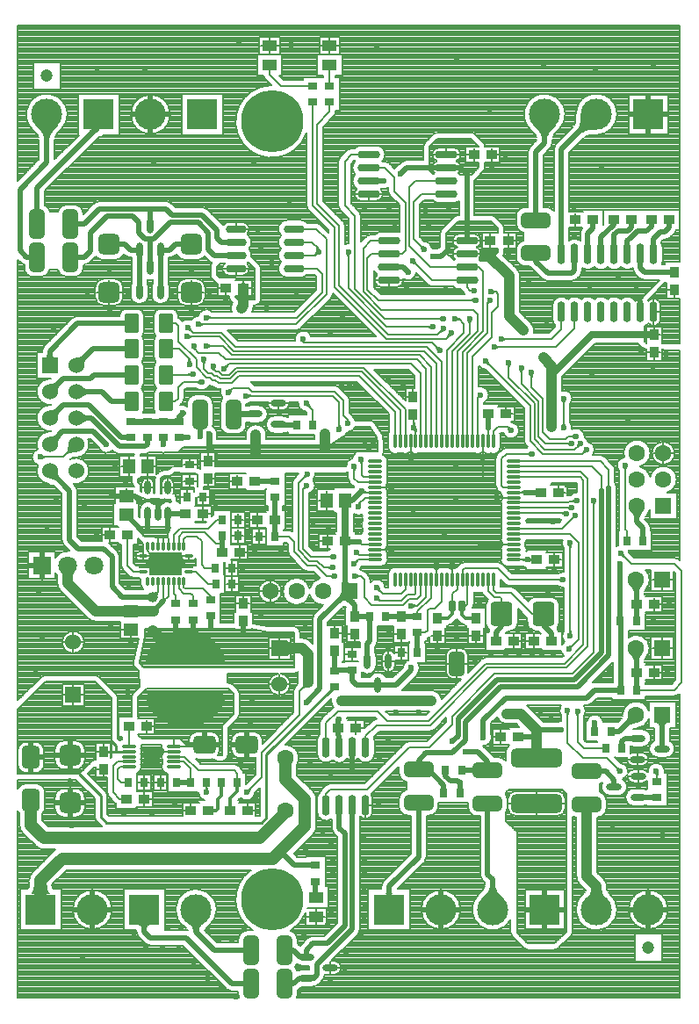
<source format=gtl>
G04*
G04 #@! TF.GenerationSoftware,Altium Limited,Altium Designer,18.1.7 (191)*
G04*
G04 Layer_Physical_Order=1*
G04 Layer_Color=255*
%FSLAX24Y24*%
%MOIN*%
G70*
G01*
G75*
%ADD12C,0.0098*%
%ADD13C,0.0236*%
%ADD14C,0.0079*%
%ADD19C,0.0138*%
%ADD23O,0.0850X0.0295*%
%ADD24O,0.0118X0.0591*%
%ADD25O,0.0591X0.0118*%
%ADD26O,0.0281X0.0591*%
%ADD27O,0.0591X0.0281*%
%ADD28R,0.0610X0.0728*%
%ADD29O,0.0571X0.0118*%
%ADD30O,0.0335X0.0118*%
%ADD31O,0.0118X0.0335*%
G04:AMPARAMS|DCode=32|XSize=94.5mil|YSize=59.1mil|CornerRadius=14.8mil|HoleSize=0mil|Usage=FLASHONLY|Rotation=270.000|XOffset=0mil|YOffset=0mil|HoleType=Round|Shape=RoundedRectangle|*
%AMROUNDEDRECTD32*
21,1,0.0945,0.0295,0,0,270.0*
21,1,0.0650,0.0591,0,0,270.0*
1,1,0.0295,-0.0148,-0.0325*
1,1,0.0295,-0.0148,0.0325*
1,1,0.0295,0.0148,0.0325*
1,1,0.0295,0.0148,-0.0325*
%
%ADD32ROUNDEDRECTD32*%
G04:AMPARAMS|DCode=33|XSize=43.3mil|YSize=23.6mil|CornerRadius=5.9mil|HoleSize=0mil|Usage=FLASHONLY|Rotation=270.000|XOffset=0mil|YOffset=0mil|HoleType=Round|Shape=RoundedRectangle|*
%AMROUNDEDRECTD33*
21,1,0.0433,0.0118,0,0,270.0*
21,1,0.0315,0.0236,0,0,270.0*
1,1,0.0118,-0.0059,-0.0157*
1,1,0.0118,-0.0059,0.0157*
1,1,0.0118,0.0059,0.0157*
1,1,0.0118,0.0059,-0.0157*
%
%ADD33ROUNDEDRECTD33*%
G04:AMPARAMS|DCode=34|XSize=90.6mil|YSize=82.7mil|CornerRadius=12.4mil|HoleSize=0mil|Usage=FLASHONLY|Rotation=90.000|XOffset=0mil|YOffset=0mil|HoleType=Round|Shape=RoundedRectangle|*
%AMROUNDEDRECTD34*
21,1,0.0906,0.0579,0,0,90.0*
21,1,0.0657,0.0827,0,0,90.0*
1,1,0.0248,0.0289,0.0329*
1,1,0.0248,0.0289,-0.0329*
1,1,0.0248,-0.0289,-0.0329*
1,1,0.0248,-0.0289,0.0329*
%
%ADD34ROUNDEDRECTD34*%
%ADD35O,0.0236X0.0531*%
G04:AMPARAMS|DCode=36|XSize=194.9mil|YSize=70.9mil|CornerRadius=17.7mil|HoleSize=0mil|Usage=FLASHONLY|Rotation=180.000|XOffset=0mil|YOffset=0mil|HoleType=Round|Shape=RoundedRectangle|*
%AMROUNDEDRECTD36*
21,1,0.1949,0.0354,0,0,180.0*
21,1,0.1594,0.0709,0,0,180.0*
1,1,0.0354,-0.0797,0.0177*
1,1,0.0354,0.0797,0.0177*
1,1,0.0354,0.0797,-0.0177*
1,1,0.0354,-0.0797,-0.0177*
%
%ADD36ROUNDEDRECTD36*%
%ADD37O,0.0295X0.0800*%
G04:AMPARAMS|DCode=38|XSize=110.2mil|YSize=59.1mil|CornerRadius=14.8mil|HoleSize=0mil|Usage=FLASHONLY|Rotation=0.000|XOffset=0mil|YOffset=0mil|HoleType=Round|Shape=RoundedRectangle|*
%AMROUNDEDRECTD38*
21,1,0.1102,0.0295,0,0,0.0*
21,1,0.0807,0.0591,0,0,0.0*
1,1,0.0295,0.0404,-0.0148*
1,1,0.0295,-0.0404,-0.0148*
1,1,0.0295,-0.0404,0.0148*
1,1,0.0295,0.0404,0.0148*
%
%ADD38ROUNDEDRECTD38*%
G04:AMPARAMS|DCode=39|XSize=110.2mil|YSize=59.1mil|CornerRadius=14.8mil|HoleSize=0mil|Usage=FLASHONLY|Rotation=270.000|XOffset=0mil|YOffset=0mil|HoleType=Round|Shape=RoundedRectangle|*
%AMROUNDEDRECTD39*
21,1,0.1102,0.0295,0,0,270.0*
21,1,0.0807,0.0591,0,0,270.0*
1,1,0.0295,-0.0148,-0.0404*
1,1,0.0295,-0.0148,0.0404*
1,1,0.0295,0.0148,0.0404*
1,1,0.0295,0.0148,-0.0404*
%
%ADD39ROUNDEDRECTD39*%
%ADD40O,0.0800X0.0295*%
G04:AMPARAMS|DCode=41|XSize=82.7mil|YSize=78.7mil|CornerRadius=19.7mil|HoleSize=0mil|Usage=FLASHONLY|Rotation=0.000|XOffset=0mil|YOffset=0mil|HoleType=Round|Shape=RoundedRectangle|*
%AMROUNDEDRECTD41*
21,1,0.0827,0.0394,0,0,0.0*
21,1,0.0433,0.0787,0,0,0.0*
1,1,0.0394,0.0217,-0.0197*
1,1,0.0394,-0.0217,-0.0197*
1,1,0.0394,-0.0217,0.0197*
1,1,0.0394,0.0217,0.0197*
%
%ADD41ROUNDEDRECTD41*%
G04:AMPARAMS|DCode=42|XSize=86.6mil|YSize=68.9mil|CornerRadius=17.2mil|HoleSize=0mil|Usage=FLASHONLY|Rotation=90.000|XOffset=0mil|YOffset=0mil|HoleType=Round|Shape=RoundedRectangle|*
%AMROUNDEDRECTD42*
21,1,0.0866,0.0344,0,0,90.0*
21,1,0.0522,0.0689,0,0,90.0*
1,1,0.0344,0.0172,0.0261*
1,1,0.0344,0.0172,-0.0261*
1,1,0.0344,-0.0172,-0.0261*
1,1,0.0344,-0.0172,0.0261*
%
%ADD42ROUNDEDRECTD42*%
G04:AMPARAMS|DCode=43|XSize=86.6mil|YSize=68.9mil|CornerRadius=17.2mil|HoleSize=0mil|Usage=FLASHONLY|Rotation=180.000|XOffset=0mil|YOffset=0mil|HoleType=Round|Shape=RoundedRectangle|*
%AMROUNDEDRECTD43*
21,1,0.0866,0.0344,0,0,180.0*
21,1,0.0522,0.0689,0,0,180.0*
1,1,0.0344,-0.0261,0.0172*
1,1,0.0344,0.0261,0.0172*
1,1,0.0344,0.0261,-0.0172*
1,1,0.0344,-0.0261,-0.0172*
%
%ADD43ROUNDEDRECTD43*%
%ADD89R,0.0394X0.0354*%
%ADD90R,0.0787X0.0394*%
%ADD91C,0.0472*%
%ADD92R,0.0394X0.0394*%
%ADD93R,0.0551X0.0413*%
G04:AMPARAMS|DCode=94|XSize=51.2mil|YSize=72mil|CornerRadius=2.6mil|HoleSize=0mil|Usage=FLASHONLY|Rotation=180.000|XOffset=0mil|YOffset=0mil|HoleType=Round|Shape=RoundedRectangle|*
%AMROUNDEDRECTD94*
21,1,0.0512,0.0669,0,0,180.0*
21,1,0.0461,0.0720,0,0,180.0*
1,1,0.0051,-0.0230,0.0335*
1,1,0.0051,0.0230,0.0335*
1,1,0.0051,0.0230,-0.0335*
1,1,0.0051,-0.0230,-0.0335*
%
%ADD94ROUNDEDRECTD94*%
%ADD95R,0.0276X0.0354*%
%ADD96R,0.0354X0.0276*%
%ADD97R,0.0453X0.0571*%
%ADD98R,0.0571X0.0453*%
%ADD99R,0.0354X0.0394*%
%ADD100C,0.0197*%
%ADD101C,0.0394*%
%ADD102C,0.0276*%
%ADD103C,0.0472*%
%ADD104C,0.0205*%
%ADD105C,0.0600*%
%ADD106R,0.0600X0.0600*%
%ADD107C,0.1181*%
%ADD108R,0.1181X0.1181*%
%ADD109C,0.0630*%
%ADD110R,0.0630X0.0630*%
%ADD111C,0.0709*%
%ADD112R,0.0709X0.0709*%
%ADD113R,0.0630X0.0630*%
%ADD114C,0.2362*%
%ADD115C,0.0236*%
%ADD116C,0.0394*%
G36*
X3421Y33189D02*
X3393Y33185D01*
X3365Y33178D01*
X3338Y33168D01*
X3310Y33155D01*
X3282Y33140D01*
X3254Y33122D01*
X3226Y33101D01*
X3198Y33077D01*
X3170Y33051D01*
X2892D01*
X2917Y33077D01*
X2937Y33101D01*
X2951Y33122D01*
X2959Y33140D01*
X2962Y33155D01*
X2959Y33168D01*
X2951Y33178D01*
X2937Y33185D01*
X2917Y33189D01*
X2892Y33190D01*
X3449D01*
X3421Y33189D01*
D02*
G37*
G36*
X22199Y33189D02*
X22114Y33188D01*
X21961Y33178D01*
X21893Y33169D01*
X21832Y33156D01*
X21776Y33140D01*
X21726Y33122D01*
X21682Y33100D01*
X21644Y33075D01*
X21612Y33048D01*
X21473Y33187D01*
X21500Y33219D01*
X21525Y33257D01*
X21547Y33301D01*
X21565Y33351D01*
X21581Y33406D01*
X21594Y33468D01*
X21603Y33536D01*
X21614Y33688D01*
X21614Y33774D01*
X22199Y33189D01*
D02*
G37*
G36*
X20590Y33297D02*
X20489Y33182D01*
X20448Y33127D01*
X20413Y33075D01*
X20385Y33024D01*
X20363Y32976D01*
X20347Y32929D01*
X20338Y32885D01*
X20335Y32843D01*
X20138D01*
X20135Y32885D01*
X20125Y32929D01*
X20109Y32976D01*
X20087Y33024D01*
X20059Y33075D01*
X20024Y33127D01*
X19983Y33182D01*
X19883Y33297D01*
X19823Y33358D01*
X20650D01*
X20590Y33297D01*
D02*
G37*
G36*
X1692D02*
X1591Y33182D01*
X1550Y33127D01*
X1516Y33075D01*
X1487Y33024D01*
X1465Y32976D01*
X1450Y32929D01*
X1440Y32885D01*
X1437Y32843D01*
X1240D01*
X1237Y32885D01*
X1228Y32929D01*
X1212Y32976D01*
X1190Y33024D01*
X1161Y33075D01*
X1127Y33127D01*
X1086Y33182D01*
X985Y33297D01*
X925Y33358D01*
X1752D01*
X1692Y33297D01*
D02*
G37*
G36*
X15566Y28801D02*
X15575Y28794D01*
X15584Y28788D01*
X15593Y28783D01*
X15603Y28779D01*
X15613Y28776D01*
X15624Y28773D01*
X15635Y28771D01*
X15646Y28770D01*
X15658Y28770D01*
X15541Y28653D01*
X15541Y28665D01*
X15540Y28676D01*
X15538Y28687D01*
X15535Y28698D01*
X15532Y28708D01*
X15528Y28718D01*
X15523Y28727D01*
X15517Y28736D01*
X15510Y28745D01*
X15503Y28753D01*
X15558Y28808D01*
X15566Y28801D01*
D02*
G37*
G36*
X11719Y28662D02*
X11564Y28640D01*
X11570Y28647D01*
X11573Y28655D01*
X11576Y28662D01*
X11576Y28669D01*
X11576Y28677D01*
X11574Y28685D01*
X11570Y28693D01*
X11565Y28702D01*
X11558Y28710D01*
X11550Y28719D01*
X11622Y28759D01*
X11719Y28662D01*
D02*
G37*
G36*
X11652Y28445D02*
X11640Y28445D01*
X11629Y28444D01*
X11618Y28442D01*
X11607Y28439D01*
X11597Y28436D01*
X11587Y28431D01*
X11578Y28426D01*
X11569Y28420D01*
X11561Y28414D01*
X11553Y28406D01*
X11497Y28462D01*
X11504Y28470D01*
X11511Y28479D01*
X11517Y28487D01*
X11522Y28497D01*
X11526Y28507D01*
X11530Y28517D01*
X11532Y28527D01*
X11534Y28538D01*
X11535Y28550D01*
X11535Y28562D01*
X11652Y28445D01*
D02*
G37*
G36*
X12860Y28470D02*
X12853Y28461D01*
X12846Y28452D01*
X12840Y28443D01*
X12836Y28433D01*
X12832Y28423D01*
X12829Y28413D01*
X12827Y28402D01*
X12825Y28392D01*
X12825Y28381D01*
X12746D01*
X12746Y28392D01*
X12744Y28402D01*
X12742Y28413D01*
X12739Y28423D01*
X12735Y28433D01*
X12730Y28443D01*
X12725Y28452D01*
X12718Y28461D01*
X12711Y28470D01*
X12703Y28479D01*
X12868D01*
X12860Y28470D01*
D02*
G37*
G36*
X15345Y28205D02*
X15346Y28194D01*
X15348Y28183D01*
X15350Y28172D01*
X15354Y28162D01*
X15358Y28152D01*
X15363Y28143D01*
X15369Y28134D01*
X15376Y28126D01*
X15383Y28117D01*
X15327Y28062D01*
X15319Y28069D01*
X15311Y28076D01*
X15302Y28082D01*
X15293Y28087D01*
X15283Y28091D01*
X15273Y28095D01*
X15262Y28097D01*
X15251Y28099D01*
X15239Y28100D01*
X15228Y28100D01*
X15344Y28217D01*
X15345Y28205D01*
D02*
G37*
G36*
X18282Y27122D02*
X18291Y27114D01*
X18300Y27108D01*
X18309Y27102D01*
X18319Y27097D01*
X18329Y27094D01*
X18339Y27091D01*
X18350Y27088D01*
X18360Y27087D01*
X18371Y27087D01*
Y27008D01*
X18360Y27007D01*
X18350Y27006D01*
X18339Y27004D01*
X18329Y27001D01*
X18319Y26997D01*
X18309Y26992D01*
X18300Y26987D01*
X18291Y26980D01*
X18282Y26973D01*
X18273Y26965D01*
Y27130D01*
X18282Y27122D01*
D02*
G37*
G36*
X17534Y26640D02*
X17525Y26648D01*
X17516Y26655D01*
X17507Y26662D01*
X17498Y26667D01*
X17488Y26672D01*
X17478Y26676D01*
X17468Y26679D01*
X17458Y26681D01*
X17447Y26683D01*
X17436Y26683D01*
Y26762D01*
X17447Y26762D01*
X17458Y26764D01*
X17468Y26766D01*
X17478Y26769D01*
X17488Y26773D01*
X17498Y26777D01*
X17507Y26783D01*
X17516Y26790D01*
X17525Y26797D01*
X17534Y26805D01*
Y26640D01*
D02*
G37*
G36*
X18130Y26605D02*
X18129Y26605D01*
X18128Y26604D01*
X18126Y26603D01*
X18118Y26595D01*
X18099Y26576D01*
X18043Y26632D01*
X18072Y26663D01*
X18130Y26605D01*
D02*
G37*
G36*
X7485Y26137D02*
X7494Y26130D01*
X7503Y26124D01*
X7512Y26118D01*
X7522Y26113D01*
X7532Y26109D01*
X7542Y26106D01*
X7552Y26104D01*
X7563Y26103D01*
X7574Y26102D01*
Y26024D01*
X7563Y26023D01*
X7552Y26022D01*
X7542Y26020D01*
X7532Y26017D01*
X7522Y26013D01*
X7512Y26008D01*
X7503Y26002D01*
X7494Y25996D01*
X7485Y25989D01*
X7476Y25980D01*
Y26146D01*
X7485Y26137D01*
D02*
G37*
G36*
X16936Y26058D02*
X16940Y26055D01*
X16944Y26052D01*
X16949Y26050D01*
X16955Y26048D01*
X16962Y26046D01*
X16970Y26045D01*
X16978Y26044D01*
X16998Y26043D01*
Y25965D01*
X16988Y25964D01*
X16970Y25963D01*
X16962Y25962D01*
X16955Y25960D01*
X16949Y25958D01*
X16944Y25956D01*
X16940Y25953D01*
X16936Y25950D01*
X16934Y25947D01*
Y26061D01*
X16936Y26058D01*
D02*
G37*
G36*
X16303Y25941D02*
X16295Y25949D01*
X16286Y25957D01*
X16277Y25963D01*
X16267Y25969D01*
X16258Y25973D01*
X16248Y25977D01*
X16238Y25980D01*
X16227Y25983D01*
X16217Y25984D01*
X16206Y25984D01*
Y26063D01*
X16217Y26063D01*
X16227Y26065D01*
X16238Y26067D01*
X16248Y26070D01*
X16258Y26074D01*
X16267Y26079D01*
X16277Y26084D01*
X16286Y26091D01*
X16295Y26098D01*
X16303Y26106D01*
Y25941D01*
D02*
G37*
G36*
X17467Y25923D02*
X17458Y25915D01*
X17451Y25907D01*
X17444Y25898D01*
X17438Y25890D01*
X17433Y25880D01*
X17429Y25871D01*
X17425Y25861D01*
X17423Y25850D01*
X17422Y25840D01*
X17421Y25829D01*
X17343Y25836D01*
X17342Y25846D01*
X17341Y25857D01*
X17339Y25868D01*
X17336Y25878D01*
X17332Y25888D01*
X17328Y25898D01*
X17323Y25908D01*
X17317Y25918D01*
X17310Y25927D01*
X17302Y25937D01*
X17467Y25923D01*
D02*
G37*
G36*
X7180Y25882D02*
X7188Y25874D01*
X7198Y25868D01*
X7207Y25862D01*
X7217Y25857D01*
X7227Y25853D01*
X7237Y25850D01*
X7247Y25848D01*
X7258Y25847D01*
X7269Y25846D01*
Y25768D01*
X7258Y25767D01*
X7247Y25766D01*
X7237Y25764D01*
X7227Y25761D01*
X7217Y25757D01*
X7207Y25752D01*
X7198Y25747D01*
X7188Y25740D01*
X7180Y25733D01*
X7171Y25724D01*
Y25890D01*
X7180Y25882D01*
D02*
G37*
G36*
X15910Y25626D02*
X15901Y25634D01*
X15892Y25642D01*
X15883Y25648D01*
X15874Y25654D01*
X15864Y25658D01*
X15854Y25662D01*
X15844Y25665D01*
X15834Y25668D01*
X15823Y25669D01*
X15812Y25669D01*
Y25748D01*
X15823Y25748D01*
X15834Y25750D01*
X15844Y25752D01*
X15854Y25755D01*
X15864Y25759D01*
X15874Y25764D01*
X15883Y25769D01*
X15892Y25776D01*
X15901Y25783D01*
X15910Y25791D01*
Y25626D01*
D02*
G37*
G36*
X6811Y25676D02*
X6812Y25664D01*
X6814Y25653D01*
X6817Y25643D01*
X6820Y25633D01*
X6825Y25623D01*
X6830Y25613D01*
X6836Y25605D01*
X6842Y25596D01*
X6850Y25588D01*
X6794Y25532D01*
X6786Y25540D01*
X6777Y25546D01*
X6768Y25552D01*
X6759Y25557D01*
X6749Y25562D01*
X6739Y25565D01*
X6729Y25568D01*
X6717Y25570D01*
X6706Y25571D01*
X6694Y25571D01*
X6811Y25688D01*
X6811Y25676D01*
D02*
G37*
G36*
X16406Y25531D02*
X16394Y25531D01*
X16383Y25530D01*
X16372Y25528D01*
X16361Y25526D01*
X16351Y25522D01*
X16341Y25518D01*
X16332Y25513D01*
X16323Y25507D01*
X16315Y25500D01*
X16306Y25493D01*
X16251Y25549D01*
X16258Y25557D01*
X16265Y25565D01*
X16271Y25574D01*
X16276Y25583D01*
X16280Y25593D01*
X16283Y25603D01*
X16286Y25614D01*
X16288Y25625D01*
X16289Y25637D01*
X16289Y25648D01*
X16406Y25531D01*
D02*
G37*
G36*
X16702Y25354D02*
X16690Y25354D01*
X16678Y25353D01*
X16667Y25351D01*
X16656Y25348D01*
X16646Y25345D01*
X16637Y25341D01*
X16627Y25336D01*
X16618Y25330D01*
X16610Y25323D01*
X16602Y25316D01*
X16546Y25371D01*
X16554Y25379D01*
X16560Y25388D01*
X16566Y25397D01*
X16571Y25406D01*
X16575Y25416D01*
X16579Y25426D01*
X16581Y25437D01*
X16583Y25448D01*
X16584Y25459D01*
X16585Y25471D01*
X16702Y25354D01*
D02*
G37*
G36*
X6747Y25409D02*
X6755Y25402D01*
X6765Y25395D01*
X6774Y25390D01*
X6784Y25385D01*
X6794Y25381D01*
X6804Y25378D01*
X6814Y25376D01*
X6825Y25374D01*
X6836Y25374D01*
Y25295D01*
X6825Y25295D01*
X6814Y25294D01*
X6804Y25291D01*
X6794Y25288D01*
X6784Y25284D01*
X6774Y25280D01*
X6765Y25274D01*
X6755Y25268D01*
X6747Y25260D01*
X6738Y25252D01*
Y25417D01*
X6747Y25409D01*
D02*
G37*
G36*
X18676Y25321D02*
X18685Y25313D01*
X18694Y25307D01*
X18703Y25301D01*
X18713Y25296D01*
X18723Y25292D01*
X18733Y25289D01*
X18743Y25287D01*
X18754Y25286D01*
X18765Y25285D01*
Y25207D01*
X18754Y25206D01*
X18743Y25205D01*
X18733Y25203D01*
X18723Y25200D01*
X18713Y25196D01*
X18703Y25191D01*
X18694Y25185D01*
X18685Y25179D01*
X18676Y25172D01*
X18667Y25163D01*
Y25329D01*
X18676Y25321D01*
D02*
G37*
G36*
X11150Y25136D02*
X11094Y25080D01*
X11039Y25143D01*
X11140Y25159D01*
X11150Y25136D01*
D02*
G37*
G36*
X7495Y25065D02*
X7503Y25057D01*
X7513Y25051D01*
X7522Y25045D01*
X7532Y25040D01*
X7542Y25036D01*
X7552Y25033D01*
X7562Y25031D01*
X7573Y25030D01*
X7584Y25030D01*
Y24951D01*
X7573Y24950D01*
X7562Y24949D01*
X7552Y24947D01*
X7542Y24944D01*
X7532Y24940D01*
X7522Y24935D01*
X7513Y24930D01*
X7503Y24923D01*
X7495Y24916D01*
X7486Y24907D01*
Y25073D01*
X7495Y25065D01*
D02*
G37*
G36*
X18420Y25025D02*
X18429Y25018D01*
X18438Y25011D01*
X18447Y25006D01*
X18457Y25001D01*
X18467Y24997D01*
X18477Y24994D01*
X18487Y24992D01*
X18498Y24991D01*
X18509Y24990D01*
Y24911D01*
X18498Y24911D01*
X18487Y24910D01*
X18477Y24908D01*
X18467Y24904D01*
X18457Y24901D01*
X18447Y24896D01*
X18438Y24890D01*
X18429Y24884D01*
X18420Y24876D01*
X18411Y24868D01*
Y25033D01*
X18420Y25025D01*
D02*
G37*
G36*
X16157Y24972D02*
X16166Y24965D01*
X16174Y24960D01*
X16184Y24955D01*
X16194Y24950D01*
X16204Y24947D01*
X16214Y24944D01*
X16225Y24942D01*
X16237Y24941D01*
X16249Y24941D01*
X16132Y24824D01*
X16132Y24836D01*
X16131Y24847D01*
X16129Y24858D01*
X16126Y24869D01*
X16123Y24879D01*
X16118Y24889D01*
X16113Y24898D01*
X16107Y24907D01*
X16101Y24916D01*
X16093Y24924D01*
X16149Y24980D01*
X16157Y24972D01*
D02*
G37*
G36*
X7009Y24922D02*
X7005Y24914D01*
X7003Y24906D01*
X7003Y24898D01*
X7003Y24890D01*
X7006Y24882D01*
X7009Y24873D01*
X7014Y24865D01*
X7021Y24856D01*
X7029Y24848D01*
X6960Y24805D01*
X6859Y24898D01*
X7014Y24929D01*
X7009Y24922D01*
D02*
G37*
G36*
X1550Y24704D02*
X1553Y24670D01*
X1558Y24641D01*
X1565Y24615D01*
X1574Y24593D01*
X1585Y24575D01*
X1597Y24561D01*
X1612Y24552D01*
X1629Y24546D01*
X1648Y24544D01*
X1254D01*
X1273Y24546D01*
X1289Y24552D01*
X1304Y24561D01*
X1317Y24575D01*
X1328Y24593D01*
X1337Y24615D01*
X1344Y24641D01*
X1348Y24670D01*
X1351Y24704D01*
X1352Y24742D01*
X1549D01*
X1550Y24704D01*
D02*
G37*
G36*
X6792Y24472D02*
X6793Y24462D01*
X6795Y24451D01*
X6798Y24441D01*
X6802Y24431D01*
X6807Y24422D01*
X6813Y24412D01*
X6819Y24403D01*
X6826Y24394D01*
X6835Y24386D01*
X6669D01*
X6678Y24394D01*
X6685Y24403D01*
X6691Y24412D01*
X6697Y24422D01*
X6702Y24431D01*
X6706Y24441D01*
X6709Y24451D01*
X6711Y24462D01*
X6712Y24472D01*
X6713Y24483D01*
X6791D01*
X6792Y24472D01*
D02*
G37*
G36*
X7378Y24376D02*
X7370Y24367D01*
X7364Y24358D01*
X7358Y24348D01*
X7353Y24338D01*
X7349Y24329D01*
X7346Y24318D01*
X7344Y24308D01*
X7343Y24297D01*
X7343Y24286D01*
X7264D01*
X7263Y24297D01*
X7262Y24308D01*
X7260Y24318D01*
X7257Y24329D01*
X7253Y24338D01*
X7248Y24348D01*
X7243Y24358D01*
X7236Y24367D01*
X7229Y24376D01*
X7220Y24384D01*
X7386D01*
X7378Y24376D01*
D02*
G37*
G36*
X18120Y24396D02*
X18121Y24385D01*
X18123Y24374D01*
X18126Y24363D01*
X18129Y24353D01*
X18134Y24343D01*
X18139Y24334D01*
X18145Y24325D01*
X18151Y24316D01*
X18159Y24308D01*
X18103Y24253D01*
X18095Y24260D01*
X18086Y24267D01*
X18078Y24273D01*
X18068Y24278D01*
X18058Y24282D01*
X18048Y24285D01*
X18038Y24288D01*
X18027Y24290D01*
X18015Y24291D01*
X18003Y24291D01*
X18120Y24408D01*
X18120Y24396D01*
D02*
G37*
G36*
X2848Y24504D02*
X2829Y24484D01*
X2813Y24462D01*
X2798Y24440D01*
X2785Y24416D01*
X2774Y24391D01*
X2766Y24365D01*
X2759Y24338D01*
X2754Y24309D01*
X2751Y24280D01*
X2751Y24249D01*
X2454Y24546D01*
X2484Y24547D01*
X2514Y24549D01*
X2542Y24554D01*
X2570Y24561D01*
X2596Y24570D01*
X2621Y24580D01*
X2644Y24593D01*
X2667Y24608D01*
X2689Y24625D01*
X2709Y24643D01*
X2848Y24504D01*
D02*
G37*
G36*
X18952Y24267D02*
X18945Y24258D01*
X18939Y24249D01*
X18933Y24240D01*
X18928Y24230D01*
X18924Y24220D01*
X18921Y24210D01*
X18919Y24200D01*
X18918Y24189D01*
X18917Y24178D01*
X18839D01*
X18838Y24189D01*
X18837Y24200D01*
X18835Y24210D01*
X18832Y24220D01*
X18828Y24230D01*
X18823Y24240D01*
X18817Y24249D01*
X18811Y24258D01*
X18803Y24267D01*
X18795Y24276D01*
X18961D01*
X18952Y24267D01*
D02*
G37*
G36*
X8237Y24235D02*
X8230Y24227D01*
X8223Y24218D01*
X8217Y24209D01*
X8212Y24200D01*
X8208Y24190D01*
X8205Y24180D01*
X8202Y24169D01*
X8200Y24158D01*
X8199Y24147D01*
X8199Y24135D01*
X8082Y24252D01*
X8094Y24252D01*
X8105Y24253D01*
X8116Y24255D01*
X8127Y24258D01*
X8137Y24261D01*
X8147Y24266D01*
X8156Y24271D01*
X8165Y24276D01*
X8174Y24283D01*
X8182Y24291D01*
X8237Y24235D01*
D02*
G37*
G36*
X7725Y24142D02*
X7721Y24135D01*
X7719Y24129D01*
X7718Y24122D01*
X7718Y24114D01*
X7721Y24107D01*
X7724Y24099D01*
X7729Y24091D01*
X7736Y24082D01*
X7744Y24073D01*
X7670Y24036D01*
X7578Y24137D01*
X7730Y24148D01*
X7725Y24142D01*
D02*
G37*
G36*
X19425Y24070D02*
X19417Y24062D01*
X19411Y24052D01*
X19405Y24043D01*
X19401Y24033D01*
X19397Y24023D01*
X19394Y24013D01*
X19391Y24003D01*
X19390Y23992D01*
X19390Y23981D01*
X19311D01*
X19311Y23992D01*
X19309Y24003D01*
X19307Y24013D01*
X19304Y24023D01*
X19300Y24033D01*
X19295Y24043D01*
X19290Y24052D01*
X19283Y24062D01*
X19276Y24070D01*
X19268Y24079D01*
X19433D01*
X19425Y24070D01*
D02*
G37*
G36*
X6839Y23826D02*
X6828Y23832D01*
X6807Y23842D01*
X6796Y23847D01*
X6785Y23850D01*
X6775Y23853D01*
X6764Y23855D01*
X6754Y23857D01*
X6743Y23858D01*
X6733Y23858D01*
X6711Y23937D01*
X6722Y23937D01*
X6733Y23939D01*
X6743Y23941D01*
X6753Y23945D01*
X6762Y23949D01*
X6770Y23955D01*
X6778Y23961D01*
X6785Y23968D01*
X6791Y23977D01*
X6797Y23986D01*
X6839Y23826D01*
D02*
G37*
G36*
X19819Y23883D02*
X19811Y23875D01*
X19805Y23865D01*
X19799Y23856D01*
X19794Y23846D01*
X19790Y23836D01*
X19787Y23826D01*
X19785Y23816D01*
X19784Y23805D01*
X19783Y23794D01*
X19705D01*
X19704Y23805D01*
X19703Y23816D01*
X19701Y23826D01*
X19698Y23836D01*
X19694Y23846D01*
X19689Y23856D01*
X19684Y23865D01*
X19677Y23875D01*
X19670Y23883D01*
X19661Y23892D01*
X19827D01*
X19819Y23883D01*
D02*
G37*
G36*
X7140Y23530D02*
X7131Y23538D01*
X7123Y23545D01*
X7113Y23552D01*
X7104Y23557D01*
X7094Y23562D01*
X7084Y23566D01*
X7074Y23569D01*
X7064Y23571D01*
X7053Y23572D01*
X7042Y23573D01*
Y23652D01*
X7053Y23652D01*
X7064Y23653D01*
X7074Y23655D01*
X7084Y23658D01*
X7094Y23662D01*
X7104Y23667D01*
X7113Y23673D01*
X7123Y23679D01*
X7131Y23687D01*
X7140Y23695D01*
Y23530D01*
D02*
G37*
G36*
X1848Y23504D02*
X1829Y23484D01*
X1813Y23462D01*
X1798Y23440D01*
X1785Y23416D01*
X1774Y23391D01*
X1766Y23365D01*
X1759Y23338D01*
X1754Y23309D01*
X1751Y23280D01*
X1751Y23249D01*
X1454Y23546D01*
X1484Y23547D01*
X1514Y23549D01*
X1542Y23554D01*
X1570Y23561D01*
X1596Y23570D01*
X1621Y23580D01*
X1644Y23593D01*
X1667Y23608D01*
X1689Y23625D01*
X1709Y23643D01*
X1848Y23504D01*
D02*
G37*
G36*
X8395Y23329D02*
X8387Y23321D01*
X8381Y23313D01*
X8375Y23304D01*
X8370Y23295D01*
X8366Y23285D01*
X8362Y23275D01*
X8360Y23264D01*
X8358Y23253D01*
X8357Y23241D01*
X8356Y23230D01*
X8239Y23346D01*
X8251Y23347D01*
X8263Y23348D01*
X8274Y23350D01*
X8284Y23352D01*
X8295Y23356D01*
X8304Y23360D01*
X8314Y23365D01*
X8323Y23371D01*
X8331Y23378D01*
X8339Y23385D01*
X8395Y23329D01*
D02*
G37*
G36*
X2687Y23435D02*
X2710Y23416D01*
X2733Y23399D01*
X2757Y23385D01*
X2782Y23372D01*
X2807Y23362D01*
X2833Y23355D01*
X2859Y23349D01*
X2887Y23346D01*
X2914Y23344D01*
Y23148D01*
X2887Y23147D01*
X2859Y23143D01*
X2833Y23138D01*
X2807Y23130D01*
X2782Y23120D01*
X2757Y23107D01*
X2733Y23093D01*
X2710Y23076D01*
X2687Y23057D01*
X2665Y23036D01*
Y23456D01*
X2687Y23435D01*
D02*
G37*
G36*
X9000Y23175D02*
X9009Y23167D01*
X9018Y23161D01*
X9028Y23155D01*
X9038Y23151D01*
X9047Y23147D01*
X9058Y23144D01*
X9068Y23142D01*
X9079Y23140D01*
X9090Y23140D01*
Y23061D01*
X9079Y23061D01*
X9068Y23059D01*
X9058Y23057D01*
X9047Y23054D01*
X9038Y23050D01*
X9028Y23045D01*
X9018Y23040D01*
X9009Y23033D01*
X9000Y23026D01*
X8992Y23018D01*
Y23183D01*
X9000Y23175D01*
D02*
G37*
G36*
X21050Y22901D02*
X21041Y22893D01*
X21033Y22885D01*
X21026Y22877D01*
X21020Y22868D01*
X21015Y22859D01*
X21011Y22849D01*
X21008Y22839D01*
X21006Y22829D01*
X21004Y22818D01*
X21004Y22807D01*
X20925Y22814D01*
X20925Y22825D01*
X20924Y22835D01*
X20922Y22846D01*
X20919Y22856D01*
X20915Y22866D01*
X20911Y22876D01*
X20905Y22886D01*
X20899Y22896D01*
X20893Y22906D01*
X20885Y22915D01*
X21050Y22901D01*
D02*
G37*
G36*
X11309Y22802D02*
X11310Y22790D01*
X11312Y22779D01*
X11315Y22769D01*
X11318Y22759D01*
X11323Y22749D01*
X11328Y22739D01*
X11334Y22730D01*
X11340Y22722D01*
X11348Y22714D01*
X11292Y22658D01*
X11284Y22666D01*
X11275Y22672D01*
X11267Y22678D01*
X11257Y22683D01*
X11247Y22688D01*
X11237Y22691D01*
X11227Y22694D01*
X11216Y22696D01*
X11204Y22697D01*
X11192Y22697D01*
X11309Y22814D01*
X11309Y22802D01*
D02*
G37*
G36*
X1848Y22504D02*
X1829Y22484D01*
X1813Y22462D01*
X1798Y22440D01*
X1785Y22416D01*
X1774Y22391D01*
X1766Y22365D01*
X1759Y22338D01*
X1754Y22309D01*
X1751Y22280D01*
X1751Y22249D01*
X1454Y22546D01*
X1484Y22547D01*
X1514Y22549D01*
X1542Y22554D01*
X1570Y22561D01*
X1596Y22570D01*
X1621Y22580D01*
X1644Y22593D01*
X1667Y22608D01*
X1689Y22625D01*
X1709Y22643D01*
X1848Y22504D01*
D02*
G37*
G36*
X2687Y22435D02*
X2710Y22416D01*
X2733Y22399D01*
X2757Y22385D01*
X2782Y22372D01*
X2807Y22362D01*
X2833Y22355D01*
X2859Y22349D01*
X2887Y22346D01*
X2914Y22344D01*
Y22148D01*
X2887Y22147D01*
X2859Y22143D01*
X2833Y22138D01*
X2807Y22130D01*
X2782Y22120D01*
X2757Y22107D01*
X2733Y22093D01*
X2710Y22076D01*
X2687Y22057D01*
X2665Y22036D01*
Y22456D01*
X2687Y22435D01*
D02*
G37*
G36*
X21004Y22061D02*
X21006Y22050D01*
X21008Y22040D01*
X21011Y22030D01*
X21015Y22020D01*
X21020Y22010D01*
X21025Y22001D01*
X21032Y21992D01*
X21039Y21983D01*
X21047Y21974D01*
X20882D01*
X20890Y21983D01*
X20897Y21992D01*
X20904Y22001D01*
X20910Y22010D01*
X20914Y22020D01*
X20918Y22030D01*
X20921Y22040D01*
X20923Y22050D01*
X20925Y22061D01*
X20925Y22072D01*
X21004D01*
X21004Y22061D01*
D02*
G37*
G36*
X15315D02*
X15317Y22050D01*
X15319Y22040D01*
X15322Y22030D01*
X15326Y22020D01*
X15331Y22010D01*
X15336Y22001D01*
X15343Y21992D01*
X15350Y21983D01*
X15358Y21974D01*
X15193D01*
X15201Y21983D01*
X15208Y21992D01*
X15215Y22001D01*
X15221Y22010D01*
X15225Y22020D01*
X15229Y22030D01*
X15232Y22040D01*
X15234Y22050D01*
X15236Y22061D01*
X15236Y22072D01*
X15315D01*
X15315Y22061D01*
D02*
G37*
G36*
X12481Y21982D02*
X12482Y21972D01*
X12484Y21961D01*
X12487Y21951D01*
X12491Y21941D01*
X12496Y21931D01*
X12502Y21922D01*
X12508Y21913D01*
X12515Y21904D01*
X12524Y21895D01*
X12358D01*
X12366Y21904D01*
X12374Y21913D01*
X12380Y21922D01*
X12386Y21931D01*
X12391Y21941D01*
X12395Y21951D01*
X12398Y21961D01*
X12400Y21972D01*
X12401Y21982D01*
X12402Y21993D01*
X12480D01*
X12481Y21982D01*
D02*
G37*
G36*
X18874Y21931D02*
X18882Y21924D01*
X18891Y21918D01*
X18900Y21913D01*
X18910Y21909D01*
X18920Y21905D01*
X18931Y21903D01*
X18942Y21901D01*
X18953Y21900D01*
X18965Y21900D01*
X18848Y21783D01*
X18848Y21795D01*
X18847Y21806D01*
X18845Y21817D01*
X18843Y21828D01*
X18839Y21838D01*
X18835Y21848D01*
X18830Y21857D01*
X18824Y21866D01*
X18817Y21874D01*
X18810Y21883D01*
X18866Y21938D01*
X18874Y21931D01*
D02*
G37*
G36*
X18175Y21826D02*
X18167Y21817D01*
X18161Y21808D01*
X18155Y21799D01*
X18151Y21789D01*
X18147Y21779D01*
X18144Y21769D01*
X18141Y21759D01*
X18140Y21748D01*
X18140Y21737D01*
X18061D01*
X18061Y21748D01*
X18059Y21759D01*
X18057Y21769D01*
X18054Y21779D01*
X18050Y21789D01*
X18045Y21799D01*
X18040Y21808D01*
X18033Y21817D01*
X18026Y21826D01*
X18018Y21835D01*
X18183D01*
X18175Y21826D01*
D02*
G37*
G36*
X15389Y21854D02*
X15388Y21847D01*
X15386Y21827D01*
X15384Y21765D01*
X15384Y21723D01*
X15305Y21705D01*
X15305Y21716D01*
X15303Y21727D01*
X15301Y21736D01*
X15298Y21745D01*
X15293Y21752D01*
X15288Y21759D01*
X15282Y21764D01*
X15275Y21768D01*
X15267Y21771D01*
X15258Y21773D01*
X15390Y21860D01*
X15389Y21854D01*
D02*
G37*
G36*
X21353Y21472D02*
X21344Y21481D01*
X21335Y21488D01*
X21326Y21495D01*
X21317Y21500D01*
X21307Y21505D01*
X21297Y21509D01*
X21287Y21512D01*
X21276Y21514D01*
X21266Y21515D01*
X21255Y21516D01*
Y21594D01*
X21266Y21595D01*
X21276Y21596D01*
X21287Y21598D01*
X21297Y21601D01*
X21307Y21605D01*
X21317Y21610D01*
X21326Y21616D01*
X21335Y21622D01*
X21344Y21630D01*
X21353Y21638D01*
Y21472D01*
D02*
G37*
G36*
X1848Y21504D02*
X1829Y21484D01*
X1813Y21462D01*
X1798Y21440D01*
X1785Y21416D01*
X1774Y21391D01*
X1766Y21365D01*
X1759Y21338D01*
X1754Y21309D01*
X1751Y21280D01*
X1751Y21249D01*
X1454Y21546D01*
X1484Y21547D01*
X1514Y21549D01*
X1542Y21554D01*
X1570Y21561D01*
X1596Y21570D01*
X1621Y21580D01*
X1644Y21593D01*
X1667Y21608D01*
X1689Y21625D01*
X1709Y21643D01*
X1848Y21504D01*
D02*
G37*
G36*
X21195Y21197D02*
X21187Y21205D01*
X21178Y21212D01*
X21169Y21219D01*
X21159Y21225D01*
X21149Y21229D01*
X21140Y21233D01*
X21129Y21236D01*
X21119Y21238D01*
X21108Y21240D01*
X21097Y21240D01*
Y21319D01*
X21108Y21319D01*
X21119Y21321D01*
X21129Y21323D01*
X21140Y21326D01*
X21149Y21330D01*
X21159Y21334D01*
X21169Y21340D01*
X21178Y21347D01*
X21187Y21354D01*
X21195Y21362D01*
Y21197D01*
D02*
G37*
G36*
X21600Y21152D02*
X21588Y21151D01*
X21576Y21149D01*
X21565Y21147D01*
X21554Y21144D01*
X21544Y21140D01*
X21535Y21135D01*
X21525Y21130D01*
X21516Y21124D01*
X21508Y21118D01*
X21500Y21110D01*
X21441Y21163D01*
X21448Y21171D01*
X21455Y21179D01*
X21461Y21188D01*
X21466Y21197D01*
X21470Y21207D01*
X21473Y21217D01*
X21475Y21228D01*
X21476Y21239D01*
X21477Y21250D01*
X21477Y21262D01*
X21600Y21152D01*
D02*
G37*
G36*
X21820Y20925D02*
X21808Y20925D01*
X21796Y20924D01*
X21785Y20922D01*
X21775Y20919D01*
X21764Y20916D01*
X21755Y20912D01*
X21745Y20907D01*
X21736Y20901D01*
X21728Y20894D01*
X21720Y20887D01*
X21664Y20942D01*
X21672Y20950D01*
X21678Y20959D01*
X21684Y20968D01*
X21689Y20977D01*
X21693Y20987D01*
X21697Y20997D01*
X21700Y21008D01*
X21701Y21019D01*
X21702Y21030D01*
X21703Y21042D01*
X21820Y20925D01*
D02*
G37*
G36*
X2448Y20946D02*
X2402Y20946D01*
X2284Y20937D01*
X2252Y20931D01*
X2223Y20924D01*
X2197Y20915D01*
X2175Y20905D01*
X2156Y20894D01*
X2141Y20881D01*
X2085Y20936D01*
X2098Y20952D01*
X2110Y20970D01*
X2120Y20992D01*
X2128Y21018D01*
X2136Y21047D01*
X2141Y21079D01*
X2146Y21115D01*
X2151Y21197D01*
X2151Y21243D01*
X2448Y20946D01*
D02*
G37*
G36*
X19679Y20803D02*
X19671Y20811D01*
X19662Y20819D01*
X19653Y20825D01*
X19643Y20831D01*
X19634Y20836D01*
X19624Y20840D01*
X19614Y20843D01*
X19603Y20845D01*
X19593Y20846D01*
X19582Y20846D01*
Y20925D01*
X19593Y20926D01*
X19603Y20927D01*
X19614Y20929D01*
X19624Y20932D01*
X19634Y20936D01*
X19643Y20941D01*
X19653Y20946D01*
X19662Y20953D01*
X19671Y20960D01*
X19679Y20968D01*
Y20803D01*
D02*
G37*
G36*
X15187Y20890D02*
X15189Y20879D01*
X15191Y20869D01*
X15194Y20858D01*
X15198Y20849D01*
X15203Y20839D01*
X15208Y20829D01*
X15215Y20820D01*
X15222Y20811D01*
X15230Y20803D01*
X15148Y20716D01*
X15065Y20803D01*
X15073Y20811D01*
X15081Y20820D01*
X15087Y20829D01*
X15093Y20839D01*
X15097Y20849D01*
X15101Y20858D01*
X15104Y20869D01*
X15107Y20879D01*
X15108Y20890D01*
X15108Y20901D01*
X15187Y20901D01*
X15187Y20890D01*
D02*
G37*
G36*
X1185Y20842D02*
X1194Y20835D01*
X1204Y20828D01*
X1213Y20823D01*
X1223Y20818D01*
X1232Y20814D01*
X1243Y20811D01*
X1253Y20809D01*
X1264Y20808D01*
X1275Y20807D01*
Y20728D01*
X1264Y20728D01*
X1253Y20727D01*
X1243Y20724D01*
X1232Y20721D01*
X1223Y20718D01*
X1213Y20713D01*
X1204Y20707D01*
X1194Y20701D01*
X1185Y20693D01*
X1177Y20685D01*
Y20850D01*
X1185Y20842D01*
D02*
G37*
G36*
X17943Y20919D02*
X17945Y20909D01*
X17947Y20898D01*
X17950Y20888D01*
X17954Y20878D01*
X17959Y20868D01*
X17964Y20859D01*
X17971Y20850D01*
X17978Y20841D01*
X17986Y20832D01*
X17904Y20748D01*
X17986Y20664D01*
X17978Y20655D01*
X17971Y20646D01*
X17964Y20637D01*
X17959Y20628D01*
X17954Y20618D01*
X17950Y20608D01*
X17947Y20598D01*
X17945Y20587D01*
X17943Y20577D01*
X17943Y20566D01*
X17864D01*
X17864Y20577D01*
X17862Y20587D01*
X17860Y20598D01*
X17857Y20608D01*
X17853Y20618D01*
X17849Y20628D01*
X17843Y20637D01*
X17836Y20646D01*
X17829Y20655D01*
X17821Y20664D01*
X17904Y20748D01*
X17821Y20832D01*
X17829Y20841D01*
X17836Y20850D01*
X17843Y20859D01*
X17849Y20868D01*
X17853Y20878D01*
X17857Y20888D01*
X17860Y20898D01*
X17862Y20909D01*
X17864Y20919D01*
X17864Y20930D01*
X17943D01*
X17943Y20919D01*
D02*
G37*
G36*
X15228Y20632D02*
X15220Y20624D01*
X15213Y20616D01*
X15207Y20607D01*
X15202Y20598D01*
X15197Y20589D01*
X15194Y20579D01*
X15191Y20569D01*
X15189Y20559D01*
X15187Y20548D01*
X15187Y20536D01*
X15108Y20536D01*
X15108Y20548D01*
X15107Y20559D01*
X15105Y20569D01*
X15102Y20579D01*
X15098Y20589D01*
X15093Y20598D01*
X15088Y20607D01*
X15082Y20616D01*
X15075Y20624D01*
X15067Y20632D01*
X15148Y20716D01*
X15228Y20632D01*
D02*
G37*
G36*
X13356Y20619D02*
X13350Y20609D01*
X13345Y20599D01*
X13340Y20589D01*
X13336Y20578D01*
X13333Y20568D01*
X13330Y20557D01*
X13328Y20547D01*
X13327Y20536D01*
X13327Y20526D01*
X13248Y20511D01*
X13248Y20523D01*
X13246Y20533D01*
X13244Y20544D01*
X13240Y20553D01*
X13236Y20563D01*
X13231Y20571D01*
X13225Y20580D01*
X13217Y20588D01*
X13209Y20595D01*
X13200Y20602D01*
X13363Y20629D01*
X13356Y20619D01*
D02*
G37*
G36*
X23372Y20360D02*
X23364Y20351D01*
X23358Y20342D01*
X23352Y20332D01*
X23347Y20323D01*
X23344Y20313D01*
X23341Y20303D01*
X23338Y20292D01*
X23337Y20281D01*
X23337Y20271D01*
X23258D01*
X23257Y20281D01*
X23256Y20292D01*
X23254Y20303D01*
X23251Y20313D01*
X23247Y20323D01*
X23242Y20332D01*
X23237Y20342D01*
X23230Y20351D01*
X23223Y20360D01*
X23215Y20368D01*
X23380D01*
X23372Y20360D01*
D02*
G37*
G36*
X13086Y20330D02*
X13079Y20321D01*
X13072Y20312D01*
X13067Y20303D01*
X13062Y20293D01*
X13058Y20283D01*
X13055Y20273D01*
X13053Y20263D01*
X13052Y20252D01*
X13051Y20241D01*
X12972D01*
X12972Y20252D01*
X12971Y20263D01*
X12969Y20273D01*
X12966Y20283D01*
X12962Y20293D01*
X12957Y20303D01*
X12951Y20312D01*
X12945Y20321D01*
X12937Y20330D01*
X12929Y20339D01*
X13094D01*
X13086Y20330D01*
D02*
G37*
G36*
X11219Y20000D02*
X11207Y20000D01*
X11196Y19999D01*
X11185Y19997D01*
X11174Y19994D01*
X11164Y19991D01*
X11154Y19986D01*
X11145Y19981D01*
X11136Y19976D01*
X11128Y19969D01*
X11119Y19961D01*
X11064Y20017D01*
X11071Y20025D01*
X11078Y20034D01*
X11084Y20043D01*
X11089Y20052D01*
X11093Y20062D01*
X11096Y20072D01*
X11099Y20082D01*
X11101Y20094D01*
X11102Y20105D01*
X11102Y20117D01*
X11219Y20000D01*
D02*
G37*
G36*
X1751Y20212D02*
X1754Y20183D01*
X1759Y20154D01*
X1766Y20127D01*
X1774Y20101D01*
X1785Y20076D01*
X1798Y20052D01*
X1813Y20030D01*
X1829Y20008D01*
X1848Y19988D01*
X1709Y19849D01*
X1689Y19868D01*
X1667Y19884D01*
X1644Y19899D01*
X1621Y19912D01*
X1596Y19923D01*
X1570Y19931D01*
X1542Y19938D01*
X1514Y19943D01*
X1484Y19945D01*
X1454Y19946D01*
X1751Y20243D01*
X1751Y20212D01*
D02*
G37*
G36*
X14489Y19695D02*
X14499Y19689D01*
X14509Y19683D01*
X14519Y19678D01*
X14530Y19674D01*
X14540Y19671D01*
X14551Y19669D01*
X14561Y19667D01*
X14572Y19666D01*
X14582Y19665D01*
X14597Y19587D01*
X14586Y19586D01*
X14575Y19585D01*
X14565Y19582D01*
X14555Y19579D01*
X14546Y19575D01*
X14537Y19569D01*
X14529Y19563D01*
X14521Y19556D01*
X14513Y19548D01*
X14507Y19539D01*
X14409Y19634D01*
X14312Y19539D01*
X14306Y19548D01*
X14298Y19556D01*
X14290Y19563D01*
X14282Y19569D01*
X14273Y19575D01*
X14264Y19579D01*
X14254Y19582D01*
X14244Y19585D01*
X14233Y19586D01*
X14222Y19587D01*
X14236Y19665D01*
X14247Y19666D01*
X14258Y19667D01*
X14268Y19669D01*
X14279Y19671D01*
X14289Y19674D01*
X14299Y19678D01*
X14310Y19683D01*
X14320Y19689D01*
X14330Y19695D01*
X14340Y19702D01*
X14409Y19634D01*
X14479Y19702D01*
X14489Y19695D01*
D02*
G37*
G36*
X11209Y19577D02*
X11198Y19576D01*
X11186Y19575D01*
X11175Y19574D01*
X11164Y19571D01*
X11154Y19567D01*
X11144Y19563D01*
X11135Y19558D01*
X11126Y19552D01*
X11118Y19546D01*
X11110Y19538D01*
X11054Y19594D01*
X11061Y19602D01*
X11068Y19610D01*
X11074Y19619D01*
X11079Y19629D01*
X11083Y19638D01*
X11087Y19649D01*
X11089Y19659D01*
X11091Y19670D01*
X11092Y19682D01*
X11093Y19694D01*
X11209Y19577D01*
D02*
G37*
G36*
X13403Y19509D02*
X13407Y19500D01*
X13413Y19493D01*
X13420Y19486D01*
X13427Y19481D01*
X13435Y19476D01*
X13444Y19473D01*
X13454Y19470D01*
X13464Y19469D01*
X13476Y19469D01*
X13436Y19390D01*
X13426Y19390D01*
X13405Y19388D01*
X13395Y19386D01*
X13374Y19382D01*
X13363Y19379D01*
X13341Y19373D01*
X13331Y19368D01*
X13399Y19518D01*
X13403Y19509D01*
D02*
G37*
G36*
X19463Y19346D02*
X19454Y19355D01*
X19445Y19362D01*
X19436Y19369D01*
X19427Y19374D01*
X19417Y19379D01*
X19407Y19383D01*
X19397Y19386D01*
X19387Y19388D01*
X19376Y19389D01*
X19365Y19390D01*
Y19469D01*
X19376Y19469D01*
X19387Y19470D01*
X19397Y19472D01*
X19407Y19475D01*
X19417Y19479D01*
X19427Y19484D01*
X19436Y19490D01*
X19445Y19496D01*
X19454Y19504D01*
X19463Y19512D01*
Y19346D01*
D02*
G37*
G36*
X18524Y19309D02*
X18532Y19301D01*
X18541Y19294D01*
X18549Y19288D01*
X18559Y19283D01*
X18568Y19279D01*
X18578Y19276D01*
X18589Y19273D01*
X18599Y19272D01*
X18610Y19272D01*
X18603Y19193D01*
X18593Y19193D01*
X18582Y19191D01*
X18571Y19189D01*
X18561Y19186D01*
X18551Y19183D01*
X18541Y19178D01*
X18531Y19173D01*
X18521Y19167D01*
X18512Y19160D01*
X18502Y19153D01*
X18425Y19228D01*
X18348Y19153D01*
X18339Y19160D01*
X18329Y19167D01*
X18319Y19173D01*
X18310Y19178D01*
X18299Y19183D01*
X18289Y19186D01*
X18279Y19189D01*
X18268Y19191D01*
X18258Y19193D01*
X18247Y19193D01*
X18240Y19272D01*
X18251Y19272D01*
X18262Y19273D01*
X18272Y19276D01*
X18282Y19279D01*
X18292Y19283D01*
X18301Y19288D01*
X18310Y19294D01*
X18318Y19301D01*
X18326Y19309D01*
X18334Y19317D01*
X18425Y19228D01*
X18516Y19317D01*
X18524Y19309D01*
D02*
G37*
G36*
X21415Y19023D02*
X21405Y19029D01*
X21383Y19039D01*
X21373Y19044D01*
X21362Y19047D01*
X21352Y19050D01*
X21341Y19052D01*
X21331Y19054D01*
X21320Y19055D01*
X21310Y19055D01*
X21288Y19134D01*
X21299Y19134D01*
X21310Y19136D01*
X21320Y19138D01*
X21329Y19142D01*
X21338Y19146D01*
X21347Y19152D01*
X21354Y19158D01*
X21362Y19165D01*
X21368Y19174D01*
X21374Y19183D01*
X21415Y19023D01*
D02*
G37*
G36*
X22181Y19041D02*
X22173Y19032D01*
X22167Y19023D01*
X22161Y19013D01*
X22157Y19004D01*
X22153Y18994D01*
X22150Y18984D01*
X22147Y18973D01*
X22146Y18963D01*
X22146Y18952D01*
X22067D01*
X22067Y18963D01*
X22065Y18973D01*
X22063Y18984D01*
X22060Y18994D01*
X22056Y19004D01*
X22051Y19013D01*
X22046Y19023D01*
X22039Y19032D01*
X22032Y19041D01*
X22024Y19050D01*
X22189D01*
X22181Y19041D01*
D02*
G37*
G36*
X13282Y19024D02*
X13274Y19015D01*
X13268Y19007D01*
X13263Y18998D01*
X13259Y18990D01*
X13257Y18982D01*
X13256Y18975D01*
X13257Y18967D01*
X13259Y18960D01*
X13263Y18953D01*
X13268Y18946D01*
X13114Y18967D01*
X13211Y19064D01*
X13282Y19024D01*
D02*
G37*
G36*
X21202Y18769D02*
X21193Y18776D01*
X21183Y18783D01*
X21174Y18789D01*
X21164Y18795D01*
X21154Y18799D01*
X21144Y18803D01*
X21133Y18805D01*
X21123Y18807D01*
X21112Y18809D01*
X21101Y18809D01*
X21094Y18888D01*
X21105Y18888D01*
X21116Y18890D01*
X21126Y18892D01*
X21136Y18895D01*
X21146Y18899D01*
X21155Y18904D01*
X21164Y18910D01*
X21173Y18917D01*
X21181Y18925D01*
X21189Y18934D01*
X21202Y18769D01*
D02*
G37*
G36*
X20970Y18553D02*
X20965Y18563D01*
X20958Y18571D01*
X20951Y18578D01*
X20943Y18585D01*
X20935Y18590D01*
X20926Y18594D01*
X20916Y18598D01*
X20906Y18600D01*
X20896Y18602D01*
X20884Y18602D01*
X20906Y18681D01*
X20917Y18681D01*
X20927Y18682D01*
X20938Y18684D01*
X20948Y18686D01*
X20959Y18689D01*
X20969Y18693D01*
X20980Y18697D01*
X21001Y18707D01*
X21012Y18713D01*
X20970Y18553D01*
D02*
G37*
G36*
X23941Y18668D02*
X23921Y18644D01*
X23902Y18618D01*
X23886Y18593D01*
X23873Y18567D01*
X23862Y18540D01*
X23853Y18513D01*
X23847Y18486D01*
X23844Y18458D01*
X23843Y18429D01*
X23646D01*
X23644Y18458D01*
X23641Y18486D01*
X23635Y18513D01*
X23626Y18540D01*
X23615Y18567D01*
X23602Y18593D01*
X23586Y18618D01*
X23568Y18644D01*
X23547Y18668D01*
X23524Y18692D01*
X23965D01*
X23941Y18668D01*
D02*
G37*
G36*
X18498Y17535D02*
X18507Y17528D01*
X18516Y17521D01*
X18526Y17516D01*
X18536Y17511D01*
X18545Y17507D01*
X18556Y17504D01*
X18566Y17502D01*
X18577Y17500D01*
X18588Y17500D01*
X18588Y17421D01*
X18577Y17421D01*
X18566Y17420D01*
X18556Y17417D01*
X18545Y17414D01*
X18536Y17410D01*
X18526Y17406D01*
X18516Y17400D01*
X18507Y17394D01*
X18498Y17386D01*
X18490Y17378D01*
X18406Y17461D01*
X18321Y17378D01*
X18313Y17386D01*
X18304Y17394D01*
X18295Y17400D01*
X18285Y17406D01*
X18275Y17410D01*
X18266Y17414D01*
X18255Y17417D01*
X18245Y17420D01*
X18234Y17421D01*
X18223Y17421D01*
X18223Y17500D01*
X18234Y17500D01*
X18245Y17502D01*
X18255Y17504D01*
X18266Y17507D01*
X18275Y17511D01*
X18285Y17516D01*
X18295Y17521D01*
X18304Y17528D01*
X18313Y17535D01*
X18321Y17543D01*
X18406Y17461D01*
X18490Y17543D01*
X18498Y17535D01*
D02*
G37*
G36*
X21285Y17417D02*
X21278Y17408D01*
X21271Y17399D01*
X21266Y17389D01*
X21261Y17380D01*
X21257Y17370D01*
X21254Y17360D01*
X21252Y17349D01*
X21250Y17339D01*
X21250Y17328D01*
X21171D01*
X21171Y17339D01*
X21170Y17349D01*
X21167Y17360D01*
X21164Y17370D01*
X21160Y17380D01*
X21156Y17389D01*
X21150Y17399D01*
X21144Y17408D01*
X21136Y17417D01*
X21128Y17426D01*
X21293D01*
X21285Y17417D01*
D02*
G37*
G36*
X14486Y17336D02*
X14496Y17329D01*
X14505Y17323D01*
X14515Y17318D01*
X14525Y17313D01*
X14536Y17310D01*
X14546Y17307D01*
X14556Y17305D01*
X14567Y17304D01*
X14578Y17303D01*
X14585Y17224D01*
X14574Y17224D01*
X14563Y17223D01*
X14553Y17220D01*
X14543Y17217D01*
X14533Y17213D01*
X14524Y17208D01*
X14515Y17202D01*
X14506Y17195D01*
X14498Y17187D01*
X14491Y17179D01*
X14400Y17268D01*
X14309Y17179D01*
X14301Y17187D01*
X14293Y17195D01*
X14284Y17202D01*
X14275Y17208D01*
X14266Y17213D01*
X14256Y17217D01*
X14247Y17220D01*
X14236Y17223D01*
X14225Y17224D01*
X14214Y17224D01*
X14221Y17303D01*
X14232Y17304D01*
X14243Y17305D01*
X14253Y17307D01*
X14264Y17310D01*
X14274Y17313D01*
X14284Y17318D01*
X14294Y17323D01*
X14303Y17329D01*
X14313Y17336D01*
X14322Y17343D01*
X14400Y17268D01*
X14477Y17343D01*
X14486Y17336D01*
D02*
G37*
G36*
X23248Y17103D02*
X23249Y17092D01*
X23251Y17081D01*
X23254Y17070D01*
X23257Y17060D01*
X23262Y17050D01*
X23267Y17041D01*
X23273Y17032D01*
X23279Y17023D01*
X23287Y17015D01*
X23231Y16959D01*
X23223Y16967D01*
X23214Y16974D01*
X23205Y16979D01*
X23196Y16984D01*
X23186Y16989D01*
X23176Y16992D01*
X23166Y16995D01*
X23154Y16997D01*
X23143Y16998D01*
X23131Y16998D01*
X23248Y17115D01*
X23248Y17103D01*
D02*
G37*
G36*
X12140Y16906D02*
X12131Y16914D01*
X12122Y16921D01*
X12113Y16928D01*
X12104Y16933D01*
X12094Y16938D01*
X12084Y16942D01*
X12074Y16945D01*
X12064Y16947D01*
X12053Y16948D01*
X12042Y16949D01*
Y17028D01*
X12053Y17028D01*
X12064Y17029D01*
X12074Y17031D01*
X12084Y17034D01*
X12094Y17038D01*
X12104Y17043D01*
X12113Y17049D01*
X12122Y17055D01*
X12131Y17063D01*
X12140Y17071D01*
Y16906D01*
D02*
G37*
G36*
X19680Y16945D02*
X19688Y16937D01*
X19698Y16931D01*
X19707Y16925D01*
X19717Y16920D01*
X19727Y16916D01*
X19737Y16913D01*
X19747Y16911D01*
X19758Y16910D01*
X19769Y16909D01*
Y16831D01*
X19758Y16830D01*
X19747Y16829D01*
X19737Y16827D01*
X19727Y16824D01*
X19717Y16820D01*
X19707Y16815D01*
X19698Y16809D01*
X19688Y16803D01*
X19680Y16796D01*
X19671Y16787D01*
Y16953D01*
X19680Y16945D01*
D02*
G37*
G36*
X19502Y16787D02*
X19494Y16796D01*
X19485Y16803D01*
X19476Y16809D01*
X19466Y16815D01*
X19457Y16820D01*
X19447Y16824D01*
X19436Y16827D01*
X19426Y16829D01*
X19415Y16830D01*
X19404Y16831D01*
Y16909D01*
X19415Y16910D01*
X19426Y16911D01*
X19436Y16913D01*
X19447Y16916D01*
X19457Y16920D01*
X19466Y16925D01*
X19476Y16931D01*
X19485Y16937D01*
X19494Y16945D01*
X19502Y16953D01*
Y16787D01*
D02*
G37*
G36*
X13149Y16804D02*
X13141Y16796D01*
X13135Y16787D01*
X13129Y16778D01*
X13124Y16769D01*
X13120Y16759D01*
X13116Y16749D01*
X13113Y16738D01*
X13112Y16727D01*
X13111Y16716D01*
X13110Y16704D01*
X12993Y16821D01*
X13005Y16821D01*
X13017Y16822D01*
X13028Y16824D01*
X13038Y16827D01*
X13049Y16830D01*
X13058Y16834D01*
X13068Y16840D01*
X13077Y16845D01*
X13085Y16852D01*
X13093Y16859D01*
X13149Y16804D01*
D02*
G37*
G36*
X16172Y16867D02*
X16173Y16856D01*
X16175Y16846D01*
X16179Y16836D01*
X16183Y16826D01*
X16188Y16817D01*
X16194Y16808D01*
X16201Y16800D01*
X16208Y16791D01*
X16217Y16784D01*
X16128Y16693D01*
X16052Y16770D01*
X16060Y16779D01*
X16067Y16789D01*
X16073Y16799D01*
X16078Y16808D01*
X16082Y16818D01*
X16086Y16829D01*
X16089Y16839D01*
X16091Y16849D01*
X16092Y16860D01*
X16093Y16871D01*
X16171Y16878D01*
X16172Y16867D01*
D02*
G37*
G36*
X16797Y16620D02*
X16790Y16611D01*
X16783Y16602D01*
X16777Y16592D01*
X16773Y16583D01*
X16769Y16573D01*
X16766Y16562D01*
X16764Y16552D01*
X16762Y16541D01*
X16762Y16530D01*
X16683D01*
X16683Y16541D01*
X16681Y16552D01*
X16679Y16562D01*
X16676Y16573D01*
X16672Y16583D01*
X16667Y16592D01*
X16662Y16602D01*
X16655Y16611D01*
X16648Y16620D01*
X16640Y16628D01*
X16805D01*
X16797Y16620D01*
D02*
G37*
G36*
X16217Y16602D02*
X16208Y16594D01*
X16201Y16586D01*
X16194Y16577D01*
X16188Y16568D01*
X16183Y16559D01*
X16179Y16550D01*
X16175Y16540D01*
X16173Y16529D01*
X16172Y16519D01*
X16171Y16508D01*
X16093Y16515D01*
X16092Y16525D01*
X16091Y16536D01*
X16089Y16546D01*
X16086Y16557D01*
X16082Y16567D01*
X16078Y16577D01*
X16073Y16587D01*
X16067Y16597D01*
X16060Y16606D01*
X16052Y16616D01*
X16128Y16693D01*
X16217Y16602D01*
D02*
G37*
G36*
X12111Y16492D02*
X12102Y16500D01*
X12093Y16508D01*
X12084Y16514D01*
X12075Y16520D01*
X12065Y16525D01*
X12055Y16529D01*
X12045Y16532D01*
X12034Y16534D01*
X12024Y16535D01*
X12013Y16535D01*
Y16614D01*
X12024Y16615D01*
X12034Y16616D01*
X12045Y16618D01*
X12055Y16621D01*
X12065Y16625D01*
X12075Y16630D01*
X12084Y16635D01*
X12093Y16642D01*
X12102Y16649D01*
X12111Y16657D01*
Y16492D01*
D02*
G37*
G36*
X6476Y16870D02*
X6890D01*
Y16772D01*
X6604D01*
Y16654D01*
X6890D01*
Y16555D01*
X6476D01*
Y16289D01*
X5236D01*
Y16555D01*
X4823D01*
Y16654D01*
X5108D01*
Y16772D01*
X4823D01*
Y16870D01*
X5236D01*
Y17136D01*
X6476D01*
Y16870D01*
D02*
G37*
G36*
X13134Y16324D02*
X13143Y16317D01*
X13152Y16311D01*
X13162Y16305D01*
X13171Y16300D01*
X13181Y16296D01*
X13191Y16293D01*
X13202Y16291D01*
X13213Y16290D01*
X13224Y16289D01*
Y16211D01*
X13213Y16210D01*
X13202Y16209D01*
X13191Y16207D01*
X13181Y16204D01*
X13171Y16200D01*
X13162Y16195D01*
X13152Y16189D01*
X13143Y16183D01*
X13134Y16176D01*
X13126Y16167D01*
Y16333D01*
X13134Y16324D01*
D02*
G37*
G36*
X12189Y16167D02*
X12181Y16176D01*
X12172Y16183D01*
X12163Y16189D01*
X12153Y16195D01*
X12144Y16200D01*
X12134Y16204D01*
X12123Y16207D01*
X12113Y16209D01*
X12102Y16210D01*
X12091Y16211D01*
Y16289D01*
X12102Y16290D01*
X12113Y16291D01*
X12123Y16293D01*
X12134Y16296D01*
X12144Y16300D01*
X12153Y16305D01*
X12163Y16311D01*
X12172Y16317D01*
X12181Y16324D01*
X12189Y16333D01*
Y16167D01*
D02*
G37*
G36*
X2374Y16399D02*
X2365Y16384D01*
X2358Y16366D01*
X2351Y16346D01*
X2345Y16322D01*
X2341Y16295D01*
X2335Y16232D01*
X2333Y16195D01*
X2333Y16156D01*
X1939D01*
X1938Y16195D01*
X1931Y16295D01*
X1926Y16322D01*
X1921Y16346D01*
X1914Y16366D01*
X1906Y16384D01*
X1898Y16399D01*
X1888Y16410D01*
X2384D01*
X2374Y16399D01*
D02*
G37*
G36*
X20861Y16030D02*
X20852Y16038D01*
X20843Y16045D01*
X20834Y16052D01*
X20824Y16057D01*
X20815Y16062D01*
X20805Y16066D01*
X20795Y16069D01*
X20784Y16071D01*
X20774Y16072D01*
X20763Y16073D01*
Y16152D01*
X20774Y16152D01*
X20784Y16153D01*
X20795Y16155D01*
X20805Y16158D01*
X20815Y16162D01*
X20824Y16167D01*
X20834Y16173D01*
X20843Y16179D01*
X20852Y16187D01*
X20861Y16195D01*
Y16030D01*
D02*
G37*
G36*
X12757Y16142D02*
X12760Y16109D01*
X12765Y16079D01*
X12772Y16053D01*
X12781Y16032D01*
X12791Y16014D01*
X12804Y16000D01*
X12819Y15990D01*
X12836Y15984D01*
X12854Y15982D01*
X12501Y15983D01*
X12512Y15985D01*
X12522Y15991D01*
X12531Y16001D01*
X12538Y16015D01*
X12545Y16032D01*
X12550Y16054D01*
X12554Y16080D01*
X12557Y16109D01*
X12559Y16180D01*
X12756D01*
X12757Y16142D01*
D02*
G37*
G36*
X13984Y15800D02*
X13984Y15789D01*
X13985Y15778D01*
X13987Y15768D01*
X13990Y15758D01*
X13993Y15748D01*
X13998Y15739D01*
X14004Y15730D01*
X14010Y15721D01*
X14018Y15713D01*
X13955Y15664D01*
X13947Y15672D01*
X13939Y15678D01*
X13930Y15684D01*
X13921Y15690D01*
X13911Y15695D01*
X13901Y15699D01*
X13890Y15702D01*
X13879Y15705D01*
X13867Y15708D01*
X13855Y15709D01*
X13985Y15812D01*
X13984Y15800D01*
D02*
G37*
G36*
X5589Y15622D02*
X5579Y15611D01*
X5570Y15600D01*
X5563Y15589D01*
X5558Y15578D01*
X5553Y15567D01*
X5551Y15555D01*
X5549Y15543D01*
X5549Y15532D01*
X5550Y15520D01*
X5553Y15507D01*
X5419Y15642D01*
X5431Y15639D01*
X5443Y15638D01*
X5455Y15638D01*
X5466Y15639D01*
X5478Y15642D01*
X5489Y15646D01*
X5501Y15652D01*
X5512Y15659D01*
X5522Y15668D01*
X5533Y15677D01*
X5589Y15622D01*
D02*
G37*
G36*
X23915Y15869D02*
X23895Y15844D01*
X23877Y15818D01*
X23862Y15792D01*
X23849Y15765D01*
X23838Y15739D01*
X23830Y15711D01*
X23824Y15684D01*
X23820Y15656D01*
X23819Y15627D01*
X23622Y15621D01*
X23621Y15650D01*
X23617Y15678D01*
X23611Y15705D01*
X23602Y15732D01*
X23591Y15758D01*
X23577Y15784D01*
X23561Y15809D01*
X23542Y15833D01*
X23521Y15857D01*
X23497Y15881D01*
X23938Y15894D01*
X23915Y15869D01*
D02*
G37*
G36*
X12730Y15357D02*
X12717Y15370D01*
X12701Y15377D01*
X12681Y15378D01*
X12659Y15373D01*
X12632Y15362D01*
X12621Y15356D01*
X13102D01*
X13077Y15354D01*
X13057Y15350D01*
X13043Y15344D01*
X13033Y15335D01*
X13030Y15323D01*
X13031Y15309D01*
X13038Y15293D01*
X13051Y15273D01*
X13068Y15251D01*
X13091Y15227D01*
X12824Y15216D01*
X12796Y15243D01*
X12768Y15266D01*
X12740Y15287D01*
X12712Y15305D01*
X12684Y15321D01*
X12657Y15333D01*
X12629Y15343D01*
X12608Y15348D01*
X12603Y15345D01*
X12570Y15322D01*
X12534Y15293D01*
X12452Y15216D01*
X12362Y15405D01*
X12399Y15443D01*
X12457Y15513D01*
X12479Y15544D01*
X12496Y15573D01*
X12507Y15600D01*
X12514Y15624D01*
X12515Y15646D01*
X12511Y15666D01*
X12502Y15683D01*
X12730Y15357D01*
D02*
G37*
G36*
X5224Y15315D02*
X5215Y15322D01*
X5205Y15329D01*
X5194Y15335D01*
X5181Y15340D01*
X5167Y15344D01*
X5152Y15348D01*
X5135Y15351D01*
X5117Y15353D01*
X5076Y15354D01*
Y15551D01*
X5097Y15552D01*
X5135Y15555D01*
X5152Y15557D01*
X5167Y15561D01*
X5181Y15565D01*
X5194Y15570D01*
X5205Y15576D01*
X5215Y15583D01*
X5224Y15591D01*
Y15315D01*
D02*
G37*
G36*
X13981Y15386D02*
X13981Y15382D01*
X13982Y15377D01*
X13984Y15372D01*
X13987Y15366D01*
X13991Y15360D01*
X13995Y15354D01*
X14001Y15347D01*
X14014Y15333D01*
X13958Y15277D01*
X13951Y15284D01*
X13937Y15296D01*
X13931Y15301D01*
X13925Y15304D01*
X13919Y15307D01*
X13914Y15309D01*
X13909Y15310D01*
X13905Y15310D01*
X13901Y15310D01*
X13982Y15390D01*
X13981Y15386D01*
D02*
G37*
G36*
X15260Y15202D02*
X15269Y15195D01*
X15278Y15189D01*
X15288Y15183D01*
X15297Y15178D01*
X15307Y15174D01*
X15317Y15171D01*
X15328Y15169D01*
X15339Y15168D01*
X15350Y15167D01*
Y15089D01*
X15339Y15088D01*
X15328Y15087D01*
X15317Y15085D01*
X15307Y15082D01*
X15297Y15078D01*
X15288Y15073D01*
X15278Y15067D01*
X15269Y15061D01*
X15260Y15053D01*
X15252Y15045D01*
Y15211D01*
X15260Y15202D01*
D02*
G37*
G36*
X21250Y14157D02*
X21252Y14147D01*
X21254Y14136D01*
X21257Y14126D01*
X21261Y14116D01*
X21266Y14107D01*
X21271Y14097D01*
X21278Y14088D01*
X21285Y14079D01*
X21293Y14071D01*
X21128Y14071D01*
X21136Y14079D01*
X21144Y14088D01*
X21150Y14097D01*
X21156Y14107D01*
X21160Y14116D01*
X21164Y14126D01*
X21167Y14136D01*
X21170Y14147D01*
X21171Y14157D01*
X21171Y14168D01*
X21250Y14168D01*
X21250Y14157D01*
D02*
G37*
G36*
X21308Y13585D02*
X21301Y13577D01*
X21294Y13569D01*
X21288Y13560D01*
X21283Y13550D01*
X21279Y13541D01*
X21276Y13531D01*
X21273Y13520D01*
X21271Y13509D01*
X21270Y13497D01*
X21270Y13485D01*
X21153Y13602D01*
X21165Y13603D01*
X21176Y13604D01*
X21187Y13606D01*
X21198Y13608D01*
X21208Y13612D01*
X21218Y13616D01*
X21227Y13621D01*
X21236Y13627D01*
X21245Y13634D01*
X21253Y13641D01*
X21308Y13585D01*
D02*
G37*
G36*
X10470Y13793D02*
X10482Y13776D01*
X10502Y13761D01*
X10529Y13747D01*
X10565Y13736D01*
X10608Y13727D01*
X10659Y13720D01*
X10718Y13715D01*
X10860Y13711D01*
Y13317D01*
X10785Y13316D01*
X10608Y13301D01*
X10565Y13291D01*
X10529Y13280D01*
X10502Y13267D01*
X10482Y13252D01*
X10470Y13234D01*
X10466Y13215D01*
Y13813D01*
X10470Y13793D01*
D02*
G37*
G36*
X23915Y13271D02*
X23895Y13245D01*
X23877Y13220D01*
X23862Y13194D01*
X23849Y13167D01*
X23838Y13140D01*
X23830Y13113D01*
X23824Y13085D01*
X23820Y13057D01*
X23819Y13029D01*
X23622Y13023D01*
X23621Y13051D01*
X23617Y13079D01*
X23611Y13107D01*
X23602Y13134D01*
X23591Y13160D01*
X23577Y13185D01*
X23561Y13210D01*
X23542Y13235D01*
X23521Y13259D01*
X23497Y13282D01*
X23938Y13296D01*
X23915Y13271D01*
D02*
G37*
G36*
X6827Y14187D02*
X7045Y14142D01*
X7256Y14070D01*
X7455Y13969D01*
X7639Y13844D01*
X7804Y13695D01*
X7806Y13692D01*
X7912Y13566D01*
X7996Y13424D01*
X8057Y13272D01*
X8099Y13137D01*
X8108Y13064D01*
X8089Y12994D01*
X8045Y12934D01*
X7983Y12895D01*
X7911Y12881D01*
X5305D01*
X5231Y12896D01*
X5167Y12936D01*
X5122Y12997D01*
X5103Y13070D01*
X5112Y13145D01*
X5152Y13275D01*
X5213Y13425D01*
X5296Y13565D01*
X5400Y13690D01*
X5405Y13695D01*
X5570Y13844D01*
X5754Y13969D01*
X5953Y14070D01*
X6164Y14142D01*
X6382Y14187D01*
X6604Y14201D01*
X6827Y14187D01*
D02*
G37*
G36*
X11268Y12028D02*
X11241Y12027D01*
X11193Y12024D01*
X11171Y12020D01*
X11151Y12016D01*
X11133Y12010D01*
X11117Y12003D01*
X11102Y11995D01*
X11089Y11987D01*
X11078Y11977D01*
X11022Y12032D01*
X11032Y12044D01*
X11041Y12057D01*
X11048Y12071D01*
X11055Y12088D01*
X11061Y12106D01*
X11065Y12126D01*
X11069Y12147D01*
X11071Y12171D01*
X11073Y12222D01*
X11268Y12028D01*
D02*
G37*
G36*
X21187Y11059D02*
X21179Y11050D01*
X21173Y11041D01*
X21167Y11031D01*
X21162Y11022D01*
X21158Y11012D01*
X21155Y11001D01*
X21153Y10991D01*
X21152Y10980D01*
X21152Y10969D01*
X21073D01*
X21072Y10980D01*
X21071Y10991D01*
X21069Y11001D01*
X21066Y11012D01*
X21062Y11022D01*
X21057Y11031D01*
X21052Y11041D01*
X21045Y11050D01*
X21038Y11059D01*
X21030Y11067D01*
X21195D01*
X21187Y11059D01*
D02*
G37*
G36*
X21561Y11039D02*
X21553Y11030D01*
X21547Y11021D01*
X21541Y11012D01*
X21536Y11002D01*
X21533Y10992D01*
X21529Y10982D01*
X21527Y10971D01*
X21526Y10961D01*
X21526Y10950D01*
X21447D01*
X21446Y10961D01*
X21445Y10971D01*
X21443Y10982D01*
X21440Y10992D01*
X21436Y11002D01*
X21431Y11012D01*
X21426Y11021D01*
X21419Y11030D01*
X21412Y11039D01*
X21404Y11048D01*
X21569D01*
X21561Y11039D01*
D02*
G37*
G36*
X23707Y10669D02*
X23674Y10669D01*
X23642Y10666D01*
X23611Y10661D01*
X23582Y10654D01*
X23554Y10645D01*
X23527Y10634D01*
X23502Y10621D01*
X23478Y10606D01*
X23456Y10589D01*
X23435Y10569D01*
X23296Y10709D01*
X23315Y10730D01*
X23332Y10752D01*
X23347Y10776D01*
X23361Y10801D01*
X23372Y10828D01*
X23381Y10855D01*
X23387Y10885D01*
X23392Y10916D01*
X23395Y10948D01*
X23396Y10981D01*
X23707Y10669D01*
D02*
G37*
G36*
X7978Y11823D02*
X8041Y11782D01*
X8086Y11721D01*
X8106Y11648D01*
X8097Y11573D01*
X8056Y11444D01*
X7996Y11293D01*
X7913Y11153D01*
X7809Y11028D01*
X7804Y11023D01*
X7639Y10874D01*
X7455Y10749D01*
X7256Y10649D01*
X7045Y10576D01*
X6827Y10531D01*
X6604Y10517D01*
X6382Y10531D01*
X6164Y10576D01*
X5953Y10649D01*
X5754Y10749D01*
X5570Y10874D01*
X5405Y11023D01*
X5402Y11026D01*
X5297Y11152D01*
X5213Y11294D01*
X5151Y11447D01*
X5110Y11581D01*
X5101Y11654D01*
X5120Y11725D01*
X5163Y11784D01*
X5225Y11823D01*
X5297Y11837D01*
X7903D01*
X7978Y11823D01*
D02*
G37*
G36*
X24868Y10669D02*
X24851Y10663D01*
X24836Y10653D01*
X24823Y10639D01*
X24813Y10621D01*
X24804Y10600D01*
X24797Y10574D01*
X24792Y10545D01*
X24789Y10511D01*
X24788Y10474D01*
X24591D01*
X24590Y10511D01*
X24587Y10545D01*
X24582Y10574D01*
X24575Y10600D01*
X24567Y10621D01*
X24556Y10639D01*
X24543Y10653D01*
X24528Y10663D01*
X24511Y10669D01*
X24493Y10670D01*
X24886D01*
X24868Y10669D01*
D02*
G37*
G36*
X5650Y9674D02*
X5653Y9666D01*
X5657Y9659D01*
X5663Y9653D01*
X5669Y9648D01*
X5676Y9643D01*
X5685Y9640D01*
X5694Y9638D01*
X5705Y9636D01*
X5717Y9636D01*
X5650Y9557D01*
X5637Y9557D01*
X5572Y9553D01*
X5566Y9552D01*
X5563Y9551D01*
X5553Y9548D01*
X5531Y9540D01*
X5521Y9535D01*
X5502Y9524D01*
X5493Y9518D01*
X5484Y9512D01*
X5476Y9505D01*
X5471Y9499D01*
X5464Y9493D01*
X5458Y9484D01*
X5452Y9475D01*
X5447Y9466D01*
X5442Y9456D01*
X5439Y9446D01*
X5436Y9435D01*
X5434Y9424D01*
X5433Y9413D01*
X5433Y9401D01*
X5316Y9518D01*
X5328Y9518D01*
X5340Y9519D01*
X5351Y9521D01*
X5361Y9524D01*
X5371Y9527D01*
X5381Y9531D01*
X5391Y9536D01*
X5399Y9542D01*
X5404Y9546D01*
X5409Y9552D01*
X5414Y9561D01*
X5418Y9570D01*
X5421Y9579D01*
X5423Y9589D01*
X5424Y9599D01*
X5423Y9609D01*
X5422Y9619D01*
X5419Y9629D01*
X5563Y9553D01*
X5648Y9683D01*
X5650Y9674D01*
D02*
G37*
G36*
X23007Y8998D02*
X23016Y8991D01*
X23025Y8985D01*
X23034Y8980D01*
X23044Y8976D01*
X23054Y8972D01*
X23065Y8970D01*
X23076Y8968D01*
X23087Y8967D01*
X23099Y8967D01*
X22982Y8850D01*
X22982Y8862D01*
X22981Y8873D01*
X22979Y8884D01*
X22976Y8895D01*
X22973Y8905D01*
X22969Y8915D01*
X22964Y8924D01*
X22958Y8933D01*
X22951Y8941D01*
X22944Y8949D01*
X22999Y9005D01*
X23007Y8998D01*
D02*
G37*
G36*
X24573Y8777D02*
X24563Y8755D01*
X24559Y8745D01*
X24555Y8734D01*
X24552Y8724D01*
X24550Y8713D01*
X24549Y8703D01*
X24548Y8692D01*
X24547Y8682D01*
X24469Y8660D01*
X24468Y8671D01*
X24467Y8682D01*
X24464Y8692D01*
X24461Y8701D01*
X24456Y8710D01*
X24451Y8719D01*
X24444Y8726D01*
X24437Y8734D01*
X24429Y8740D01*
X24419Y8746D01*
X24579Y8787D01*
X24573Y8777D01*
D02*
G37*
G36*
X6841Y8667D02*
X6848Y8554D01*
X6851Y8534D01*
X6855Y8517D01*
X6860Y8503D01*
X6865Y8493D01*
X6871Y8485D01*
X6732D01*
X6737Y8493D01*
X6742Y8503D01*
X6747Y8517D01*
X6751Y8534D01*
X6754Y8554D01*
X6759Y8604D01*
X6762Y8667D01*
X6762Y8702D01*
X6841D01*
X6841Y8667D01*
D02*
G37*
G36*
X8612Y8594D02*
X8620Y8477D01*
X8621Y8474D01*
X8524D01*
X8526Y8477D01*
X8527Y8483D01*
X8529Y8491D01*
X8530Y8502D01*
X8532Y8549D01*
X8533Y8620D01*
X8612D01*
X8612Y8594D01*
D02*
G37*
G36*
X7451Y8212D02*
X7452Y8202D01*
X7454Y8191D01*
X7457Y8181D01*
X7461Y8171D01*
X7466Y8161D01*
X7472Y8152D01*
X7478Y8143D01*
X7486Y8134D01*
X7494Y8125D01*
X7329D01*
X7337Y8134D01*
X7344Y8143D01*
X7351Y8152D01*
X7356Y8161D01*
X7361Y8171D01*
X7365Y8181D01*
X7368Y8191D01*
X7370Y8202D01*
X7371Y8212D01*
X7372Y8223D01*
X7451D01*
X7451Y8212D01*
D02*
G37*
G36*
X9084Y8142D02*
X9076Y8134D01*
X9070Y8126D01*
X9064Y8117D01*
X9059Y8107D01*
X9054Y8098D01*
X9051Y8087D01*
X9048Y8077D01*
X9046Y8066D01*
X9045Y8054D01*
X9045Y8042D01*
X8928Y8159D01*
X8940Y8159D01*
X8952Y8161D01*
X8963Y8162D01*
X8973Y8165D01*
X8983Y8169D01*
X8993Y8173D01*
X9002Y8178D01*
X9011Y8184D01*
X9020Y8190D01*
X9028Y8198D01*
X9084Y8142D01*
D02*
G37*
G36*
X14430Y4341D02*
X14433Y4307D01*
X14438Y4278D01*
X14445Y4252D01*
X14454Y4230D01*
X14465Y4212D01*
X14477Y4198D01*
X14492Y4189D01*
X14509Y4183D01*
X14528Y4181D01*
X14134D01*
X14153Y4183D01*
X14169Y4189D01*
X14184Y4198D01*
X14197Y4212D01*
X14208Y4230D01*
X14217Y4252D01*
X14223Y4278D01*
X14228Y4307D01*
X14231Y4341D01*
X14232Y4379D01*
X14429D01*
X14430Y4341D01*
D02*
G37*
G36*
X1341Y4564D02*
X1348Y4484D01*
X1360Y4413D01*
X1376Y4351D01*
X1398Y4299D01*
X1424Y4256D01*
X1454Y4223D01*
X1490Y4200D01*
X1530Y4185D01*
X1575Y4181D01*
X630D01*
X675Y4185D01*
X715Y4200D01*
X750Y4223D01*
X781Y4256D01*
X807Y4299D01*
X828Y4351D01*
X845Y4413D01*
X857Y4484D01*
X864Y4564D01*
X866Y4654D01*
X1339D01*
X1341Y4564D01*
D02*
G37*
G36*
X22403Y4420D02*
X22407Y4366D01*
X22415Y4316D01*
X22425Y4269D01*
X22438Y4227D01*
X22455Y4188D01*
X22474Y4153D01*
X22496Y4122D01*
X22521Y4095D01*
X22549Y4072D01*
X21860D01*
X21888Y4095D01*
X21913Y4122D01*
X21936Y4153D01*
X21955Y4188D01*
X21971Y4227D01*
X21984Y4269D01*
X21995Y4316D01*
X22002Y4366D01*
X22006Y4420D01*
X22008Y4478D01*
X22402D01*
X22403Y4420D01*
D02*
G37*
G36*
X18369Y4487D02*
X18379Y4443D01*
X18394Y4396D01*
X18417Y4348D01*
X18445Y4297D01*
X18480Y4245D01*
X18520Y4190D01*
X18621Y4075D01*
X18681Y4014D01*
X17854D01*
X17914Y4075D01*
X18015Y4190D01*
X18056Y4245D01*
X18091Y4297D01*
X18119Y4348D01*
X18141Y4396D01*
X18157Y4443D01*
X18166Y4487D01*
X18169Y4529D01*
X18366D01*
X18369Y4487D01*
D02*
G37*
G36*
X5218Y3001D02*
X5201Y2995D01*
X5186Y2985D01*
X5173Y2972D01*
X5162Y2954D01*
X5154Y2932D01*
X5147Y2907D01*
X5142Y2877D01*
X5139Y2844D01*
X5138Y2806D01*
X4941D01*
X4940Y2844D01*
X4937Y2877D01*
X4932Y2907D01*
X4925Y2932D01*
X4916Y2954D01*
X4906Y2972D01*
X4893Y2985D01*
X4878Y2995D01*
X4861Y3001D01*
X4843Y3003D01*
X5236D01*
X5218Y3001D01*
D02*
G37*
G36*
X7278Y3063D02*
X7242Y3034D01*
X7210Y3003D01*
X7182Y2971D01*
X7159Y2936D01*
X7140Y2900D01*
X7125Y2862D01*
X7115Y2822D01*
X7108Y2780D01*
X7106Y2736D01*
X6909D01*
X6907Y2780D01*
X6901Y2822D01*
X6890Y2862D01*
X6876Y2900D01*
X6857Y2936D01*
X6833Y2971D01*
X6806Y3003D01*
X6774Y3034D01*
X6738Y3063D01*
X6698Y3090D01*
X7318D01*
X7278Y3063D01*
D02*
G37*
G36*
X11674Y1052D02*
X11629Y1008D01*
X11506Y899D01*
X11489Y888D01*
X11478Y885D01*
X11472Y888D01*
X11472Y898D01*
X11477Y914D01*
X11380Y1120D01*
X11386Y1111D01*
X11395Y1105D01*
X11405Y1103D01*
X11418Y1104D01*
X11432Y1110D01*
X11449Y1119D01*
X11467Y1131D01*
X11488Y1148D01*
X11510Y1168D01*
X11535Y1192D01*
X11674Y1052D01*
D02*
G37*
D12*
X9498Y6900D02*
X9675Y7077D01*
X3612Y6900D02*
X9498D01*
X3396Y7116D02*
X3612Y6900D01*
X9675Y7077D02*
Y9478D01*
X12254Y12057D01*
X2559Y8760D02*
X3396Y7923D01*
Y7116D02*
Y7923D01*
X3967Y9596D02*
X4449D01*
X3484D02*
X3967D01*
Y9803D01*
X3799Y9970D02*
X3967Y9803D01*
D13*
X7490Y21073D02*
Y21663D01*
X6368Y22323D02*
X6486Y22441D01*
X6368Y22116D02*
Y22323D01*
X8415Y22392D02*
X8425Y22402D01*
X9232D01*
X5758Y22116D02*
X6368D01*
X5148D02*
X5758D01*
X4537D02*
X5148D01*
D14*
X22219Y32992D02*
G03*
X22992Y33780I-15J787D01*
G01*
D02*
G03*
X21417Y33794I-787J0D01*
G01*
X25169Y29260D02*
G03*
X25248Y29400I-209J209D01*
G01*
X25169Y29260D02*
G03*
X25248Y29400I-209J209D01*
G01*
X24803Y29016D02*
G03*
X25012Y29102I0J295D01*
G01*
X24803Y29016D02*
G03*
X25012Y29102I0J295D01*
G01*
X24722Y28722D02*
G03*
X24673Y28899I-344J0D01*
G01*
X24690Y28071D02*
G03*
X24722Y28217I-312J146D01*
G01*
X23836Y27567D02*
G03*
X24045Y27480I209J209D01*
G01*
X23836Y27567D02*
G03*
X24045Y27480I209J209D01*
G01*
X23128Y27980D02*
G03*
X23583Y27940I250J237D01*
G01*
X21663Y29463D02*
G03*
X21583Y29260I215J-203D01*
G01*
X21663Y29463D02*
G03*
X21583Y29260I215J-203D01*
G01*
X23583Y27940D02*
G03*
X23669Y27734I295J3D01*
G01*
X22628Y27980D02*
G03*
X23128Y27980I250J237D01*
G01*
X23583Y27940D02*
G03*
X23669Y27734I295J3D01*
G01*
X22128Y27980D02*
G03*
X22628Y27980I250J237D01*
G01*
X21673Y27940D02*
G03*
X22128Y27980I205J277D01*
G01*
X21587Y27655D02*
G03*
X21673Y27864I-209J209D01*
G01*
X21587Y27655D02*
G03*
X21673Y27864I-209J209D01*
G01*
X21260Y27451D02*
G03*
X21469Y27537I0J295D01*
G01*
X21260Y27451D02*
G03*
X21469Y27537I0J295D01*
G01*
X20803Y33233D02*
G03*
X21024Y33780I-567J546D01*
G01*
D02*
G03*
X19669Y33233I-787J0D01*
G01*
X20669Y32662D02*
G03*
X20583Y32453I209J-209D01*
G01*
X20669Y32662D02*
G03*
X20583Y32453I209J-209D01*
G01*
X20445Y32478D02*
G03*
X20531Y32687I-209J209D01*
G01*
X20445Y32478D02*
G03*
X20531Y32687I-209J209D01*
G01*
X21583Y28999D02*
G03*
X21173Y28999I-205J-277D01*
G01*
X19693Y32561D02*
G03*
X19606Y32352I209J-209D01*
G01*
X19693Y32561D02*
G03*
X19606Y32352I209J-209D01*
G01*
X20583Y30115D02*
G03*
X20305Y30256I-278J-204D01*
G01*
X20146Y27537D02*
G03*
X20354Y27451I209J209D01*
G01*
X20146Y27537D02*
G03*
X20354Y27451I209J209D01*
G01*
X24685Y24846D02*
G03*
X24764Y24833I79J223D01*
G01*
X24685Y24846D02*
G03*
X24764Y24833I79J223D01*
G01*
X25177Y20917D02*
G03*
X25177Y20917I-433J0D01*
G01*
X25256Y19917D02*
G03*
X24244Y20027I-512J0D01*
G01*
X24898Y19429D02*
G03*
X25256Y19917I-154J488D01*
G01*
X24002Y26895D02*
G03*
X23939Y26781I167J-167D01*
G01*
X23939D02*
G03*
X23676Y26695I-61J-259D01*
G01*
D02*
G03*
X23128Y26759I-298J-173D01*
G01*
X23935Y24924D02*
G03*
X24094Y24862I159J175D01*
G01*
X23859Y24981D02*
G03*
X23935Y24924I177J157D01*
G01*
X24256Y20917D02*
G03*
X23256Y20765I-512J0D01*
G01*
X23793Y25079D02*
G03*
X23859Y24981I223J79D01*
G01*
X23853Y20417D02*
G03*
X24256Y20917I-109J500D01*
G01*
X23255Y20765D02*
G03*
X23058Y20248I42J-312D01*
G01*
X24244Y20027D02*
G03*
X23853Y20417I-500J-109D01*
G01*
X22972Y19626D02*
G03*
X22913Y19803I-295J0D01*
G01*
X24262Y18081D02*
G03*
X24175Y18290I-295J0D01*
G01*
X24262Y18081D02*
G03*
X24175Y18290I-295J0D01*
G01*
X25334Y16880D02*
G03*
X25167Y16949I-167J-167D01*
G01*
X25334Y16880D02*
G03*
X25167Y16949I-167J-167D01*
G01*
X24120Y18570D02*
G03*
X24232Y18764I-376J347D01*
G01*
X23061Y18032D02*
G03*
X23069Y17972I236J0D01*
G01*
X23061Y18032D02*
G03*
X23069Y17972I236J0D01*
G01*
X23444Y17141D02*
G03*
X23426Y17224I-314J-25D01*
G01*
X23022Y17412D02*
G03*
X22972Y17389I108J-296D01*
G01*
X23128Y26759D02*
G03*
X22628Y26759I-250J-237D01*
G01*
D02*
G03*
X22128Y26759I-250J-237D01*
G01*
X21628D02*
G03*
X21128Y26759I-250J-237D01*
G01*
D02*
G03*
X20533Y26522I-250J-237D01*
G01*
X22128Y26759D02*
G03*
X21628Y26759I-250J-237D01*
G01*
X20533Y26017D02*
G03*
X20642Y25767I344J0D01*
G01*
X21201Y22773D02*
G03*
X21289Y22992I-226J219D01*
G01*
D02*
G03*
X20906Y23299I-315J0D01*
G01*
X19833Y25581D02*
G03*
X19717Y25859I-394J0D01*
G01*
X19820Y25482D02*
G03*
X19833Y25581I-381J98D01*
G01*
X22529Y20777D02*
G03*
X22362Y20846I-167J-167D01*
G01*
X22529Y20777D02*
G03*
X22362Y20846I-167J-167D01*
G01*
X22067D02*
G03*
X22136Y21043I-246J197D01*
G01*
X21752Y21555D02*
G03*
X21273Y21824I-315J0D01*
G01*
X21899Y21348D02*
G03*
X21752Y21543I-305J-79D01*
G01*
X22136Y21043D02*
G03*
X21899Y21348I-315J0D01*
G01*
X22913Y20295D02*
G03*
X22844Y20462I-236J0D01*
G01*
X22913Y20295D02*
G03*
X22844Y20462I-236J0D01*
G01*
X21476Y19439D02*
G03*
X21239Y19331I0J-315D01*
G01*
X21273Y21824D02*
G03*
X21280Y21890I-308J66D01*
G01*
D02*
G03*
X21204Y22094I-315J0D01*
G01*
X21181Y19331D02*
G03*
X21083Y19309I0J-236D01*
G01*
X21181Y19331D02*
G03*
X21083Y19309I0J-236D01*
G01*
X20915Y17618D02*
G03*
X20971Y17305I296J-108D01*
G01*
X20835Y18406D02*
G03*
X20871Y18370I238J207D01*
G01*
X19498Y30256D02*
G03*
X19154Y29911I0J-344D01*
G01*
X18356Y29891D02*
G03*
X18189Y29961I-167J-167D01*
G01*
X18356Y29891D02*
G03*
X18189Y29961I-167J-167D01*
G01*
X17980Y32561D02*
G03*
X17911Y32728I-236J0D01*
G01*
Y31603D02*
G03*
X17980Y31770I-167J167D01*
G01*
X17608Y33031D02*
G03*
X17441Y33100I-167J-167D01*
G01*
X17608Y33031D02*
G03*
X17441Y33100I-167J-167D01*
G01*
X17911Y31603D02*
G03*
X17980Y31770I-167J167D01*
G01*
X17579Y31278D02*
G03*
X17618Y31309I-128J199D01*
G01*
X17579Y31278D02*
G03*
X17618Y31309I-128J199D01*
G01*
X16181Y33100D02*
G03*
X16014Y33031I0J-236D01*
G01*
X16181Y33100D02*
G03*
X16014Y33031I0J-236D01*
G01*
X15709Y32726D02*
G03*
X15640Y32559I167J-167D01*
G01*
X15709Y32726D02*
G03*
X15640Y32559I167J-167D01*
G01*
X15002Y32049D02*
G03*
X14793Y31963I0J-295D01*
G01*
X15002Y32049D02*
G03*
X14793Y31963I0J-295D01*
G01*
X16790Y30409D02*
G03*
X16988Y30472I0J344D01*
G01*
X15985Y30518D02*
G03*
X16236Y30409I251J236D01*
G01*
X16968Y29961D02*
G03*
X16801Y29891I0J-236D01*
G01*
X16968Y29961D02*
G03*
X16801Y29891I0J-236D01*
G01*
X19424Y28988D02*
G03*
X19163Y28733I74J-336D01*
G01*
D02*
G03*
X19157Y28701I335J-82D01*
G01*
X18711Y29439D02*
G03*
X18641Y29606I-236J0D01*
G01*
X18711Y29439D02*
G03*
X18641Y29606I-236J0D01*
G01*
X19154Y29616D02*
G03*
X19424Y29280I344J0D01*
G01*
X19157Y28701D02*
G03*
X19154Y28652I341J-49D01*
G01*
Y28356D02*
G03*
X19498Y28012I344J0D01*
G01*
X19301Y27638D02*
G03*
X19186Y27916I-394J0D01*
G01*
X19301Y27638D02*
G03*
X19186Y27916I-394J0D01*
G01*
X18678Y28424D02*
G03*
X18711Y28543I-204J119D01*
G01*
X18678Y28424D02*
G03*
X18711Y28543I-204J119D01*
G01*
X17746Y24226D02*
G03*
X17977Y24095I256J184D01*
G01*
X16339Y29429D02*
G03*
X16270Y29262I167J-167D01*
G01*
X16339Y29429D02*
G03*
X16270Y29262I167J-167D01*
G01*
X15972Y28690D02*
G03*
X15684Y28966I-313J-39D01*
G01*
X16104Y28671D02*
G03*
X15972Y28690I-110J-295D01*
G01*
X16755Y27248D02*
G03*
X17006Y27140I251J236D01*
G01*
X15794Y27317D02*
G03*
X15961Y27248I167J167D01*
G01*
X15794Y27317D02*
G03*
X15961Y27248I167J167D01*
G01*
X17059Y27140D02*
G03*
X17116Y27048I224J75D01*
G01*
X17059Y27140D02*
G03*
X17116Y27048I224J75D01*
G01*
X14877Y27484D02*
G03*
X14872Y27535I-266J0D01*
G01*
Y27535D02*
G03*
X15361Y27750I178J260D01*
G01*
X14348Y31921D02*
G03*
X14181Y31990I-167J-167D01*
G01*
X14077Y32004D02*
G03*
X14185Y32254I-237J250D01*
G01*
D02*
G03*
X13840Y32598I-344J0D01*
G01*
X14348Y31921D02*
G03*
X14181Y31990I-167J-167D01*
G01*
X14632Y31802D02*
G03*
X14536Y31733I131J-286D01*
G01*
X14311Y30837D02*
G03*
X14380Y30670I236J0D01*
G01*
X14311Y30837D02*
G03*
X14380Y30670I236J0D01*
G01*
X14017Y30958D02*
G03*
X14311Y31000I108J296D01*
G01*
X14106Y30754D02*
G03*
X14013Y30956I-266J0D01*
G01*
X13286Y32598D02*
G03*
X13035Y32490I0J-344D01*
G01*
X12904D02*
G03*
X12737Y32421I0J-236D01*
G01*
X12904Y32490D02*
G03*
X12737Y32421I0J-236D01*
G01*
X12481Y32165D02*
G03*
X12411Y31998I167J-167D01*
G01*
X12244Y33711D02*
G03*
X12313Y33878I-167J167D01*
G01*
X12481Y32165D02*
G03*
X12411Y31998I167J-167D01*
G01*
X12244Y33711D02*
G03*
X12313Y33878I-167J167D01*
G01*
X13049Y31504D02*
G03*
X13113Y30956I237J-250D01*
G01*
X13049Y32004D02*
G03*
X13049Y31504I237J-250D01*
G01*
X13840Y30488D02*
G03*
X14106Y30754I0J266D01*
G01*
X14715Y29313D02*
G03*
X14611Y29329I-104J-329D01*
G01*
X14056D02*
G03*
X13805Y29220I0J-344D01*
G01*
X14611Y27218D02*
G03*
X14877Y27484I0J266D01*
G01*
X13883Y27686D02*
G03*
X14056Y27218I173J-202D01*
G01*
X13750Y27826D02*
G03*
X13883Y27686I306J158D01*
G01*
X13258Y29931D02*
G03*
X13189Y30098I-236J0D01*
G01*
X13113Y30956D02*
G03*
X13286Y30488I173J-202D01*
G01*
X13258Y29931D02*
G03*
X13189Y30098I-236J0D01*
G01*
X12667Y29544D02*
G03*
X12598Y29711I-236J0D01*
G01*
X12667Y29544D02*
G03*
X12598Y29711I-236J0D01*
G01*
X12411Y30305D02*
G03*
X12481Y30138I236J0D01*
G01*
X12411Y30305D02*
G03*
X12481Y30138I236J0D01*
G01*
X13640Y29220D02*
G03*
X13473Y29151I0J-236D01*
G01*
X13640Y29220D02*
G03*
X13473Y29151I0J-236D01*
G01*
X12785Y28878D02*
G03*
X12667Y28855I-0J-315D01*
G01*
X19281Y21781D02*
G03*
X18991Y22095I-315J0D01*
G01*
X19459Y21372D02*
G03*
X19528Y21205I236J0D01*
G01*
X19586Y21146D02*
G03*
X19559Y21125I177J-260D01*
G01*
X19459Y21372D02*
G03*
X19528Y21205I236J0D01*
G01*
X18667Y21683D02*
G03*
X19281Y21781I299J98D01*
G01*
X18789Y21122D02*
G03*
X18622Y21053I0J-236D01*
G01*
X18789Y21122D02*
G03*
X18622Y21053I0J-236D01*
G01*
X18120Y23130D02*
G03*
X17746Y23439I-315J0D01*
G01*
X18553Y21614D02*
G03*
X18547Y21668I-256J0D01*
G01*
X17943Y22847D02*
G03*
X18120Y23130I-138J283D01*
G01*
X14321Y21713D02*
G03*
X14301Y21614I236J-98D01*
G01*
X18573Y19416D02*
G03*
X18652Y19244I256J13D01*
G01*
Y19220D02*
G03*
X18593Y18937I177J-185D01*
G01*
Y18740D02*
G03*
X18593Y18543I236J-98D01*
G01*
X18514Y19459D02*
G03*
X18573Y19416I167J167D01*
G01*
X18514Y19459D02*
G03*
X18573Y19416I167J167D01*
G01*
X18593Y18937D02*
G03*
X18593Y18740I236J-98D01*
G01*
X19554Y18287D02*
G03*
X19537Y18346I-253J-39D01*
G01*
D02*
G03*
X19554Y18406I-236J98D01*
G01*
X18593Y18150D02*
G03*
X18593Y17953I236J-98D01*
G01*
Y18543D02*
G03*
X18593Y18346I236J-98D01*
G01*
D02*
G03*
X18593Y18150I236J-98D01*
G01*
X18199Y20906D02*
G03*
X18553Y21142I98J236D01*
G01*
X19557Y17264D02*
G03*
X19478Y17449I-256J0D01*
G01*
Y17472D02*
G03*
X19554Y17618I-177J185D01*
G01*
X19544Y17182D02*
G03*
X19556Y17244I-243J82D01*
G01*
X18593Y17756D02*
G03*
X18652Y17472I236J-98D01*
G01*
X18593Y17953D02*
G03*
X18593Y17756I236J-98D01*
G01*
X18652Y17449D02*
G03*
X18593Y17165I177J-185D01*
G01*
X19301Y16614D02*
G03*
X19385Y16628I0J256D01*
G01*
X18593Y17165D02*
G03*
X18593Y16969I236J-98D01*
G01*
Y16969D02*
G03*
X18829Y16614I236J-98D01*
G01*
X18622Y16712D02*
G03*
X18455Y16782I-167J-167D01*
G01*
X18622Y16712D02*
G03*
X18455Y16782I-167J-167D01*
G01*
X17915Y20965D02*
G03*
X18199Y20906I185J177D01*
G01*
X17608D02*
G03*
X17892Y20965I98J236D01*
G01*
X17215Y20906D02*
G03*
X17411Y20906I98J236D01*
G01*
X16624D02*
G03*
X16821Y20906I98J236D01*
G01*
X17411D02*
G03*
X17608Y20906I98J236D01*
G01*
X18445Y20876D02*
G03*
X18376Y20709I167J-167D01*
G01*
X17018Y20906D02*
G03*
X17215Y20906I98J236D01*
G01*
X18445Y20876D02*
G03*
X18376Y20709I167J-167D01*
G01*
X16427Y20906D02*
G03*
X16624Y20906I98J236D01*
G01*
X16821D02*
G03*
X17018Y20906I98J236D01*
G01*
X16033D02*
G03*
X16230Y20906I98J236D01*
G01*
X15837D02*
G03*
X16033Y20906I98J236D01*
G01*
X16230D02*
G03*
X16427Y20906I98J236D01*
G01*
X15640D02*
G03*
X15837Y20906I98J236D01*
G01*
X15159Y20965D02*
G03*
X15443Y20906I185J177D01*
G01*
X14852D02*
G03*
X15136Y20965I98J236D01*
G01*
X15443Y20906D02*
G03*
X15640Y20906I98J236D01*
G01*
X14301Y21142D02*
G03*
X14656Y20906I256J0D01*
G01*
D02*
G03*
X14852Y20906I98J236D01*
G01*
X18376Y19695D02*
G03*
X18445Y19528I236J0D01*
G01*
X18376Y19695D02*
G03*
X18445Y19528I236J0D01*
G01*
X17185Y16782D02*
G03*
X17018Y16712I0J-236D01*
G01*
X17185Y16782D02*
G03*
X17018Y16712I0J-236D01*
G01*
X16949Y16643D02*
G03*
X16911Y16594I167J-167D01*
G01*
X16949Y16643D02*
G03*
X16911Y16594I167J-167D01*
G01*
X15837Y16575D02*
G03*
X15640Y16575I-98J-236D01*
G01*
X15640D02*
G03*
X15443Y16575I-98J-236D01*
G01*
X15246D02*
G03*
X15049Y16575I-98J-236D01*
G01*
X15443D02*
G03*
X15246Y16575I-98J-236D01*
G01*
X14262Y20315D02*
G03*
X14282Y20413I-236J98D01*
G01*
D02*
G03*
X14262Y20512I-256J0D01*
G01*
X14282Y20217D02*
G03*
X14262Y20315I-256J0D01*
G01*
X14282Y20020D02*
G03*
X14262Y20118I-256J0D01*
G01*
Y19921D02*
G03*
X14282Y20020I-236J98D01*
G01*
X12990Y22258D02*
G03*
X12933Y22352I-225J-73D01*
G01*
X12990Y22258D02*
G03*
X12933Y22352I-225J-73D01*
G01*
X12437Y23425D02*
G03*
X12270Y23494I-167J-167D01*
G01*
X12437Y23425D02*
G03*
X12270Y23494I-167J-167D01*
G01*
X12835Y22929D02*
G03*
X12765Y23096I-236J0D01*
G01*
X12835Y22929D02*
G03*
X12765Y23096I-236J0D01*
G01*
X14093Y20857D02*
G03*
X14134Y20989I-196J132D01*
G01*
X14112Y21545D02*
G03*
X14073Y21657I-235J-20D01*
G01*
X14112Y21545D02*
G03*
X14073Y21657I-235J-20D01*
G01*
X14262Y20118D02*
G03*
X14282Y20217I-236J98D01*
G01*
X14262Y20512D02*
G03*
X14282Y20610I-236J98D01*
G01*
Y19823D02*
G03*
X14262Y19921I-256J0D01*
G01*
X14093Y20857D02*
G03*
X14134Y20989I-196J132D01*
G01*
X14282Y20610D02*
G03*
X14093Y20857I-256J0D01*
G01*
X13808Y22051D02*
G03*
X13612Y22156I-196J-132D01*
G01*
X13808Y22051D02*
G03*
X13612Y22156I-196J-132D01*
G01*
X13058Y22156D02*
G03*
X12990Y22258I-292J-118D01*
G01*
X12697Y20167D02*
G03*
X12776Y20181I0J236D01*
G01*
Y19961D02*
G03*
X12845Y19794I236J0D01*
G01*
X12776Y19961D02*
G03*
X12845Y19794I236J0D01*
G01*
X12697Y20167D02*
G03*
X12776Y20181I0J236D01*
G01*
X14262Y18937D02*
G03*
X14282Y19035I-236J98D01*
G01*
X14202Y19638D02*
G03*
X14282Y19823I-177J185D01*
G01*
X14262Y19331D02*
G03*
X14282Y19429I-236J98D01*
G01*
X14262Y18740D02*
G03*
X14282Y18839I-236J98D01*
G01*
D02*
G03*
X14262Y18937I-256J0D01*
G01*
X14282Y18642D02*
G03*
X14262Y18740I-256J0D01*
G01*
X14282Y18248D02*
G03*
X14262Y18346I-256J0D01*
G01*
D02*
G03*
X14282Y18445I-236J98D01*
G01*
X14262Y18150D02*
G03*
X14282Y18248I-236J98D01*
G01*
X14262Y18543D02*
G03*
X14282Y18642I-236J98D01*
G01*
Y18445D02*
G03*
X14262Y18543I-256J0D01*
G01*
X14282Y17854D02*
G03*
X14262Y17953I-256J0D01*
G01*
X14282Y18051D02*
G03*
X14262Y18150I-256J0D01*
G01*
Y17559D02*
G03*
X14282Y17657I-236J98D01*
G01*
Y17461D02*
G03*
X14262Y17559I-256J0D01*
G01*
Y17953D02*
G03*
X14282Y18051I-236J98D01*
G01*
Y17067D02*
G03*
X14202Y17252I-256J0D01*
G01*
X14262Y16969D02*
G03*
X14282Y17067I-236J98D01*
G01*
Y16870D02*
G03*
X14262Y16969I-256J0D01*
G01*
X14026Y16614D02*
G03*
X14282Y16870I0J256D01*
G01*
Y19232D02*
G03*
X14262Y19331I-256J0D01*
G01*
X14282Y19429D02*
G03*
X14202Y19614I-256J0D01*
G01*
X14262Y19134D02*
G03*
X14282Y19232I-236J98D01*
G01*
Y19035D02*
G03*
X14262Y19134I-256J0D01*
G01*
X13002Y18608D02*
G03*
X13305Y18579I177J260D01*
G01*
D02*
G03*
X13317Y18543I248J62D01*
G01*
Y18543D02*
G03*
X13317Y18346I236J-98D01*
G01*
D02*
G03*
X13317Y18150I236J-98D01*
G01*
X12983Y19656D02*
G03*
X13012Y19631I167J167D01*
G01*
X12983Y19656D02*
G03*
X13012Y19631I167J167D01*
G01*
X13317Y17953D02*
G03*
X13297Y17861I236J-98D01*
G01*
X13317Y18150D02*
G03*
X13317Y17953I236J-98D01*
G01*
X14262Y17756D02*
G03*
X14282Y17854I-236J98D01*
G01*
X13297Y17861D02*
G03*
X13099Y17854I-89J-302D01*
G01*
X14282Y17657D02*
G03*
X14262Y17756I-256J0D01*
G01*
X14202Y17276D02*
G03*
X14282Y17461I-177J185D01*
G01*
X13455Y16634D02*
G03*
X13553Y16614I98J236D01*
G01*
X24222Y16112D02*
G03*
X24070Y16476I-512J0D01*
G01*
X24097Y15776D02*
G03*
X24222Y16112I-386J336D01*
G01*
X25157Y11693D02*
G03*
X25325Y11762I0J236D01*
G01*
X25157Y11693D02*
G03*
X25325Y11762I0J236D01*
G01*
X24097Y13178D02*
G03*
X24222Y13514I-386J336D01*
G01*
X23731Y10473D02*
G03*
X24199Y10831I-20J511D01*
G01*
X24272Y10101D02*
G03*
X23934Y10438I-337J0D01*
G01*
X23625D02*
G03*
X23587Y10436I0J-337D01*
G01*
X20740Y15873D02*
G03*
X20974Y15799I204J240D01*
G01*
Y16426D02*
G03*
X20740Y16352I-30J-314D01*
G01*
X24222Y13514D02*
G03*
X23415Y13932I-512J0D01*
G01*
X20971Y14191D02*
G03*
X20994Y13757I240J-204D01*
G01*
Y13757D02*
G03*
X20886Y13653I157J-273D01*
G01*
X20797Y15142D02*
G03*
X20476Y15463I-321J0D01*
G01*
X19898D02*
G03*
X19616Y15295I0J-321D01*
G01*
X19385Y16628D02*
G03*
X19537Y16559I202J242D01*
G01*
X20777Y14153D02*
G03*
X20714Y14269I-285J-78D01*
G01*
Y14269D02*
G03*
X20797Y14484I-238J215D01*
G01*
X20777Y14153D02*
G03*
X20714Y14269I-285J-78D01*
G01*
X19577Y14484D02*
G03*
X19898Y14163I321J0D01*
G01*
X22116Y12224D02*
G03*
X22079Y12222I0J-295D01*
G01*
X22116Y12224D02*
G03*
X22079Y12222I0J-295D01*
G01*
X24199Y11138D02*
G03*
X23199Y11004I-488J-154D01*
G01*
X22461Y10689D02*
G03*
X22458Y10728I-315J0D01*
G01*
X21821Y11339D02*
G03*
X22030Y11425I0J295D01*
G01*
X21821Y11339D02*
G03*
X22030Y11425I0J295D01*
G01*
X22458Y10728D02*
G03*
X21833Y10728I-312J-40D01*
G01*
X20847Y13405D02*
G03*
X20966Y13230I305J80D01*
G01*
X21801Y11132D02*
G03*
X21724Y11339I-315J0D01*
G01*
X20859D02*
G03*
X20873Y10947I253J-187D01*
G01*
X19609Y11312D02*
G03*
X19580Y11339I-278J-278D01*
G01*
X19609Y11312D02*
G03*
X19580Y11339I-278J-278D01*
G01*
X21726Y10927D02*
G03*
X21801Y11132I-240J204D01*
G01*
X20876Y10748D02*
G03*
X20766Y10728I-0J-315D01*
G01*
X25182Y9701D02*
G03*
X24985Y10008I-337J0D01*
G01*
X24844Y9364D02*
G03*
X25182Y9701I0J337D01*
G01*
X24394Y10008D02*
G03*
X24535Y9364I140J-307D01*
G01*
X23934Y9764D02*
G03*
X24272Y10101I0J337D01*
G01*
X24788Y8789D02*
G03*
X24793Y8848I-309J59D01*
G01*
D02*
G03*
X24169Y8789I-315J0D01*
G01*
X23625Y9560D02*
G03*
X23494Y9524I0J-258D01*
G01*
X23934Y9043D02*
G03*
X24193Y9301I0J258D01*
G01*
D02*
G03*
X23934Y9560I-258J0D01*
G01*
X23494Y9790D02*
G03*
X23625Y9764I131J311D01*
G01*
X23371Y9350D02*
G03*
X23625Y9043I254J-49D01*
G01*
X23415Y8848D02*
G03*
X23125Y9162I-315J0D01*
G01*
X24165Y8789D02*
G03*
X23944Y8913I-220J-135D01*
G01*
Y8396D02*
G03*
X24134Y8479I0J258D01*
G01*
X23634Y8913D02*
G03*
X23407Y8778I0J-258D01*
G01*
Y8778D02*
G03*
X23415Y8848I-307J71D01*
G01*
X23381Y8706D02*
G03*
X23634Y8396I253J-51D01*
G01*
X23198Y8549D02*
G03*
X23381Y8706I-98J299D01*
G01*
X24107Y8150D02*
G03*
X23944Y8192I-163J-295D01*
G01*
Y7517D02*
G03*
X24107Y7559I0J337D01*
G01*
X23372Y8254D02*
G03*
X23198Y8549I-337J0D01*
G01*
X23634Y8192D02*
G03*
X23634Y7517I0J-337D01*
G01*
X23034Y7917D02*
G03*
X23372Y8254I0J337D01*
G01*
X24921Y3593D02*
G03*
X24921Y3593I-748J0D01*
G01*
X22424Y8407D02*
G03*
X22724Y7917I301J-152D01*
G01*
X22589Y7736D02*
G03*
X22328Y8070I-344J0D01*
G01*
X22244Y7096D02*
G03*
X22589Y7441I0J344D01*
G01*
X22328Y8367D02*
G03*
X22424Y8407I-84J334D01*
G01*
X21309Y7121D02*
G03*
X21437Y7096I128J320D01*
G01*
X22992Y3593D02*
G03*
X22695Y4209I-787J0D01*
G01*
X22598Y4504D02*
G03*
X22483Y4757I-393J-26D01*
G01*
X21715Y4209D02*
G03*
X22992Y3593I490J-617D01*
G01*
X22598Y4504D02*
G03*
X22483Y4757I-393J-26D01*
G01*
X21447Y4843D02*
G03*
X21562Y4564I394J0D01*
G01*
X21447Y4843D02*
G03*
X21562Y4564I394J0D01*
G01*
X21240Y2599D02*
G03*
X21309Y2766I-167J167D01*
G01*
X21240Y2599D02*
G03*
X21309Y2766I-167J167D01*
G01*
X20610Y2067D02*
G03*
X20777Y2136I0J236D01*
G01*
X20610Y2067D02*
G03*
X20777Y2136I0J236D01*
G01*
X19439D02*
G03*
X19606Y2067I167J167D01*
G01*
X19439Y2136D02*
G03*
X19606Y2067I167J167D01*
G01*
X18721Y15945D02*
G03*
X18888Y15876I167J167D01*
G01*
X19134Y15777D02*
G03*
X18967Y15846I-167J-167D01*
G01*
X19134Y15777D02*
G03*
X18967Y15846I-167J-167D01*
G01*
X18721Y15945D02*
G03*
X18888Y15876I167J167D01*
G01*
X18082Y15354D02*
G03*
X18002Y15142I241J-212D01*
G01*
X18902Y14163D02*
G03*
X19222Y14484I0J321D01*
G01*
X18114Y14240D02*
G03*
X18092Y14154I271J-116D01*
G01*
X18002Y14484D02*
G03*
X18114Y14240I321J0D01*
G01*
D02*
G03*
X18092Y14154I271J-116D01*
G01*
X17871Y15612D02*
G03*
X17933Y15502I229J57D01*
G01*
X17608Y15630D02*
G03*
X17805Y15630I98J236D01*
G01*
X17549Y15613D02*
G03*
X17608Y15630I-39J253D01*
G01*
X17805D02*
G03*
X17871Y15612I98J236D01*
G01*
D02*
G03*
X17933Y15502I229J57D01*
G01*
X17497Y15049D02*
G03*
X17549Y15197I-184J148D01*
G01*
X17497Y15049D02*
G03*
X17549Y15197I-184J148D01*
G01*
X17036Y14468D02*
G03*
X17224Y14390I188J188D01*
G01*
X16911Y16594D02*
G03*
X16734Y16515I8J-256D01*
G01*
X16711D02*
G03*
X16427Y16575I-185J-177D01*
G01*
D02*
G03*
X16144Y16515I-98J-236D01*
G01*
X16120D02*
G03*
X15837Y16575I-185J-177D01*
G01*
X16575Y14390D02*
G03*
X16763Y14468I0J266D01*
G01*
X17036D02*
G03*
X17224Y14390I188J188D01*
G01*
X16575D02*
G03*
X16763Y14468I0J266D01*
G01*
X15787Y13885D02*
G03*
X15866Y13938I-88J219D01*
G01*
X17323Y13258D02*
G03*
X17057Y13524I-266J0D01*
G01*
X18002Y13169D02*
G03*
X17835Y13100I0J-236D01*
G01*
X18002Y13169D02*
G03*
X17835Y13100I0J-236D01*
G01*
X18430Y10896D02*
G03*
X18799Y10640I369J137D01*
G01*
X18430Y10896D02*
G03*
X18800Y10640I369J137D01*
G01*
X15787Y13885D02*
G03*
X15866Y13938I-88J219D01*
G01*
X16762Y13524D02*
G03*
X16496Y13258I0J-266D01*
G01*
Y12608D02*
G03*
X16762Y12343I266J0D01*
G01*
X16324Y11589D02*
G03*
X15934Y11919I-389J-63D01*
G01*
X16324Y11589D02*
G03*
X15935Y11919I-389J-63D01*
G01*
X15492Y12776D02*
G03*
X15431Y12963I-315J0D01*
G01*
X15470Y12660D02*
G03*
X15492Y12776I-293J116D01*
G01*
X14852Y16575D02*
G03*
X14656Y16575I-98J-236D01*
G01*
X14656D02*
G03*
X14301Y16339I-98J-236D01*
G01*
X15049Y16575D02*
G03*
X14852Y16575I-98J-236D01*
G01*
X14301Y15866D02*
G03*
X14308Y15807I256J0D01*
G01*
X14183Y15827D02*
G03*
X13622Y16023I-315J0D01*
G01*
X13811Y13571D02*
G03*
X13898Y13780I-209J209D01*
G01*
X13811Y13571D02*
G03*
X13898Y13780I-209J209D01*
G01*
X13622Y16112D02*
G03*
X13553Y16279I-236J0D01*
G01*
X13415Y16417D02*
G03*
X13251Y16486I-167J-167D01*
G01*
X13233Y16500D02*
G03*
X13299Y16634I-241J203D01*
G01*
X13415Y16417D02*
G03*
X13251Y16486I-167J-167D01*
G01*
X13622Y16112D02*
G03*
X13553Y16279I-236J0D01*
G01*
X13223Y13740D02*
G03*
X13219Y13691I291J-49D01*
G01*
X13223Y13740D02*
G03*
X13219Y13691I291J-49D01*
G01*
X15049Y13063D02*
G03*
X15008Y13041I128J-288D01*
G01*
D02*
G03*
X14863Y12800I169J-266D01*
G01*
X14538Y13306D02*
G03*
X14055Y13177I-224J-129D01*
G01*
Y12867D02*
G03*
X14572Y12867I258J0D01*
G01*
X15386Y12488D02*
G03*
X15470Y12660I-209J209D01*
G01*
X15386Y12488D02*
G03*
X15470Y12660I-209J209D01*
G01*
X13851Y13177D02*
G03*
X13809Y13339I-337J0D01*
G01*
X14220Y12407D02*
G03*
X13607Y12407I-307J-140D01*
G01*
X13307Y12600D02*
G03*
X13851Y12867I207J266D01*
G01*
X18228Y10128D02*
G03*
X18209Y10238I-315J0D01*
G01*
X17896Y9813D02*
G03*
X18228Y10128I18J314D01*
G01*
X18861Y9783D02*
G03*
X18760Y9528I273J-256D01*
G01*
X18324Y9380D02*
G03*
X18290Y9421I-243J-167D01*
G01*
X18324Y9380D02*
G03*
X18290Y9421I-243J-167D01*
G01*
X18760Y9242D02*
G03*
X18484Y9380I-276J-207D01*
G01*
X17333Y7480D02*
G03*
X17677Y7136I344J0D01*
G01*
X15883Y10356D02*
G03*
X16050Y10425I0J236D01*
G01*
X15883Y10356D02*
G03*
X16050Y10425I0J236D01*
G01*
X15856Y7165D02*
G03*
X16201Y7510I0J344D01*
G01*
X17785Y4931D02*
G03*
X17872Y4722I295J0D01*
G01*
X17785Y4931D02*
G03*
X17872Y4722I295J0D01*
G01*
X18947Y2726D02*
G03*
X19016Y2559I236J0D01*
G01*
X18947Y2726D02*
G03*
X19016Y2559I236J0D01*
G01*
X17701Y4139D02*
G03*
X18947Y3194I567J-546D01*
G01*
X15662Y5382D02*
G03*
X15748Y5591I-209J209D01*
G01*
X15662Y5382D02*
G03*
X15748Y5591I-209J209D01*
G01*
X17047Y3593D02*
G03*
X17047Y3593I-748J0D01*
G01*
X15108Y9990D02*
G03*
X14941Y9921I0J-236D01*
G01*
X15108Y9990D02*
G03*
X14941Y9921I0J-236D01*
G01*
X14705Y8770D02*
G03*
X14985Y8431I344J0D01*
G01*
X14705Y7510D02*
G03*
X15049Y7165I344J0D01*
G01*
X14985Y8144D02*
G03*
X14705Y7805I64J-338D01*
G01*
X13848Y10828D02*
G03*
X13683Y10759I2J-236D01*
G01*
X13848Y10828D02*
G03*
X13683Y10759I2J-236D01*
G01*
X13787Y10006D02*
G03*
X13751Y10160I-344J0D01*
G01*
X13709Y7806D02*
G03*
X13655Y7967I-266J0D01*
G01*
X13145Y9329D02*
G03*
X13787Y9502I298J173D01*
G01*
X12741Y9329D02*
G03*
X13145Y9329I202J173D01*
G01*
X13241Y7129D02*
G03*
X13709Y7302I202J173D01*
G01*
X12193Y9265D02*
G03*
X12741Y9329I250J237D01*
G01*
X14122Y4677D02*
G03*
X14035Y4469I209J-209D01*
G01*
X14122Y4677D02*
G03*
X14035Y4469I209J-209D01*
G01*
X12148Y6701D02*
G03*
X12234Y6492I295J0D01*
G01*
X12148Y6701D02*
G03*
X12234Y6492I295J0D01*
G01*
X13152Y2655D02*
G03*
X13238Y2864I-209J209D01*
G01*
X13152Y2655D02*
G03*
X13238Y2864I-209J209D01*
G01*
X12524Y1384D02*
G03*
X12266Y1643I-258J0D01*
G01*
Y1126D02*
G03*
X12524Y1384I0J258D01*
G01*
X9570Y35236D02*
G03*
X9636Y35109I233J39D01*
G01*
X9570Y35236D02*
G03*
X9636Y35109I233J39D01*
G01*
X11734Y29594D02*
G03*
X11567Y29663I-167J-167D01*
G01*
X12126Y26792D02*
G03*
X12195Y26959I-167J167D01*
G01*
X12126Y26792D02*
G03*
X12195Y26959I-167J167D01*
G01*
X11734Y29594D02*
G03*
X11567Y29663I-167J-167D01*
G01*
X11191Y30325D02*
G03*
X11260Y30158I236J0D01*
G01*
X11191Y30325D02*
G03*
X11260Y30158I236J0D01*
G01*
X11222Y29663D02*
G03*
X10971Y29772I-251J-236D01*
G01*
X10466D02*
G03*
X10229Y29177I0J-344D01*
G01*
Y28677D02*
G03*
X10229Y28177I237J-250D01*
G01*
Y29177D02*
G03*
X10229Y28677I237J-250D01*
G01*
Y28177D02*
G03*
X10466Y27583I237J-250D01*
G01*
X9110Y28368D02*
G03*
X9115Y28427I-339J59D01*
G01*
X9159Y28330D02*
G03*
X9110Y28368I-167J-167D01*
G01*
X9159Y28330D02*
G03*
X9110Y28368I-167J-167D01*
G01*
X10971Y27583D02*
G03*
X11222Y27691I0J344D01*
G01*
X9478Y27913D02*
G03*
X9409Y28080I-236J0D01*
G01*
X9478Y27913D02*
G03*
X9409Y28080I-236J0D01*
G01*
X9863Y34882D02*
G03*
X11191Y33074I19J-1378D01*
G01*
X9037Y29427D02*
G03*
X8771Y29693I-266J0D01*
G01*
X8266D02*
G03*
X8039Y29566I0J-266D01*
G01*
X9008Y28677D02*
G03*
X9115Y28927I-237J250D01*
G01*
Y28427D02*
G03*
X9008Y28677I-344J0D01*
G01*
X9115Y28927D02*
G03*
X8944Y29225I-344J0D01*
G01*
D02*
G03*
X9037Y29427I-173J202D01*
G01*
X8258Y26850D02*
G03*
X8327Y26683I236J0D01*
G01*
X8258Y26850D02*
G03*
X8327Y26683I236J0D01*
G01*
X8039Y29566D02*
G03*
X8004Y29608I-244J-166D01*
G01*
X8039Y29566D02*
G03*
X8004Y29608I-244J-166D01*
G01*
X7486Y28218D02*
G03*
X7606Y28146I209J209D01*
G01*
X7486Y28218D02*
G03*
X7606Y28146I209J209D01*
G01*
Y28146D02*
G03*
X7549Y27992I180J-154D01*
G01*
X7606Y28146D02*
G03*
X7549Y27992I180J-154D01*
G01*
X7443Y30169D02*
G03*
X7234Y30256I-209J-209D01*
G01*
X7443Y30169D02*
G03*
X7234Y30256I-209J-209D01*
G01*
X7037Y28248D02*
G03*
X7328Y28376I0J394D01*
G01*
X7727Y27402D02*
G03*
X7825Y27343I167J167D01*
G01*
X7727Y27402D02*
G03*
X7825Y27343I167J167D01*
G01*
X7549Y27677D02*
G03*
X7618Y27510I236J0D01*
G01*
X7549Y27677D02*
G03*
X7618Y27510I236J0D01*
G01*
X7352Y27224D02*
G03*
X7037Y27539I-315J0D01*
G01*
Y26516D02*
G03*
X7352Y26831I0J315D01*
G01*
X11375Y25344D02*
G03*
X10766Y25187I-302J-89D01*
G01*
X10880Y22864D02*
G03*
X11166Y22501I311J-49D01*
G01*
X10807Y25571D02*
G03*
X10974Y25640I0J236D01*
G01*
X10807Y25571D02*
G03*
X10974Y25640I0J236D01*
G01*
X10556Y22802D02*
G03*
X10548Y22864I-258J0D01*
G01*
X10297Y22543D02*
G03*
X10556Y22802I0J258D01*
G01*
X9242Y26526D02*
G03*
X9478Y26762I0J236D01*
G01*
X9242Y26526D02*
G03*
X9478Y26762I0J236D01*
G01*
X9737Y22864D02*
G03*
X9987Y22543I251J-63D01*
G01*
X9724Y22402D02*
G03*
X9387Y22739I-337J0D01*
G01*
X10466Y22293D02*
G03*
X10297Y22339I-169J-292D01*
G01*
Y21664D02*
G03*
X10453Y21703I0J337D01*
G01*
X9387Y22064D02*
G03*
X9724Y22402I0J337D01*
G01*
X9987Y22339D02*
G03*
X9987Y21664I0J-337D01*
G01*
X11535Y20118D02*
G03*
X11532Y20167I-315J0D01*
G01*
X11449Y19901D02*
G03*
X11535Y20118I-228J217D01*
G01*
X11526Y19695D02*
G03*
X11449Y19901I-315J0D01*
G01*
X11289Y19390D02*
G03*
X11526Y19695I-79J305D01*
G01*
X10729Y19960D02*
G03*
X10659Y19793I167J-167D01*
G01*
X10729Y19960D02*
G03*
X10659Y19793I167J-167D01*
G01*
X9636Y19539D02*
G03*
X9684Y19547I-30J314D01*
G01*
X9138Y26299D02*
G03*
X9203Y26516I-329J217D01*
G01*
X9138Y26299D02*
G03*
X9203Y26516I-329J217D01*
G01*
X8382Y26628D02*
G03*
X8348Y26299I338J-201D01*
G01*
X8382Y26628D02*
G03*
X8348Y26299I338J-201D01*
G01*
X9163Y23563D02*
G03*
X9090Y23612I-167J-167D01*
G01*
X9163Y23563D02*
G03*
X9090Y23612I-167J-167D01*
G01*
X9077Y22739D02*
G03*
X8957Y22717I0J-337D01*
G01*
Y22087D02*
G03*
X9077Y22064I120J315D01*
G01*
X8907Y22785D02*
G03*
X9112Y22861I0J315D01*
G01*
X7685Y23416D02*
G03*
X7852Y23346I167J167D01*
G01*
X7512Y23484D02*
G03*
X7625Y23455I113J207D01*
G01*
X7512Y23484D02*
G03*
X7625Y23455I113J207D01*
G01*
X7946Y23346D02*
G03*
X8004Y23017I292J-118D01*
G01*
Y23017D02*
G03*
X7923Y22795I263J-222D01*
G01*
X7685Y23416D02*
G03*
X7852Y23346I167J167D01*
G01*
X7596Y26303D02*
G03*
X7082Y26122I-204J-240D01*
G01*
X7020Y23373D02*
G03*
X7512Y23484I204J240D01*
G01*
X7648Y22795D02*
G03*
X7303Y23140I-344J0D01*
G01*
X7805Y21663D02*
G03*
X7644Y21938I-315J0D01*
G01*
D02*
G03*
X7648Y21988I-341J50D01*
G01*
X7805Y21663D02*
G03*
X7644Y21938I-315J0D01*
G01*
X9675Y21614D02*
G03*
X8888Y21614I-394J0D01*
G01*
X9675D02*
G03*
X8888Y21613I-394J0D01*
G01*
X8563Y21644D02*
G03*
X8907Y21988I0J344D01*
G01*
X7923D02*
G03*
X8268Y21644I344J0D01*
G01*
X7648Y18568D02*
G03*
X7618Y18543I138J-192D01*
G01*
X7648Y18568D02*
G03*
X7618Y18543I138J-192D01*
G01*
X6024Y33780D02*
G03*
X6024Y33780I-748J0D01*
G01*
X6257Y28457D02*
G03*
X6604Y28248I348J185D01*
G01*
X6014Y28337D02*
G03*
X6223Y28423I0J295D01*
G01*
X6014Y28337D02*
G03*
X6223Y28423I0J295D01*
G01*
X6065Y30406D02*
G03*
X5856Y30492I-209J-209D01*
G01*
X6065Y30406D02*
G03*
X5856Y30492I-209J-209D01*
G01*
X3346D02*
G03*
X3138Y30406I0J-295D01*
G01*
X3346Y30492D02*
G03*
X3138Y30406I0J-295D01*
G01*
X4309Y28423D02*
G03*
X4518Y28337I209J209D01*
G01*
X4309Y28423D02*
G03*
X4518Y28337I209J209D01*
G01*
X3927Y28248D02*
G03*
X4275Y28457I0J394D01*
G01*
X3199Y28381D02*
G03*
X3494Y28248I295J260D01*
G01*
X2756Y28061D02*
G03*
X2965Y28148I0J295D01*
G01*
X2756Y28061D02*
G03*
X2965Y28148I0J295D01*
G01*
X6604Y27539D02*
G03*
X6289Y27224I0J-315D01*
G01*
X5155Y27497D02*
G03*
X5364Y27497I105J321D01*
G01*
X5997Y27217D02*
G03*
X5955Y27380I-337J0D01*
G01*
X5364D02*
G03*
X5322Y27217I295J-163D01*
G01*
X6289Y26831D02*
G03*
X6604Y26516I315J0D01*
G01*
X6319Y26171D02*
G03*
X6097Y26394I-222J0D01*
G01*
X5322Y26908D02*
G03*
X5997Y26908I337J0D01*
G01*
X5636Y26394D02*
G03*
X5414Y26171I0J-222D01*
G01*
X5197Y27217D02*
G03*
X5155Y27380I-337J0D01*
G01*
X4564D02*
G03*
X4522Y27217I295J-163D01*
G01*
X4242Y27224D02*
G03*
X3927Y27539I-315J0D01*
G01*
X3494D02*
G03*
X3179Y27224I0J-315D01*
G01*
X4522Y26908D02*
G03*
X5197Y26908I337J0D01*
G01*
X5019Y26171D02*
G03*
X4797Y26394I-222J0D01*
G01*
X3927Y26516D02*
G03*
X4242Y26831I0J315D01*
G01*
X4336Y26394D02*
G03*
X4114Y26171I0J-222D01*
G01*
X3179Y26831D02*
G03*
X3494Y26516I315J0D01*
G01*
X2126Y33780D02*
G03*
X771Y33233I-787J0D01*
G01*
X1906Y33233D02*
G03*
X2126Y33780I-567J546D01*
G01*
X2382Y27608D02*
G03*
X2726Y27953I0J344D01*
G01*
Y30010D02*
G03*
X2382Y30354I-344J0D01*
G01*
X2087D02*
G03*
X1750Y30084I0J-344D01*
G01*
X1748Y27889D02*
G03*
X2087Y27608I338J64D01*
G01*
X1459Y30084D02*
G03*
X1270Y30321I-336J-74D01*
G01*
X352Y28148D02*
G03*
X482Y28072I209J209D01*
G01*
X352Y28148D02*
G03*
X482Y28072I209J209D01*
G01*
X1122Y27608D02*
G03*
X1461Y27889I0J344D01*
G01*
X482Y27953D02*
G03*
X827Y27608I344J0D01*
G01*
X6407Y26004D02*
G03*
X6319Y26059I-167J-167D01*
G01*
X6407Y26004D02*
G03*
X6319Y26059I-167J-167D01*
G01*
X7082Y26122D02*
G03*
X6821Y25977I4J-315D01*
G01*
D02*
G03*
X6485Y25926I-128J-288D01*
G01*
X5414Y25502D02*
G03*
X5466Y25359I222J0D01*
G01*
X5414Y24547D02*
G03*
X5479Y24390I222J0D01*
G01*
X5466Y25359D02*
G03*
X5414Y25217I171J-143D01*
G01*
X5479Y24390D02*
G03*
X5414Y24232I157J-157D01*
G01*
Y23563D02*
G03*
X5495Y23391I222J0D01*
G01*
X7008Y23140D02*
G03*
X6663Y22795I0J-344D01*
G01*
X6486Y22825D02*
G03*
X6555Y22992I-167J167D01*
G01*
X6486Y22825D02*
G03*
X6555Y22992I-167J167D01*
G01*
X5495Y23391D02*
G03*
X5414Y23219I141J-172D01*
G01*
X4967Y25359D02*
G03*
X5019Y25502I-171J143D01*
G01*
Y25217D02*
G03*
X4967Y25359I-222J0D01*
G01*
X4954Y24390D02*
G03*
X5019Y24547I-157J157D01*
G01*
Y24232D02*
G03*
X4954Y24390I-222J0D01*
G01*
X4938Y23391D02*
G03*
X5019Y23563I-141J172D01*
G01*
Y23219D02*
G03*
X4938Y23391I-222J0D01*
G01*
X6663Y22701D02*
G03*
X6406Y22746I-177J-260D01*
G01*
X6663Y22701D02*
G03*
X6406Y22746I-177J-260D01*
G01*
X5414Y22549D02*
G03*
X5437Y22451I222J0D01*
G01*
X7299Y19557D02*
G03*
X7313Y19636I-223J79D01*
G01*
X4963Y19228D02*
G03*
X5320Y19178I214J231D01*
G01*
X4996Y22451D02*
G03*
X5019Y22549I-199J98D01*
G01*
X4774Y19296D02*
G03*
X4963Y19228I167J167D01*
G01*
X6057Y19056D02*
G03*
X5680Y18968I-131J-286D01*
G01*
X5579Y19184D02*
G03*
X5798Y19171I122J202D01*
G01*
X5547Y19201D02*
G03*
X5579Y19184I132J196D01*
G01*
X5798Y19171D02*
G03*
X6029Y19161I128J288D01*
G01*
X5517Y19189D02*
G03*
X5547Y19201I-74J224D01*
G01*
X5516Y19189D02*
G03*
X5547Y19201I-73J225D01*
G01*
X5320Y19178D02*
G03*
X5508Y19185I85J220D01*
G01*
X5320Y19178D02*
G03*
X5507Y19185I85J220D01*
G01*
X5680Y18968D02*
G03*
X5422Y18968I-129J-198D01*
G01*
D02*
G03*
X4862Y18770I-245J-198D01*
G01*
X4648Y20876D02*
G03*
X4646Y20837I234J-30D01*
G01*
X4567Y19833D02*
G03*
X4636Y19666I236J0D01*
G01*
X4580Y20020D02*
G03*
X4567Y19941I223J-79D01*
G01*
Y19833D02*
G03*
X4636Y19666I236J0D01*
G01*
X4580Y20020D02*
G03*
X4567Y19941I223J-79D01*
G01*
X3326Y21109D02*
G03*
X3838Y21020I286J131D01*
G01*
X3896Y20962D02*
G03*
X4104Y20876I209J209D01*
G01*
X3896Y20962D02*
G03*
X4104Y20876I209J209D01*
G01*
X4774Y19296D02*
G03*
X4963Y19228I167J167D01*
G01*
X2510Y26132D02*
G03*
X2301Y26045I0J-295D01*
G01*
X2510Y26132D02*
G03*
X2301Y26045I0J-295D01*
G01*
X1242Y24986D02*
G03*
X1156Y24778I209J-209D01*
G01*
X1242Y24986D02*
G03*
X1156Y24778I209J-209D01*
G01*
X1430Y23742D02*
G03*
X1509Y22753I20J-496D01*
G01*
X1430Y22742D02*
G03*
X1509Y21753I20J-496D01*
G01*
X1430Y21742D02*
G03*
X988Y21065I20J-496D01*
G01*
X2948Y21246D02*
G03*
X2905Y21447I-497J0D01*
G01*
X2469Y20750D02*
G03*
X2948Y21246I-18J497D01*
G01*
Y20246D02*
G03*
X2230Y20691I-497J0D01*
G01*
X2356Y19758D02*
G03*
X2948Y20246I95J488D01*
G01*
X2500Y19492D02*
G03*
X2414Y19701I-295J0D01*
G01*
X2500Y19492D02*
G03*
X2414Y19701I-295J0D01*
G01*
X1005Y20465D02*
G03*
X1430Y19750I446J-219D01*
G01*
X988Y21065D02*
G03*
X1005Y20465I104J-297D01*
G01*
X12091Y17274D02*
G03*
X12020Y17228I133J-285D01*
G01*
X11078Y16496D02*
G03*
X11245Y16427I167J167D01*
G01*
X11315Y15560D02*
G03*
X11837Y15158I500J109D01*
G01*
X11708Y16170D02*
G03*
X11315Y15779I107J-501D01*
G01*
X11504Y14825D02*
G03*
X11417Y14616I209J-209D01*
G01*
X11504Y14825D02*
G03*
X11417Y14616I209J-209D01*
G01*
X11315Y15779D02*
G03*
X11315Y15560I-500J-109D01*
G01*
X10659Y17954D02*
G03*
X10532Y17992I-128J-199D01*
G01*
X10659Y17954D02*
G03*
X10532Y17992I-128J-199D01*
G01*
X10502Y17170D02*
G03*
X10571Y17003I236J0D01*
G01*
X11078Y16496D02*
G03*
X11245Y16427I167J167D01*
G01*
X10502Y17170D02*
G03*
X10571Y17003I236J0D01*
G01*
X10248Y15669D02*
G03*
X10248Y15669I-433J0D01*
G01*
X12142Y11598D02*
G03*
X12215Y11289I387J-72D01*
G01*
X12142Y11598D02*
G03*
X12215Y11289I387J-72D01*
G01*
X11776Y10850D02*
G03*
X11707Y10683I167J-167D01*
G01*
X11776Y10850D02*
G03*
X11707Y10683I167J-167D01*
G01*
Y10257D02*
G03*
X11598Y10006I236J-251D01*
G01*
X11322Y13792D02*
G03*
X11043Y13907I-278J-278D01*
G01*
X11322Y13792D02*
G03*
X11043Y13907I-278J-278D01*
G01*
X10955Y14114D02*
G03*
X10718Y14350I-236J0D01*
G01*
X10955Y14114D02*
G03*
X10718Y14350I-236J0D01*
G01*
X10718Y12549D02*
G03*
X10876Y12609I0J236D01*
G01*
X10718Y12549D02*
G03*
X10876Y12609I0J236D01*
G01*
X10585Y12136D02*
G03*
X10220Y12551I-418J0D01*
G01*
X10120Y12551D02*
G03*
X10585Y12136I47J-415D01*
G01*
X10778Y12067D02*
G03*
X10709Y11900I167J-167D01*
G01*
X10778Y12067D02*
G03*
X10709Y11900I167J-167D01*
G01*
X9528Y10015D02*
G03*
X9198Y10344I-330J0D01*
G01*
X8661Y11782D02*
G03*
X8592Y11949I-236J0D01*
G01*
X8661Y11782D02*
G03*
X8592Y11949I-236J0D01*
G01*
X8405Y12136D02*
G03*
X8238Y12205I-167J-167D01*
G01*
X8405Y12136D02*
G03*
X8238Y12205I-167J-167D01*
G01*
X8592Y10857D02*
G03*
X8661Y11024I-167J167D01*
G01*
X8676Y10344D02*
G03*
X8346Y10015I0J-330D01*
G01*
X8592Y10857D02*
G03*
X8661Y11024I-167J167D01*
G01*
X11598Y9502D02*
G03*
X12193Y9265I344J0D01*
G01*
X11598Y7302D02*
G03*
X12148Y7025I344J0D01*
G01*
X12096Y8376D02*
G03*
X11929Y8307I0J-236D01*
G01*
X12096Y8376D02*
G03*
X11929Y8307I0J-236D01*
G01*
X11776Y8153D02*
G03*
X11722Y8071I167J-167D01*
G01*
X11776Y8153D02*
G03*
X11722Y8071I167J-167D01*
G01*
D02*
G03*
X11598Y7806I220J-265D01*
G01*
X11575Y7776D02*
G03*
X11448Y8082I-433J0D01*
G01*
X11575Y7776D02*
G03*
X11448Y8082I-433J0D01*
G01*
X10837Y9068D02*
G03*
X10915Y9341I-433J273D01*
G01*
X11448Y6446D02*
G03*
X11575Y6752I-306J306D01*
G01*
X11448Y6446D02*
G03*
X11575Y6752I-306J306D01*
G01*
X11900Y1132D02*
G03*
X11956Y1126I56J252D01*
G01*
X11830Y931D02*
G03*
X11900Y1122I-225J191D01*
G01*
X11830Y931D02*
G03*
X11900Y1122I-225J191D01*
G01*
X11447Y2598D02*
G03*
X11238Y2512I0J-295D01*
G01*
X11447Y2598D02*
G03*
X11238Y2512I0J-295D01*
G01*
X10992Y2266D02*
G03*
X10954Y2219I209J-209D01*
G01*
X10908Y2266D02*
G03*
X10856Y2307I-209J-209D01*
G01*
X10908Y2266D02*
G03*
X10856Y2307I-209J-209D01*
G01*
X11598Y720D02*
G03*
X11675Y775I-131J265D01*
G01*
X11598Y720D02*
G03*
X11675Y775I-131J265D01*
G01*
X11356Y647D02*
G03*
X11521Y690I0J337D01*
G01*
X10992Y2266D02*
G03*
X10954Y2219I209J-209D01*
G01*
X10831Y1524D02*
G03*
X11046Y1447I215J260D01*
G01*
Y1321D02*
G03*
X10879Y1277I0J-337D01*
G01*
D02*
G03*
X10844Y1271I36J-293D01*
G01*
X10879Y1277D02*
G03*
X10844Y1271I36J-293D01*
G01*
X10999Y650D02*
G03*
X11046Y647I47J334D01*
G01*
X10856Y522D02*
G03*
X10917Y569I-148J256D01*
G01*
X10856Y522D02*
G03*
X10917Y569I-148J256D01*
G01*
X10915Y9341D02*
G03*
X10397Y9852I-512J0D01*
G01*
X9198Y9341D02*
G03*
X9272Y9349I0J330D01*
G01*
X8691Y7833D02*
G03*
X9241Y8016I236J208D01*
G01*
X8346Y9670D02*
G03*
X8676Y9341I330J0D01*
G01*
X8622Y9045D02*
G03*
X8455Y9114I-167J-167D01*
G01*
X7982Y9213D02*
G03*
X8219Y9449I0J236D01*
G01*
X7584Y9301D02*
G03*
X7640Y9306I0J369D01*
G01*
X7982Y9213D02*
G03*
X8219Y9449I0J236D01*
G01*
X7640Y9306D02*
G03*
X7828Y9213I188J143D01*
G01*
X7640Y9306D02*
G03*
X7828Y9213I188J143D01*
G01*
X8806Y8799D02*
G03*
X8740Y8927I-233J-39D01*
G01*
X8806Y8799D02*
G03*
X8740Y8927I-233J-39D01*
G01*
X8622Y9045D02*
G03*
X8455Y9114I-167J-167D01*
G01*
X7096Y8041D02*
G03*
X7332Y7736I315J-0D01*
G01*
X10592Y2796D02*
G03*
X11161Y3465I-710J1181D01*
G01*
X9082Y5098D02*
G03*
X9156Y2805I800J-1122D01*
G01*
X10763Y1417D02*
G03*
X10831Y1524I-251J236D01*
G01*
X10856Y2461D02*
G03*
X10592Y2796I-344J0D01*
G01*
X10844Y1271D02*
G03*
X10763Y1417I-333J-90D01*
G01*
X10828Y236D02*
G03*
X10856Y374I-316J138D01*
G01*
X8957Y2805D02*
G03*
X8612Y2461I0J-344D01*
G01*
Y374D02*
G03*
X8641Y236I344J0D01*
G01*
X7442Y2936D02*
G03*
X7795Y3593I-434J657D01*
G01*
D02*
G03*
X6573Y2936I-787J0D01*
G01*
X8167Y569D02*
G03*
X8376Y482I209J209D01*
G01*
X8167Y569D02*
G03*
X8376Y482I209J209D01*
G01*
X6368Y17018D02*
G03*
X6439Y17034I-20J255D01*
G01*
X6278Y17028D02*
G03*
X6368Y17018I70J246D01*
G01*
X6831Y16831D02*
G03*
X6988Y16927I0J177D01*
G01*
X6439Y17034D02*
G03*
X6614Y16831I175J-26D01*
G01*
X5344Y17018D02*
G03*
X5434Y17028I20J255D01*
G01*
X5274Y17034D02*
G03*
X5344Y17018I91J239D01*
G01*
X5098Y16831D02*
G03*
X5276Y17008I0J177D01*
G01*
X6929Y16654D02*
G03*
X6831Y16673I-98J-236D01*
G01*
X6614D02*
G03*
X6368Y16488I0J-256D01*
G01*
D02*
G03*
X6358Y16407I246J-70D01*
G01*
X5354Y16417D02*
G03*
X5344Y16488I-256J0D01*
G01*
D02*
G03*
X5098Y16673I-246J-70D01*
G01*
X4892Y17579D02*
G03*
X4993Y17519I167J167D01*
G01*
X4892Y17579D02*
G03*
X4993Y17519I167J167D01*
G01*
X4990Y17274D02*
G03*
X5014Y17185I177J0D01*
G01*
X4882D02*
G03*
X4882Y16831I0J-177D01*
G01*
Y16673D02*
G03*
X4783Y16654I0J-256D01*
G01*
X4173Y16644D02*
G03*
X4242Y16477I236J0D01*
G01*
X4173Y16644D02*
G03*
X4242Y16477I236J0D01*
G01*
X6358Y16407D02*
G03*
X6278Y16398I-10J-256D01*
G01*
X5434D02*
G03*
X5354Y16407I-70J-246D01*
G01*
X5704Y9843D02*
G03*
X5791Y9596I251J-49D01*
G01*
X4931Y9793D02*
G03*
X4926Y9845I-256J0D01*
G01*
D02*
G03*
X4961Y9843I35J234D01*
G01*
X4783Y16181D02*
G03*
X4882Y16161I98J236D01*
G01*
X4911Y15935D02*
G03*
X4993Y15748I256J0D01*
G01*
X4926Y9845D02*
G03*
X4961Y9843I35J234D01*
G01*
X4911Y9695D02*
G03*
X4931Y9793I-236J98D01*
G01*
X5791Y9596D02*
G03*
X5719Y9301I164J-197D01*
G01*
X7002Y9306D02*
G03*
X7062Y9301I60J364D01*
G01*
X5719D02*
G03*
X5719Y9104I236J-98D01*
G01*
Y9104D02*
G03*
X5925Y8752I236J-98D01*
G01*
X4931Y9596D02*
G03*
X4911Y9695I-256J0D01*
G01*
Y9498D02*
G03*
X4931Y9596I-236J98D01*
G01*
Y9400D02*
G03*
X4911Y9498I-256J0D01*
G01*
Y9301D02*
G03*
X4931Y9400I-236J98D01*
G01*
Y9006D02*
G03*
X4911Y9104I-256J0D01*
G01*
X4931Y9203D02*
G03*
X4911Y9301I-256J0D01*
G01*
Y9104D02*
G03*
X4931Y9203I-236J98D01*
G01*
X4469Y16250D02*
G03*
X4636Y16181I167J167D01*
G01*
X4469Y16250D02*
G03*
X4636Y16181I167J167D01*
G01*
X4622Y13016D02*
G03*
X4685Y12796I230J-54D01*
G01*
X4622Y13016D02*
G03*
X4685Y12796I230J-53D01*
G01*
X4626Y11811D02*
G03*
X4557Y11644I167J-167D01*
G01*
X4626Y11811D02*
G03*
X4557Y11644I167J-167D01*
G01*
X4213Y10049D02*
G03*
X4100Y10018I10J-256D01*
G01*
X1909Y17618D02*
G03*
X1996Y17409I295J0D01*
G01*
X1909Y17618D02*
G03*
X1996Y17409I295J0D01*
G01*
X4114Y16968D02*
G03*
X4028Y17177I-295J0D01*
G01*
X4114Y16968D02*
G03*
X4028Y17177I-295J0D01*
G01*
X2194Y17212D02*
G03*
X1663Y16947I-58J-548D01*
G01*
Y16379D02*
G03*
X1725Y16295I472J284D01*
G01*
X1742Y15974D02*
G03*
X1857Y15696I394J0D01*
G01*
X1742Y15974D02*
G03*
X1857Y15696I394J0D01*
G01*
X4035Y11634D02*
G03*
X3966Y11801I-236J0D01*
G01*
X4035Y11634D02*
G03*
X3966Y11801I-236J0D01*
G01*
X3346Y12421D02*
G03*
X3179Y12490I-167J-167D01*
G01*
X3346Y12421D02*
G03*
X3179Y12490I-167J-167D01*
G01*
X2911Y14643D02*
G03*
X3189Y14528I278J278D01*
G01*
X2911Y14643D02*
G03*
X3189Y14528I278J278D01*
G01*
X2761Y13742D02*
G03*
X2761Y13742I-418J0D01*
G01*
X1289Y12490D02*
G03*
X1122Y12421I0J-236D01*
G01*
X1289Y12490D02*
G03*
X1122Y12421I0J-236D01*
G01*
X4754Y8762D02*
G03*
X4931Y9006I-79J243D01*
G01*
X3632Y8041D02*
G03*
X3701Y7874I236J0D01*
G01*
X3642Y7923D02*
G03*
X3570Y8097I-246J0D01*
G01*
X3632Y8041D02*
G03*
X3701Y7874I236J0D01*
G01*
X3947Y7628D02*
G03*
X3976Y7603I167J167D01*
G01*
X3947Y7628D02*
G03*
X3976Y7603I167J167D01*
G01*
X3642Y7923D02*
G03*
X3569Y8097I-246J0D01*
G01*
X6696Y2808D02*
G03*
X6634Y2815I-62J-289D01*
G01*
X6696Y2808D02*
G03*
X6634Y2815I-62J-289D01*
G01*
X5067Y2311D02*
G03*
X5276Y2224I209J209D01*
G01*
X5067Y2311D02*
G03*
X5276Y2224I209J209D01*
G01*
X4744Y2756D02*
G03*
X4831Y2547I295J0D01*
G01*
X3150Y7116D02*
G03*
X3222Y6942I246J0D01*
G01*
X3150Y7116D02*
G03*
X3222Y6942I246J0D01*
G01*
X4744Y2756D02*
G03*
X4831Y2547I295J0D01*
G01*
X2252Y8538D02*
G03*
X2334Y8524I82J221D01*
G01*
X2252Y8538D02*
G03*
X2334Y8524I82J221D01*
G01*
X2252Y8538D02*
G03*
X2197Y8538I-27J-74D01*
G01*
X2115Y8524D02*
G03*
X2197Y8538I0J236D01*
G01*
X2115Y8524D02*
G03*
X2197Y8538I0J236D01*
G01*
X2785Y7844D02*
G03*
X2431Y8199I-354J0D01*
G01*
X1998D02*
G03*
X1644Y7844I0J-354D01*
G01*
X2431Y7096D02*
G03*
X2785Y7451I0J354D01*
G01*
X1644D02*
G03*
X1998Y7096I354J0D01*
G01*
X1667Y5876D02*
G03*
X1623Y5838I262J-344D01*
G01*
X1667Y5876D02*
G03*
X1623Y5838I262J-344D01*
G01*
X1280Y8017D02*
G03*
X910Y8386I-369J0D01*
G01*
X1171Y7234D02*
G03*
X1280Y7495I-261J261D01*
G01*
X305Y6801D02*
G03*
X432Y6495I433J0D01*
G01*
X305Y6801D02*
G03*
X432Y6495I433J0D01*
G01*
X566Y8386D02*
G03*
X236Y8183I0J-369D01*
G01*
Y7329D02*
G03*
X305Y7234I330J166D01*
G01*
X924Y6003D02*
G03*
X1230Y5876I306J306D01*
G01*
X924Y6003D02*
G03*
X1230Y5876I306J306D01*
G01*
X3819Y3593D02*
G03*
X3819Y3593I-748J0D01*
G01*
X796Y5011D02*
G03*
X669Y4705I306J-306D01*
G01*
X796Y5011D02*
G03*
X669Y4705I306J-306D01*
G01*
X16880Y32004D02*
G03*
X17056Y32254I-90J250D01*
G01*
D02*
G03*
X16790Y32520I-266J0D01*
G01*
X16963Y31552D02*
G03*
X17056Y31754I-173J202D01*
G01*
D02*
G03*
X16880Y32004I-266J0D01*
G01*
X17053Y31476D02*
G03*
X16963Y31552I-263J-222D01*
G01*
X16236Y32520D02*
G03*
X16146Y32004I0J-266D01*
G01*
D02*
G03*
X16063Y31552I90J-250D01*
G01*
D02*
G03*
X16008Y31512I173J-298D01*
G01*
X24644Y26522D02*
G03*
X24176Y26695I-266J0D01*
G01*
Y25845D02*
G03*
X24644Y26017I202J173D01*
G01*
X24016Y25702D02*
G03*
X24176Y25845I-138J316D01*
G01*
X17827Y28984D02*
G03*
X17561Y29250I-266J0D01*
G01*
X17651Y28734D02*
G03*
X17827Y28984I-90J250D01*
G01*
Y28484D02*
G03*
X17651Y28734I-266J0D01*
G01*
X17734Y28282D02*
G03*
X17827Y28484I-173J202D01*
G01*
X17813Y28219D02*
G03*
X17734Y28282I-253J-234D01*
G01*
X17006Y29250D02*
G03*
X16916Y28734I0J-266D01*
G01*
D02*
G03*
X16833Y28282I90J-250D01*
G01*
D02*
G03*
X16788Y28251I173J-298D01*
G01*
X21024Y7795D02*
G03*
X20728Y8091I-295J0D01*
G01*
Y7146D02*
G03*
X21024Y7441I0J295D01*
G01*
X19134Y8091D02*
G03*
X18839Y7795I0J-295D01*
G01*
X18829Y7776D02*
G03*
X18780Y7953I-344J0D01*
G01*
X18839Y7441D02*
G03*
X19134Y7146I295J0D01*
G01*
X18780Y7303D02*
G03*
X18829Y7480I-295J177D01*
G01*
X8944Y28129D02*
G03*
X8992Y28163I-173J298D01*
G01*
X9037Y27927D02*
G03*
X8944Y28129I-266J0D01*
G01*
X8771Y27661D02*
G03*
X9037Y27927I0J266D01*
G01*
X8093Y28129D02*
G03*
X8266Y27661I173J-202D01*
G01*
X12775Y21723D02*
G03*
X13058Y21919I-9J315D01*
G01*
X12483Y21499D02*
G03*
X12732Y21690I-42J312D01*
G01*
X13390Y20989D02*
G03*
X13146Y20989I-122J-290D01*
G01*
X13062Y20937D02*
G03*
X12966Y20789I206J-238D01*
G01*
X12925Y20726D02*
G03*
X12697Y20404I87J-303D01*
G01*
X11354D02*
G03*
X11087Y20404I-133J-285D01*
G01*
X5605Y20965D02*
G03*
X5910Y20965I152J276D01*
G01*
X7156Y20322D02*
G03*
X7102Y20354I-147J-185D01*
G01*
D02*
G03*
X7067Y20366I-94J-217D01*
G01*
X6476Y20420D02*
G03*
X6398Y20433I-79J-223D01*
G01*
X6476Y20420D02*
G03*
X6398Y20433I-79J-223D01*
G01*
X6191D02*
G03*
X6024Y20364I0J-236D01*
G01*
X6191Y20433D02*
G03*
X6024Y20364I0J-236D01*
G01*
X5768Y20276D02*
G03*
X5601Y20206I0J-236D01*
G01*
X5768Y20276D02*
G03*
X5601Y20206I0J-236D01*
G01*
X5069Y20876D02*
G03*
X5278Y20962I0J295D01*
G01*
X5069Y20876D02*
G03*
X5278Y20962I0J295D01*
G01*
X5453Y20020D02*
G03*
X5443Y19951I226J-69D01*
G01*
X5453Y20020D02*
G03*
X5443Y19951I226J-69D01*
G01*
X5413Y19754D02*
G03*
X4941Y19754I-236J0D01*
G01*
X5406Y19398D02*
G03*
X5413Y19459I-228J60D01*
G01*
X5443Y19413D02*
G03*
X5406Y19398I98J-299D01*
G01*
X6161Y19754D02*
G03*
X5689Y19754I-236J0D01*
G01*
X6144Y19370D02*
G03*
X6161Y19459I-219J89D01*
G01*
X5689D02*
G03*
X5700Y19386I236J0D01*
G01*
X5984Y17972D02*
G03*
X5915Y17805I167J-167D01*
G01*
X5984Y17972D02*
G03*
X5915Y17805I167J-167D01*
G01*
X5501Y17707D02*
G03*
X5433Y17737I-136J-217D01*
G01*
X7913Y10015D02*
G03*
X7584Y10344I-330J0D01*
G01*
X7062D02*
G03*
X6732Y10015I0J-330D01*
G01*
X7828Y9449D02*
G03*
X7913Y9670I-244J221D01*
G01*
X2785Y9656D02*
G03*
X2431Y10010I-354J0D01*
G01*
X1998D02*
G03*
X1644Y9656I0J-354D01*
G01*
X2431Y8907D02*
G03*
X2785Y9262I0J354D01*
G01*
X1644D02*
G03*
X1998Y8907I354J0D01*
G01*
X2334Y8760D02*
G03*
X2115Y8760I-110J-295D01*
G01*
X1240Y9631D02*
G03*
X910Y9961I-330J0D01*
G01*
X566D02*
G03*
X236Y9631I0J-330D01*
G01*
X910Y8780D02*
G03*
X1240Y9109I0J330D01*
G01*
X236D02*
G03*
X566Y8780I330J0D01*
G01*
X24921Y34173D02*
X25354D01*
X24921Y34252D02*
X25354D01*
X24921Y34094D02*
X25354D01*
X24921Y34409D02*
X25354D01*
X24921Y34488D02*
X25354D01*
X24921Y34330D02*
X25354D01*
X24921Y33779D02*
X25354D01*
X24921Y33858D02*
X25354D01*
X24921Y33307D02*
X25354D01*
X24921Y34016D02*
X25354D01*
X24921Y33937D02*
X25354D01*
X24921Y33701D02*
X25354D01*
X22223Y34567D02*
X25354D01*
X24921Y33543D02*
X25354D01*
X23425Y34528D02*
X24921D01*
Y33622D02*
X25354D01*
X24921Y33149D02*
X25354D01*
X24921Y33228D02*
X25354D01*
X24921Y33071D02*
X25354D01*
X24921Y33464D02*
X25354D01*
X24921Y33386D02*
X25354D01*
X21598Y32756D02*
X25354D01*
X21520Y32677D02*
X25354D01*
X21441Y32598D02*
X25354D01*
X22218Y32992D02*
X25354D01*
X21763Y32913D02*
X25354D01*
X21677Y32834D02*
X25354D01*
X21362Y32519D02*
X25354D01*
X21284Y32441D02*
X25354D01*
X21205Y32362D02*
X25354D01*
X21173Y32283D02*
X25354D01*
X24685Y30148D02*
X25354D01*
X21173Y31968D02*
X25354D01*
X21173Y32047D02*
X25354D01*
X21173Y31890D02*
X25354D01*
X21173Y32205D02*
X25354D01*
X21173Y32126D02*
X25354D01*
X21173Y30551D02*
X25354D01*
X21173Y30787D02*
X25354D01*
X21173Y30315D02*
X25354D01*
X21173Y30945D02*
X25354D01*
X21173Y30866D02*
X25354D01*
X22992Y33779D02*
X23425D01*
X22976Y33937D02*
X23425D01*
X22956Y34016D02*
X23425D01*
X22988Y33858D02*
X23425D01*
X24921Y33031D02*
Y34528D01*
X22988Y33701D02*
X23425D01*
Y33031D02*
Y34528D01*
X22976Y33622D02*
X23425D01*
X22887Y34173D02*
X23425D01*
X22835Y34252D02*
X23425D01*
X22926Y34094D02*
X23425D01*
X22677Y34409D02*
X23425D01*
X22548Y34488D02*
X23425D01*
X22767Y34330D02*
X23425D01*
X21413Y33696D02*
X21414Y33775D01*
X21404Y33556D02*
X21413Y33696D01*
X21396Y33502D02*
X21404Y33556D01*
X22834Y33307D02*
X23425D01*
X22767Y33228D02*
X23425D01*
X22677Y33149D02*
X23425D01*
X22956Y33543D02*
X23425D01*
X22926Y33464D02*
X23425D01*
X22887Y33386D02*
X23425D01*
X24567Y30148D02*
X24685D01*
X23425Y33031D02*
X24921D01*
X24567Y30148D02*
X24685D01*
X22548Y33071D02*
X23425D01*
X23917Y30148D02*
X24567D01*
X22121Y32988D02*
X22200Y32988D01*
X21386Y33454D02*
X21396Y33502D01*
X21982Y32978D02*
X22121Y32988D01*
X21374Y33413D02*
X21386Y33454D01*
X21362Y33381D02*
X21374Y33413D01*
X21928Y32971D02*
X21982Y32978D01*
X21879Y32961D02*
X21928Y32971D01*
X21838Y32949D02*
X21879Y32961D01*
X21806Y32937D02*
X21838Y32949D01*
X21173Y32330D02*
X21732Y32889D01*
X25354Y29400D02*
Y30148D01*
X25239Y29370D02*
X25354D01*
X25197Y29291D02*
X25354D01*
X25248Y29400D02*
X25354D01*
X25354Y28169D02*
Y37165D01*
X25122Y29212D02*
X25354D01*
X25043Y29134D02*
X25354D01*
X25012Y29102D02*
X25169Y29260D01*
X24950Y29055D02*
X25354D01*
X24709Y28976D02*
X25354D01*
X24673Y28941D02*
X24748Y29016D01*
X23248Y30148D02*
X23898D01*
X24748Y29016D02*
X24803D01*
X24709Y28819D02*
X25354D01*
X24674Y28897D02*
X25354D01*
X24722Y28740D02*
X25354D01*
X24673Y28899D02*
Y28941D01*
X24722Y28346D02*
X25354D01*
X24722Y28425D02*
X25354D01*
X24722Y28268D02*
X25354D01*
X24722Y28582D02*
X25354D01*
X24722Y28661D02*
X25354D01*
X24722Y28504D02*
X25354D01*
X24793Y28169D02*
X25354D01*
X24721Y28189D02*
X25354D01*
X24793Y28071D02*
Y28169D01*
X24722Y28217D02*
Y28722D01*
X24705Y28110D02*
X24793D01*
X24690Y28071D02*
X24793D01*
X21490Y27559D02*
X23845D01*
X23669Y27734D02*
X23836Y27567D01*
X21569Y27638D02*
X23766D01*
X24045Y27480D02*
X24587D01*
X24002Y26895D02*
X24587Y27480D01*
X21388Y27480D02*
X24587D01*
X23130Y30148D02*
X23248D01*
X22461D02*
X23130D01*
X23248D01*
X21663Y30069D02*
Y30148D01*
X22451D01*
X21663Y30069D02*
X21703D01*
X22461Y29611D02*
Y30148D01*
X22451Y29601D02*
Y30148D01*
X21173Y30069D02*
X21663D01*
X21173Y30079D02*
X21663D01*
X21388Y29518D02*
Y29774D01*
X21173Y30069D02*
Y32330D01*
X21388Y29774D02*
Y30030D01*
X21173Y29449D02*
X21651D01*
X21173Y29478D02*
X21663D01*
X21467Y29055D02*
X21583D01*
X21173Y28999D02*
Y29478D01*
X21583Y28999D02*
Y29260D01*
X23098Y27953D02*
X23158D01*
X22904Y27874D02*
X23352D01*
X23404D02*
X23591D01*
X22598Y27953D02*
X22658D01*
X22098D02*
X22158D01*
X21904Y27874D02*
X22352D01*
X22404D02*
X22852D01*
X21665Y27795D02*
X23622D01*
X21634Y27716D02*
X23687D01*
X21673Y27864D02*
Y27940D01*
Y27874D02*
X21852D01*
X21469Y27537D02*
X21587Y27655D01*
X12549Y35748D02*
X25354D01*
X12549Y35827D02*
X25354D01*
X12549Y35669D02*
X25354D01*
X12549Y35984D02*
X25354D01*
X12470Y36456D02*
X25354D01*
X12549Y35905D02*
X25354D01*
X12549Y35354D02*
X25354D01*
X12549Y35433D02*
X25354D01*
X12549Y35275D02*
X25354D01*
X12549Y35590D02*
X25354D01*
X12549Y35512D02*
X25354D01*
X12470Y36299D02*
X25354D01*
X12470Y36378D02*
X25354D01*
X12470Y36220D02*
X25354D01*
X12470Y36614D02*
X25354D01*
X12470Y36693D02*
X25354D01*
X12470Y36535D02*
X25354D01*
X12451Y35039D02*
X25354D01*
X12451Y35118D02*
X25354D01*
X12451Y34960D02*
X25354D01*
X12470Y36142D02*
X25354D01*
X12313Y35197D02*
X25354D01*
X20958Y34094D02*
X21483D01*
X20918Y34173D02*
X21523D01*
X20987Y34016D02*
X21454D01*
X21020Y33858D02*
X21421D01*
X21008Y33937D02*
X21433D01*
X21024Y33779D02*
X21414D01*
X21020Y33701D02*
X21413D01*
X21008Y33622D02*
X21408D01*
X20987Y33543D02*
X21402D01*
X20958Y33464D02*
X21388D01*
X20918Y33386D02*
X21364D01*
X12451Y34803D02*
X25354D01*
X12451Y34882D02*
X25354D01*
X12451Y34724D02*
X25354D01*
X12451Y34645D02*
X25354D01*
X20255Y34567D02*
X22186D01*
X20709Y34409D02*
X21732D01*
X20580Y34488D02*
X21861D01*
X20799Y34330D02*
X21642D01*
X20866Y34252D02*
X21575D01*
X20669Y32662D02*
X21315Y33307D01*
X20866Y33307D02*
X21314D01*
X20800Y33228D02*
X21236D01*
X20727Y33149D02*
X21157D01*
X20737Y33160D02*
X20793Y33217D01*
X20658Y33071D02*
X21078D01*
X20645Y33055D02*
X20737Y33160D01*
X20612Y33012D02*
X20645Y33055D01*
X20599Y32992D02*
X21000D01*
X20585Y32970D02*
X20612Y33012D01*
X20564Y32933D02*
X20585Y32970D01*
X12451Y34567D02*
X20218D01*
X12451Y34488D02*
X19893D01*
X12451Y34330D02*
X19674D01*
X12451Y34409D02*
X19763D01*
X19680Y33217D02*
X19736Y33160D01*
X19860Y33012D02*
X19888Y32970D01*
X19827Y33055D02*
X19860Y33012D01*
X17647Y32992D02*
X19873D01*
X19736Y33160D02*
X19827Y33055D01*
X17556Y33071D02*
X19814D01*
X20555Y32913D02*
X20921D01*
X20535Y32834D02*
X20842D01*
X20531Y32756D02*
X20763D01*
X20550Y32902D02*
X20564Y32933D01*
X20531Y32687D02*
Y32816D01*
X20531Y32677D02*
X20685D01*
X20518Y32598D02*
X20621D01*
X20479Y32519D02*
X20590D01*
X19908Y32933D02*
X19923Y32902D01*
X17726Y32913D02*
X19917D01*
X17805Y32834D02*
X19937D01*
X19888Y32970D02*
X19908Y32933D01*
X17883Y32756D02*
X19887D01*
X19693Y32561D02*
X19941Y32809D01*
X17950Y32677D02*
X19809D01*
X17977Y32598D02*
X19730D01*
X18533Y32519D02*
X19658D01*
X21173Y31653D02*
X25354D01*
X21173Y31732D02*
X25354D01*
X21173Y31575D02*
X25354D01*
X20329Y32362D02*
X20583D01*
X20250Y32283D02*
X20583D01*
X21173Y31811D02*
X25354D01*
X21173Y31260D02*
X25354D01*
X21173Y31338D02*
X25354D01*
X21173Y31181D02*
X25354D01*
X21173Y31496D02*
X25354D01*
X21173Y31417D02*
X25354D01*
X20197Y31653D02*
X20583D01*
X20197Y31732D02*
X20583D01*
X20197Y31575D02*
X20583D01*
X20197Y31890D02*
X20583D01*
X20197Y31968D02*
X20583D01*
X20197Y31811D02*
X20583D01*
X20197Y31260D02*
X20583D01*
X20197Y31338D02*
X20583D01*
X20197Y31181D02*
X20583D01*
X20197Y31496D02*
X20583D01*
X20197Y31417D02*
X20583D01*
X21173Y30472D02*
X25354D01*
X21173Y30630D02*
X25354D01*
X21173Y30393D02*
X25354D01*
X21173Y31023D02*
X25354D01*
X21173Y31102D02*
X25354D01*
X21173Y30708D02*
X25354D01*
X21173Y30157D02*
X25354D01*
X21173Y30236D02*
X25354D01*
X21173Y29370D02*
X21604D01*
X21173Y29055D02*
X21289D01*
X21173Y29291D02*
X21584D01*
X20197Y31102D02*
X20583D01*
X21173Y29212D02*
X21583D01*
X20197Y31023D02*
X20583D01*
X20197Y30945D02*
X20583D01*
X19301Y27323D02*
X24430D01*
X19301Y27401D02*
X24508D01*
X19301Y27244D02*
X24351D01*
X21173Y29134D02*
X21583D01*
X20354Y27451D02*
X21260D01*
X20408Y32441D02*
X20583D01*
X20197Y32205D02*
X20583D01*
X20197Y32047D02*
X20583D01*
X20197Y32230D02*
X20445Y32478D01*
X20197Y32126D02*
X20583D01*
X20197Y30787D02*
X20583D01*
X20197Y30866D02*
X20583D01*
X20197Y30708D02*
X20583D01*
Y30115D02*
Y32453D01*
X20197Y30256D02*
Y32230D01*
X18533Y32441D02*
X19620D01*
X18533Y32362D02*
X19606D01*
X18533Y32205D02*
X19606D01*
X18533Y31968D02*
X19606D01*
X17579Y30945D02*
X19606D01*
X17579Y31023D02*
X19606D01*
X17579Y30866D02*
X19606D01*
X17579Y31181D02*
X19606D01*
X17579Y31102D02*
X19606D01*
X20197Y30551D02*
X20583D01*
X20197Y30630D02*
X20583D01*
X20197Y30472D02*
X20583D01*
X20197Y30315D02*
X20583D01*
X20197Y30393D02*
X20583D01*
X20197Y30256D02*
X20305D01*
X20420Y30236D02*
X20583D01*
X20546Y30157D02*
X20583D01*
X19223Y27874D02*
X19809D01*
X19150Y27953D02*
X19730D01*
X19268Y27795D02*
X19888D01*
X19498Y30256D02*
X19606D01*
X19498Y28012D02*
X19673D01*
X19693Y27990D02*
X20146Y27537D01*
X19301Y27559D02*
X20124D01*
X19301Y27480D02*
X20226D01*
X19293Y27716D02*
X19966D01*
X19301Y27638D02*
X20045D01*
X25136Y21102D02*
X25354D01*
X25088Y21181D02*
X25354D01*
X25164Y21023D02*
X25354D01*
X24845Y21338D02*
X25354D01*
X24764Y24833D02*
X25354D01*
X25009Y21260D02*
X25354D01*
X25176Y20945D02*
X25354D01*
X25174Y20866D02*
X25354D01*
X25123Y20708D02*
X25354D01*
X24744Y20917D02*
X25138D01*
X25157Y20787D02*
X25354D01*
X24685Y24645D02*
X25354D01*
X24685Y24724D02*
X25354D01*
X24685Y24567D02*
X25354D01*
X24685Y24803D02*
X25354D01*
X24685Y24488D02*
X25354D01*
X23854Y21417D02*
X25354D01*
X24744Y20917D02*
Y21311D01*
X24350Y20917D02*
X24744D01*
X25256Y19921D02*
X25354D01*
X25249Y20000D02*
X25354D01*
X25250Y19842D02*
X25354D01*
X25196Y20157D02*
X25354D01*
X25145Y20236D02*
X25354D01*
X25230Y20079D02*
X25354D01*
X25256Y19370D02*
X25354D01*
X25150Y19606D02*
X25354D01*
X25256Y19291D02*
X25354D01*
X25232Y19764D02*
X25354D01*
X25200Y19685D02*
X25354D01*
X24932Y20394D02*
X25354D01*
X23997Y20472D02*
X25354D01*
X25067Y20315D02*
X25354D01*
X25068Y20630D02*
X25354D01*
X24975Y20551D02*
X25354D01*
X25076Y19527D02*
X25354D01*
X24950Y19449D02*
X25354D01*
X24898Y19429D02*
X25256D01*
X24685Y24429D02*
Y24846D01*
X24390Y24744D02*
X24646D01*
X24094Y24429D02*
X24685D01*
X24390Y24469D02*
Y24744D01*
X24094Y24429D02*
Y24862D01*
X24134Y24744D02*
X24390D01*
X24125Y21260D02*
X24479D01*
X24035Y21338D02*
X24643D01*
X24183Y21181D02*
X24400D01*
X24221Y21102D02*
X24352D01*
X24245Y21023D02*
X24324D01*
X23483Y26850D02*
X23967D01*
X22983D02*
X23273D01*
X23616Y26771D02*
X23786D01*
X23878Y26270D02*
Y26748D01*
X24211Y20708D02*
X24365D01*
X24167Y20630D02*
X24420D01*
X24102Y20551D02*
X24513D01*
X24255Y20945D02*
X24312D01*
X24253Y20866D02*
X24314D01*
X24239Y20787D02*
X24331D01*
X24744Y20524D02*
Y20917D01*
X23932Y20394D02*
X24556D01*
X24067Y20315D02*
X24422D01*
X24145Y20236D02*
X24344D01*
X24196Y20157D02*
X24292D01*
X22938Y19764D02*
X23061D01*
X22967Y19685D02*
X23061D01*
X22972Y19449D02*
X23061D01*
X22972Y19527D02*
X23061D01*
X22972Y19370D02*
X23061D01*
X22972Y19606D02*
X23061D01*
X25256Y18897D02*
X25354D01*
X25256Y18976D02*
X25354D01*
X25256Y18819D02*
X25354D01*
X25256Y19134D02*
X25354D01*
X25256Y19212D02*
X25354D01*
X25256Y19055D02*
X25354D01*
X25256Y18661D02*
X25354D01*
X25256Y18740D02*
X25354D01*
X25256Y18582D02*
X25354D01*
Y16860D02*
Y24833D01*
X25256Y18406D02*
Y19429D01*
Y18425D02*
X25354D01*
X25256Y18504D02*
X25354D01*
X24195Y18268D02*
X25354D01*
X24232Y18406D02*
X25256D01*
X24232D02*
Y18764D01*
X24119Y18346D02*
X25354D01*
X24241Y18189D02*
X25354D01*
X24260Y18110D02*
X25354D01*
X24262Y17972D02*
Y18081D01*
X24301Y17638D02*
X25354D01*
X24301Y17716D02*
X25354D01*
X24301Y17559D02*
X25354D01*
X24301Y17874D02*
X25354D01*
X24301Y17953D02*
X25354D01*
X24301Y17795D02*
X25354D01*
X24301Y17480D02*
X25354D01*
X25262Y16929D02*
X25354D01*
X24301Y17224D02*
Y17972D01*
Y17401D02*
X25354D01*
X24262Y18031D02*
X25354D01*
X24301Y17244D02*
X25354D01*
X24262Y17972D02*
X24301D01*
Y17323D02*
X25354D01*
X23494Y17086D02*
X25354D01*
X23441Y17165D02*
X25354D01*
X23572Y17008D02*
X25354D01*
X23691Y17224D02*
X24301D01*
X23631Y16949D02*
X25167D01*
X24187Y18661D02*
X24232D01*
X24131Y18582D02*
X24232D01*
X22972Y19055D02*
X23061D01*
X22972Y19134D02*
X23061D01*
X22972Y18976D02*
X23061D01*
X24067Y18504D02*
X24232D01*
X24043Y18425D02*
X24232D01*
X24043Y18422D02*
X24175Y18290D01*
X23061Y18032D02*
Y20243D01*
X22972Y17389D02*
Y19626D01*
Y18819D02*
X23061D01*
X22972Y18897D02*
X23061D01*
X22972Y18740D02*
X23061D01*
X22972Y19291D02*
X23061D01*
X22972Y19212D02*
X23061D01*
X22972Y18425D02*
X23061D01*
X22972Y18504D02*
X23061D01*
X22972Y18346D02*
X23061D01*
X22972Y18661D02*
X23061D01*
X22972Y18582D02*
X23061D01*
X23022Y17972D02*
X23069D01*
X22972Y18031D02*
X23061D01*
X22972Y18268D02*
X23061D01*
X23022Y17412D02*
Y17972D01*
X23632Y17224D02*
X23691D01*
X23426D02*
X23632D01*
X23691D01*
X23445Y17135D02*
X23631Y16949D01*
X22972Y18110D02*
X23061D01*
X22972Y18189D02*
X23061D01*
X22972Y17953D02*
X23022D01*
X22972Y17874D02*
X23022D01*
X22972Y17795D02*
X23022D01*
X22972Y17480D02*
X23022D01*
X22972Y17559D02*
X23022D01*
X22972Y17716D02*
X23022D01*
X22972Y17638D02*
X23022D01*
X21821Y24724D02*
X24094D01*
X21743Y24645D02*
X24094D01*
X21664Y24567D02*
X24094D01*
X22058Y24960D02*
X23879D01*
X21979Y24882D02*
X24001D01*
X21900Y24803D02*
X24094D01*
X21428Y24331D02*
X25354D01*
X21349Y24252D02*
X25354D01*
X21270Y24173D02*
X25354D01*
X21585Y24488D02*
X24094D01*
X21507Y24409D02*
X25354D01*
X21192Y24094D02*
X25354D01*
X19301Y27165D02*
X24272D01*
X21113Y24016D02*
X25354D01*
X19301Y27008D02*
X24115D01*
X19301Y27086D02*
X24193D01*
X19301Y26929D02*
X24036D01*
X20906Y23701D02*
X25354D01*
X20906Y23779D02*
X25354D01*
X20906Y23622D02*
X25354D01*
X21034Y23937D02*
X25354D01*
X20955Y23858D02*
X25354D01*
X21279Y22913D02*
X25354D01*
X21247Y22834D02*
X25354D01*
X21201Y22756D02*
X25354D01*
X21279Y23071D02*
X25354D01*
X21247Y23149D02*
X25354D01*
X21289Y22992D02*
X25354D01*
X21237Y22047D02*
X25354D01*
X21201Y22205D02*
X25354D01*
X21270Y21968D02*
X25354D01*
X21201Y22677D02*
X25354D01*
X21201Y22283D02*
X25354D01*
X20985Y23307D02*
X25354D01*
X20906Y23386D02*
X25354D01*
X21183Y23228D02*
X25354D01*
X20906Y23543D02*
X25354D01*
X20906Y23464D02*
X25354D01*
X21201Y22362D02*
X25354D01*
X21201Y22441D02*
X25354D01*
X21201Y22126D02*
X25354D01*
X21201Y22598D02*
X25354D01*
X21201Y22519D02*
X25354D01*
X22483Y26850D02*
X22773D01*
X21483D02*
X21773D01*
X20983D02*
X21273D01*
X21983D02*
X22273D01*
X20533Y26017D02*
Y26522D01*
X19514Y26063D02*
X20533D01*
X19301Y26771D02*
X20640D01*
X19301Y26850D02*
X20773D01*
X19301Y26693D02*
X20579D01*
X19301Y26535D02*
X20534D01*
X19301Y26614D02*
X20546D01*
X19301Y26456D02*
X20533D01*
X19301Y26299D02*
X20533D01*
X19301Y26378D02*
X20533D01*
X19356Y26220D02*
X20533D01*
X19301Y26275D02*
X19717Y25859D01*
X19435Y26142D02*
X20533D01*
X22176Y25079D02*
X23793D01*
X20906Y23808D02*
X22176Y25079D01*
X22136Y25039D02*
X23811D01*
X20642Y25720D02*
Y25767D01*
X20404Y25482D02*
X20642Y25720D01*
X21201Y22100D02*
Y22773D01*
X20906Y23299D02*
Y23808D01*
Y23307D02*
X20963D01*
X19795Y25748D02*
X20642D01*
X19746Y25827D02*
X20591D01*
X19823Y25669D02*
X20591D01*
X19592Y25984D02*
X20535D01*
X19671Y25905D02*
X20552D01*
X19833Y25590D02*
X20512D01*
X19827Y25512D02*
X20433D01*
X19820Y25482D02*
X20404D01*
X22104Y21181D02*
X23305D01*
X22050Y21260D02*
X23364D01*
X22130Y21102D02*
X23267D01*
X22135Y21023D02*
X23243D01*
X22120Y20945D02*
X23233D01*
X22081Y20866D02*
X23235D01*
X22519Y20787D02*
X23249D01*
X22067Y20846D02*
X22362D01*
X21621Y21811D02*
X25354D01*
X21280Y21890D02*
X25354D01*
X21698Y21732D02*
X25354D01*
X21736Y21653D02*
X25354D01*
X21751Y21575D02*
X25354D01*
X21873Y21417D02*
X23634D01*
X21814Y21496D02*
X25354D01*
X21931Y21338D02*
X23453D01*
X22913Y20236D02*
X23061D01*
X22913Y20315D02*
X23014D01*
X22913Y20157D02*
X23061D01*
X22892Y20394D02*
X22988D01*
X22913Y20000D02*
X23061D01*
X22913Y20079D02*
X23061D01*
X22913Y19921D02*
X23061D01*
X22913Y19803D02*
Y20295D01*
Y19842D02*
X23061D01*
X22677Y20630D02*
X23037D01*
X22598Y20708D02*
X23113D01*
X22756Y20551D02*
X22998D01*
X22529Y20777D02*
X22844Y20462D01*
X22834Y20472D02*
X22983D01*
X21083Y19449D02*
X21476D01*
X21083Y19527D02*
X21476D01*
X20492Y19783D02*
X21476D01*
X20492Y19764D02*
X21476D01*
Y19439D02*
Y19783D01*
X21083Y19685D02*
X21476D01*
X21083Y19606D02*
X21476D01*
X21083Y19370D02*
X21280D01*
X21181Y19331D02*
X21239D01*
X21083Y19309D02*
Y19724D01*
X20768Y19429D02*
Y19685D01*
X20492Y19724D02*
X21083D01*
X20768Y19429D02*
X21043D01*
X20492Y19724D02*
Y19783D01*
X20453Y19724D02*
X20492D01*
X20788Y18287D02*
X20871Y18370D01*
X19537Y18346D02*
X20847D01*
X19554Y18406D02*
X20835D01*
X19554Y18287D02*
X20788D01*
X20915Y17086D02*
X20974D01*
X20915Y17165D02*
X20974D01*
X20915Y17008D02*
X20974D01*
X20915Y16929D02*
X20974D01*
X20600Y16870D02*
Y17126D01*
Y16870D02*
X20876D01*
X20915Y16771D02*
X20974D01*
X20915Y16850D02*
X20974D01*
X20915Y16693D02*
X20974D01*
X20600Y16614D02*
Y16870D01*
X20915Y16614D02*
X20974D01*
X19554Y17618D02*
X20915D01*
X19517Y17401D02*
X20915D01*
X19550Y17323D02*
X20957D01*
X19537Y17559D02*
X20900D01*
X19486Y17480D02*
X20897D01*
X20325Y17244D02*
X20974D01*
X19556Y17244D02*
X20325D01*
Y17165D02*
X20915D01*
X20325D02*
Y17244D01*
X20285Y17165D02*
X20325D01*
X18533Y32126D02*
X19606D01*
X18533Y32283D02*
X19606D01*
X18533Y32047D02*
X19606D01*
X18218Y32244D02*
Y32500D01*
X17980Y32539D02*
X18533D01*
X18218Y32244D02*
X18494D01*
X19606Y30256D02*
Y32352D01*
X17980Y31949D02*
X18533D01*
X17980Y31890D02*
X19606D01*
X18533Y31949D02*
Y32539D01*
X18218Y31988D02*
Y32244D01*
X17883Y31575D02*
X19606D01*
X17804Y31496D02*
X19606D01*
X17726Y31417D02*
X19606D01*
X17980Y31811D02*
X19606D01*
X17977Y31732D02*
X19606D01*
X17950Y31653D02*
X19606D01*
X17579Y30708D02*
X19606D01*
X17579Y30787D02*
X19606D01*
X17579Y30630D02*
X19606D01*
X17647Y31338D02*
X19606D01*
X17579Y31260D02*
X19606D01*
X18320Y29921D02*
X19154D01*
X18405Y29842D02*
X19154D01*
X18484Y29764D02*
X19154D01*
X18563Y29685D02*
X19154D01*
X18693Y29527D02*
X19165D01*
X18641Y29606D02*
X19154D01*
X18710Y29449D02*
X19197D01*
X19154Y29616D02*
Y29911D01*
X18356Y29891D02*
X18641Y29606D01*
X17579Y30472D02*
X19606D01*
X17579Y30551D02*
X19606D01*
X17579Y30393D02*
X19606D01*
X17579Y30315D02*
X19606D01*
X17579Y30236D02*
X19383D01*
X17579Y30079D02*
X19197D01*
X17579Y30157D02*
X19257D01*
X17579Y30000D02*
X19165D01*
X17579Y29961D02*
X18189D01*
X17980Y31770D02*
Y31949D01*
X17608Y33031D02*
X17911Y32728D01*
X17618Y31309D02*
X17911Y31603D01*
X17579Y29961D02*
Y31278D01*
X16181Y33100D02*
X17441D01*
X15709Y32726D02*
X16014Y33031D01*
X15640Y32049D02*
Y32559D01*
X15002Y32049D02*
X15640D01*
X14632Y31802D02*
X14793Y31963D01*
X16236Y30409D02*
X16790D01*
X15531Y30393D02*
X16988D01*
X15655Y30518D02*
X15985D01*
X15609Y30472D02*
X16037D01*
X16988Y29961D02*
Y30472D01*
X15502Y30315D02*
X16988D01*
X15502Y30365D02*
X15655Y30518D01*
X15502Y30157D02*
X16988D01*
X15502Y30236D02*
X16988D01*
X15502Y30079D02*
X16988D01*
X15502Y30000D02*
X16988D01*
X15502Y29921D02*
X16838D01*
X15502Y29764D02*
X16674D01*
X15502Y29842D02*
X16752D01*
X15502Y29685D02*
X16595D01*
X15502Y29606D02*
X16516D01*
X15502Y29527D02*
X16437D01*
X19163Y29134D02*
X19424D01*
X19163Y29212D02*
X19424D01*
X19163Y29055D02*
X19424D01*
Y28988D02*
Y29280D01*
X19163Y29291D02*
X19384D01*
X19163Y28976D02*
X19383D01*
X19163Y28897D02*
X19257D01*
X19163Y28819D02*
X19197D01*
X19163Y28733D02*
Y29291D01*
X18711Y29370D02*
X19257D01*
X18711Y29291D02*
X19163D01*
X18711Y29370D02*
Y29439D01*
Y29291D02*
Y29370D01*
X18848Y28996D02*
X19124D01*
X18711Y28701D02*
X19157D01*
X18848Y28996D02*
Y29252D01*
Y28740D02*
Y28996D01*
X18913Y28189D02*
X19197D01*
X18835Y28268D02*
X19165D01*
X18992Y28110D02*
X19257D01*
X19154Y28356D02*
Y28652D01*
X18756Y28346D02*
X19154D01*
X19071Y28031D02*
X19384D01*
X19301Y26275D02*
Y27638D01*
X18711Y28582D02*
X19154D01*
X18711Y28661D02*
X19154D01*
X18707Y28504D02*
X19154D01*
X18711Y28622D02*
Y28701D01*
Y28543D02*
Y28622D01*
X18679Y28425D02*
X19154D01*
X18678Y28424D02*
X19186Y27916D01*
X16339Y29429D02*
X16801Y29891D01*
X16270Y28764D02*
Y29262D01*
X15856Y28897D02*
X16270D01*
X15926Y28819D02*
X16270D01*
X16177Y28671D02*
X16270Y28764D01*
X15962Y28740D02*
X16246D01*
X16104Y28671D02*
X16177D01*
X15502Y29370D02*
X16296D01*
X15502Y29449D02*
X16359D01*
X15502Y29291D02*
X16272D01*
X14715Y29313D02*
Y30335D01*
X15502Y29212D02*
X16270D01*
X15590Y29055D02*
X16270D01*
X15511Y29134D02*
X16270D01*
X15669Y28976D02*
X16270D01*
X15502Y29143D02*
Y30365D01*
Y29143D02*
X15678Y28967D01*
X15961Y27248D02*
X16755D01*
X17006Y27140D02*
X17059D01*
X15361Y27750D02*
X15794Y27317D01*
X17746Y23439D02*
Y24226D01*
X17116Y27048D02*
X17205Y26959D01*
X17746Y24173D02*
X17794D01*
X15322Y27638D02*
X15473D01*
X15258Y27559D02*
X15552D01*
X15049Y27480D02*
X15631D01*
X15354Y27716D02*
X15394D01*
X14863Y27401D02*
X15709D01*
X14822Y27323D02*
X15788D01*
X14724Y27244D02*
X16759D01*
X14877Y27480D02*
X15049D01*
X14060Y32519D02*
X15640D01*
X13852Y32598D02*
X15643D01*
X14130Y32441D02*
X15640D01*
X14184Y32283D02*
X15640D01*
X14167Y32362D02*
X15640D01*
X14181Y32205D02*
X15640D01*
X14160Y32126D02*
X15640D01*
X14116Y32047D02*
X14966D01*
X14091Y31990D02*
X14181D01*
X12451Y34173D02*
X19554D01*
X12451Y34252D02*
X19606D01*
X12451Y34094D02*
X19514D01*
X12451Y33937D02*
X19465D01*
X12451Y34016D02*
X19485D01*
X12312Y33858D02*
X19453D01*
X12291Y33779D02*
X19449D01*
X12233Y33701D02*
X19453D01*
X12155Y33622D02*
X19465D01*
X13286Y32598D02*
X13840D01*
X14380Y31890D02*
X14720D01*
X14280Y31968D02*
X14799D01*
X14458Y31811D02*
X14641D01*
X14348Y31921D02*
X14536Y31733D01*
X14104Y30787D02*
X14316D01*
X14311Y30837D02*
Y31000D01*
X14184Y30945D02*
X14311D01*
X14081Y30866D02*
X14311D01*
X14025Y30945D02*
X14064D01*
X13059Y30754D02*
X13563D01*
X14102Y30708D02*
X14349D01*
X14075Y30630D02*
X14420D01*
X14012Y30551D02*
X14499D01*
X13563Y30528D02*
Y30754D01*
X14067D01*
X12549Y35236D02*
Y36043D01*
X12904Y32490D02*
X13035D01*
X12470Y36063D02*
Y36713D01*
X12451Y34527D02*
Y34587D01*
Y33917D02*
Y34527D01*
X12884Y31900D02*
X13001Y32018D01*
X13035D01*
X12481Y32165D02*
X12737Y32421D01*
X12313Y35197D02*
X12451D01*
X12313Y35236D02*
X12549D01*
X12451Y34587D02*
Y35197D01*
Y34527D02*
Y34587D01*
X12313Y35197D02*
Y35236D01*
Y33917D02*
X12451D01*
X12313Y33878D02*
Y33917D01*
X12952Y31968D02*
X13016D01*
X12884Y31890D02*
X12969D01*
X12884Y31575D02*
X12992D01*
X12884Y31732D02*
X12942D01*
X12884Y31811D02*
X12946D01*
X12884Y31653D02*
X12956D01*
X12884Y31496D02*
X13040D01*
X12884Y31417D02*
X12982D01*
X12884Y31338D02*
X12952D01*
X12884Y31023D02*
X13030D01*
X12884Y31102D02*
X12976D01*
X12884Y30945D02*
X13101D01*
X12884Y31260D02*
X12941D01*
X12884Y31181D02*
X12949D01*
X12884Y30630D02*
X13051D01*
X12884Y30866D02*
X13045D01*
X12884Y30551D02*
X13114D01*
X12884Y30787D02*
X13022D01*
X12884Y30708D02*
X13024D01*
X13258Y29842D02*
X14715D01*
X13258Y29921D02*
X14715D01*
X13258Y29764D02*
X14715D01*
X14380Y30670D02*
X14715Y30335D01*
X13286Y30488D02*
X13840D01*
X13258Y29449D02*
X14715D01*
X14056Y29329D02*
X14611D01*
X13258Y29291D02*
X13900D01*
X13130Y30157D02*
X14715D01*
X13051Y30236D02*
X14715D01*
X13206Y30079D02*
X14715D01*
X12893Y30393D02*
X14657D01*
X12884Y30472D02*
X14578D01*
X12972Y30315D02*
X14715D01*
X13258Y29527D02*
X14715D01*
X13258Y29606D02*
X14715D01*
X13258Y29370D02*
X14715D01*
X13248Y30000D02*
X14715D01*
X13258Y29685D02*
X14715D01*
X14333Y27484D02*
X14837D01*
X14056Y27218D02*
X14611D01*
X14333Y27258D02*
Y27484D01*
X13750Y27716D02*
X13840D01*
X13830Y27484D02*
X14333D01*
X13966Y27008D02*
X17156D01*
X13887Y27086D02*
X17085D01*
X14015Y26959D02*
X17205D01*
X13809Y27165D02*
X16876D01*
X13640Y29220D02*
X13805D01*
X13750Y27638D02*
X13839D01*
X13750Y27559D02*
X13801D01*
X13750Y27480D02*
X13790D01*
X13750Y27244D02*
X13943D01*
X13750Y27323D02*
X13845D01*
X13750Y27224D02*
X14015Y26959D01*
X13750Y27401D02*
X13804D01*
X12195Y26979D02*
X13829Y25344D01*
X12884Y30403D02*
X13189Y30098D01*
X12884Y30403D02*
Y31900D01*
X12620Y29685D02*
X12785D01*
X13258Y28936D02*
Y29931D01*
X12785Y28878D02*
Y29833D01*
X12659Y29606D02*
X12785D01*
X12230Y30079D02*
X12540D01*
X12411Y30305D02*
Y31998D01*
X12151Y30157D02*
X12463D01*
X12481Y30138D02*
X12785Y29833D01*
X12466Y29842D02*
X12776D01*
X12545Y29764D02*
X12785D01*
X12309Y30000D02*
X12619D01*
X12388Y29921D02*
X12698D01*
X13258Y29212D02*
X13579D01*
X12667Y29449D02*
X12785D01*
X12667Y29527D02*
X12785D01*
X13258Y29134D02*
X13455D01*
X13258Y29055D02*
X13376D01*
X13258Y28936D02*
X13473Y29151D01*
X13750Y27224D02*
Y27826D01*
X12667Y28855D02*
Y29544D01*
X13258Y28976D02*
X13298D01*
X12667Y29134D02*
X12785D01*
X12667Y29212D02*
X12785D01*
X12667Y29055D02*
X12785D01*
X12667Y29370D02*
X12785D01*
X12667Y29291D02*
X12785D01*
X12667Y28897D02*
X12785D01*
X12667Y28976D02*
X12785D01*
X12193Y26929D02*
X12245D01*
X12169Y26850D02*
X12324D01*
X19085Y22362D02*
X19459D01*
X19085Y22441D02*
X19459D01*
X19085Y22283D02*
X19459D01*
X19085Y22598D02*
X19459D01*
X19085Y22677D02*
X19400D01*
X19085Y22519D02*
X19459D01*
Y21372D02*
Y22619D01*
X19085Y22205D02*
X19459D01*
X19085Y22126D02*
X19459D01*
X19085Y22106D02*
Y22697D01*
X18088Y22992D02*
X19085D01*
X18034Y22913D02*
X19164D01*
X17943Y22834D02*
X19243D01*
X18119Y23149D02*
X18928D01*
X18104Y23228D02*
X18849D01*
X18114Y23071D02*
X19007D01*
X18494Y22756D02*
X19322D01*
X17983Y24094D02*
X19459Y22619D01*
X18494Y22697D02*
X19085D01*
X18770Y22402D02*
X19045D01*
X18973Y22106D02*
X19085D01*
X19280Y21811D02*
X19459D01*
X19278Y21732D02*
X19459D01*
X19254Y21653D02*
X19459D01*
X19220Y21968D02*
X19459D01*
X19136Y22047D02*
X19459D01*
X19262Y21890D02*
X19459D01*
X19528Y21205D02*
X19586Y21146D01*
X19204Y21575D02*
X19459D01*
X19099Y21496D02*
X19459D01*
X18553Y21417D02*
X19459D01*
X18553Y21338D02*
X19461D01*
X18553Y21496D02*
X18834D01*
X18553Y21181D02*
X19552D01*
X18553Y21260D02*
X19487D01*
X18789Y21122D02*
X19554D01*
X17746Y23779D02*
X18298D01*
X17746Y23858D02*
X18219D01*
X17746Y23701D02*
X18377D01*
X17746Y24016D02*
X18062D01*
X17746Y24094D02*
X17982D01*
X17746Y23937D02*
X18141D01*
X17989Y23386D02*
X18692D01*
X17746Y23464D02*
X18613D01*
X18066Y23307D02*
X18770D01*
X17746Y23622D02*
X18455D01*
X17746Y23543D02*
X18534D01*
X15305Y23376D02*
Y23859D01*
X14474Y23386D02*
X15305D01*
X14951Y23376D02*
X15305D01*
X15079Y24085D02*
X15305Y23859D01*
X14317Y23543D02*
X15305D01*
X14396Y23464D02*
X15305D01*
X15246Y23061D02*
Y23337D01*
X14553Y23307D02*
X14951D01*
Y22909D02*
Y23376D01*
X14632Y23228D02*
X14951D01*
X18770Y22402D02*
Y22657D01*
X18562Y21683D02*
X18667D01*
X18550Y21653D02*
X18679D01*
X18494Y22697D02*
Y22776D01*
X18455Y22697D02*
X18494D01*
X18553Y21575D02*
X18729D01*
X18550Y21102D02*
X18695D01*
X18524Y21023D02*
X18593D01*
X18553Y21142D02*
Y21614D01*
X18461Y20945D02*
X18514D01*
X14711Y23149D02*
X14951D01*
X14990Y23061D02*
X15246D01*
X14789Y23071D02*
X14951D01*
X14868Y22992D02*
X14951D01*
X17943Y22776D02*
X18494D01*
X17943D02*
Y22847D01*
X14321Y21713D02*
Y22402D01*
X14301Y21142D02*
Y21614D01*
X18445Y20876D02*
X18622Y21053D01*
X14281Y19212D02*
X18644D01*
X14281Y18819D02*
X18574D01*
X14281Y19449D02*
X18525D01*
X14281Y19055D02*
X18574D01*
X14281Y18425D02*
X18574D01*
X14275Y18504D02*
X18580D01*
X14275Y18110D02*
X18580D01*
X14281Y18661D02*
X18574D01*
X14281Y18268D02*
X18574D01*
X18829Y16614D02*
X19301D01*
X18720Y16614D02*
X19403D01*
X14281Y18031D02*
X18574D01*
X14275Y17716D02*
X18580D01*
X14281Y17480D02*
X18644D01*
X14281Y17874D02*
X18574D01*
X14281Y17638D02*
X18574D01*
X18523Y16771D02*
X18593D01*
X14281Y17086D02*
X18574D01*
X14281Y16850D02*
X18574D01*
X17870Y20945D02*
X17937D01*
X15114D02*
X15181D01*
X18445Y19528D02*
X18514Y19459D01*
X17185Y16782D02*
X18455D01*
X18376Y19695D02*
Y20709D01*
X16949Y16643D02*
X17018Y16712D01*
X14281Y20236D02*
X18376D01*
X14281Y20394D02*
X18376D01*
X14275Y20079D02*
X18376D01*
X14281Y20630D02*
X18376D01*
X14275Y20472D02*
X18376D01*
X14281Y19842D02*
X18376D01*
X14281Y20000D02*
X18376D01*
X14081Y23779D02*
X15305D01*
X14002Y23858D02*
X15305D01*
X14159Y23701D02*
X15305D01*
X14238Y23622D02*
X15305D01*
X13923Y23937D02*
X15227D01*
X13917Y21890D02*
X14321D01*
X14022Y21732D02*
X14321D01*
X13969Y21811D02*
X14321D01*
X14075Y21653D02*
X14304D01*
X14107Y21575D02*
X14301D01*
X14116Y21496D02*
X14301D01*
X13775Y24085D02*
X15079D01*
X13775D02*
X14951Y22909D01*
X13844Y24016D02*
X15148D01*
X13111Y23612D02*
X14321Y22402D01*
X12844Y22441D02*
X14282D01*
X12923Y22362D02*
X14321D01*
X13811Y22047D02*
X14321D01*
X13727Y22126D02*
X14321D01*
X13864Y21968D02*
X14321D01*
X12981Y22283D02*
X14321D01*
X13033Y22205D02*
X14321D01*
X14275Y20551D02*
X18376D01*
X14262Y20708D02*
X18376D01*
X14262Y20315D02*
X18376D01*
X14275Y20157D02*
X18376D01*
X14262Y19921D02*
X18376D01*
X14275Y19764D02*
X18376D01*
X14134Y21181D02*
X14301D01*
X14134Y21260D02*
X14301D01*
X14134Y21102D02*
X14304D01*
X14122Y21417D02*
X14301D01*
X14129Y21338D02*
X14301D01*
X14210Y20787D02*
X18389D01*
X14099Y20866D02*
X18436D01*
X14241Y19685D02*
X18376D01*
X14134Y21023D02*
X14330D01*
X14130Y20945D02*
X14394D01*
X12835Y22677D02*
X14046D01*
X12835Y22756D02*
X13967D01*
X12835Y22598D02*
X14125D01*
X12835Y22913D02*
X13810D01*
X12826Y22992D02*
X13731D01*
X12835Y22834D02*
X13889D01*
X12835Y22519D02*
X14204D01*
X12835Y22450D02*
Y22929D01*
Y22450D02*
X12933Y22352D01*
X12555Y23307D02*
X13416D01*
X12476Y23386D02*
X13337D01*
X12634Y23228D02*
X13495D01*
X12385Y23464D02*
X13259D01*
X12712Y23149D02*
X13574D01*
X12788Y23071D02*
X13652D01*
X12437Y23425D02*
X12765Y23096D01*
X14134Y20989D02*
Y21270D01*
X14112Y21545D02*
X14133Y21289D01*
X13808Y22051D02*
X14073Y21657D01*
X13058Y22156D02*
X13612Y22156D01*
X12845Y19794D02*
X12983Y19656D01*
X12776Y19961D02*
Y20181D01*
X14275Y19291D02*
X18613D01*
X14275Y19370D02*
X18580D01*
X14262Y19134D02*
X18592D01*
X14262Y19527D02*
X18446D01*
X14275Y18976D02*
X18580D01*
X14275Y18582D02*
X18580D01*
X14262Y18740D02*
X18592D01*
X14262Y18346D02*
X18592D01*
X14275Y18897D02*
X18580D01*
X14275Y18189D02*
X18580D01*
X14210Y19606D02*
X18393D01*
X14275Y17795D02*
X18580D01*
X14262Y17953D02*
X18592D01*
X14262Y17559D02*
X18593D01*
X14275Y17401D02*
X18613D01*
X14262Y17165D02*
X18592D01*
X14275Y17008D02*
X18580D01*
X14275Y16929D02*
X18580D01*
X14241Y17323D02*
X18580D01*
X14210Y17244D02*
X18574D01*
X14262Y16771D02*
X17117D01*
X14210Y16693D02*
X16998D01*
X13294Y16614D02*
X16924D01*
X13002Y18504D02*
X13304D01*
X13002Y17943D02*
Y18608D01*
Y18425D02*
X13298D01*
X12244Y19616D02*
X13002D01*
X12244Y19537D02*
Y19616D01*
Y18652D02*
X12333D01*
X13002Y18346D02*
X13317D01*
X13002Y18582D02*
X13046D01*
X13002Y18268D02*
X13298D01*
X12244Y18652D02*
Y18730D01*
X12333Y17943D02*
Y18652D01*
X13220Y17874D02*
X13298D01*
X13051Y17854D02*
X13099D01*
X13553Y16614D02*
X14026D01*
X13299Y16634D02*
X13455D01*
X13002Y18110D02*
X13304D01*
X13002Y18189D02*
X13304D01*
X13002Y17953D02*
X13317D01*
X13002Y18031D02*
X13298D01*
X12264Y17943D02*
X12333D01*
X13051Y17854D02*
Y17943D01*
X13002D02*
X13051D01*
Y17874D02*
X13198D01*
X12264Y17864D02*
Y17943D01*
Y17864D02*
X12303D01*
X25144Y16063D02*
X25197D01*
X25144Y16142D02*
X25197D01*
X25144Y15984D02*
X25197D01*
X25144Y16299D02*
X25197D01*
X25144Y16402D02*
X25197Y16349D01*
X25144Y16220D02*
X25197D01*
X25144Y15827D02*
X25197D01*
X25144Y15905D02*
X25197D01*
X25144Y15748D02*
X25197D01*
X25144Y15679D02*
Y16402D01*
X24705Y15118D02*
X25197D01*
X24705Y15433D02*
X25197D01*
X24114Y15512D02*
X25197D01*
X24705Y15354D02*
X25197D01*
X24278Y15679D02*
X25144D01*
X24027Y15669D02*
X25197D01*
X24016Y15590D02*
X25197D01*
X24705Y14960D02*
X25197D01*
X24705Y15039D02*
X25197D01*
X24114Y14882D02*
X25197D01*
X24705Y15275D02*
X25197D01*
X24705Y15197D02*
X25197D01*
X25144Y13622D02*
X25197D01*
X25144Y13701D02*
X25197D01*
X25144Y13543D02*
X25197D01*
X25144Y13858D02*
X25197D01*
X25144Y13937D02*
X25197D01*
X25144Y13779D02*
X25197D01*
X25144Y13307D02*
X25197D01*
X25144Y13386D02*
X25197D01*
X25144Y13228D02*
X25197D01*
X24711Y13514D02*
X25104D01*
X25144Y13464D02*
X25197D01*
X24055Y14567D02*
X25197D01*
X24055Y14645D02*
X25197D01*
X24055Y14488D02*
X25197D01*
X24055Y14803D02*
X25197D01*
X24055Y14724D02*
X25197D01*
X24055Y14331D02*
X25197D01*
X24055Y14409D02*
X25197D01*
X24055Y14252D02*
X25197D01*
X23811Y14016D02*
X25197D01*
X24278Y13947D02*
X25144D01*
X24317Y16112D02*
X24711D01*
X24187Y16299D02*
X24278D01*
X24711Y16112D02*
X25104D01*
X24211Y16220D02*
X24278D01*
X24148Y16378D02*
X24278D01*
X24222Y16142D02*
X24278D01*
X24711Y15718D02*
Y16112D01*
X24220Y16063D02*
X24278D01*
X24206Y15984D02*
X24278D01*
Y15679D02*
Y16476D01*
X24179Y15905D02*
X24278D01*
X24135Y15827D02*
X24278D01*
X24089Y16457D02*
X24278D01*
X24076Y15748D02*
X24278D01*
X24070Y16476D02*
X24278D01*
X24114Y15472D02*
Y15551D01*
X24016D02*
X24114D01*
Y15472D02*
X24705D01*
X24016Y15551D02*
Y15604D01*
X24075Y15472D02*
X24114D01*
X24705Y14882D02*
Y15472D01*
X24390Y15177D02*
Y15433D01*
Y15177D02*
X24665D01*
X24390Y14921D02*
Y15177D01*
X24187Y13701D02*
X24278D01*
X24211Y13622D02*
X24278D01*
X24711Y13514D02*
Y13907D01*
X24222Y13543D02*
X24278D01*
X24317Y13514D02*
X24711D01*
X24220Y13464D02*
X24278D01*
X24206Y13386D02*
X24278D01*
X24114Y14803D02*
Y14882D01*
X24075D02*
X24114D01*
X24705D01*
X24055Y14183D02*
Y14803D01*
X24114D01*
X24179Y13307D02*
X24278D01*
X24148Y13779D02*
X24278D01*
X24135Y13228D02*
X24278D01*
X23999Y13937D02*
X24278D01*
X24089Y13858D02*
X24278D01*
X25197Y12303D02*
Y16349D01*
X24705Y12598D02*
X25197D01*
X25060Y12165D02*
X25197Y12303D01*
X25144Y13149D02*
X25197D01*
X24705Y12834D02*
X25197D01*
X24705Y12677D02*
X25197D01*
X25354Y236D02*
Y11792D01*
X25325Y11762D02*
X25354Y11792D01*
X25288Y11732D02*
X25354D01*
X24705Y12756D02*
X25197D01*
X24114Y12913D02*
X25197D01*
X24705Y12520D02*
X25197D01*
X24278Y13081D02*
X25144D01*
X24027Y13071D02*
X25197D01*
X24016Y12992D02*
X25197D01*
X24705Y12362D02*
X25197D01*
X24705Y12441D02*
X25197D01*
X24065Y11653D02*
X25354D01*
X24114Y12283D02*
X25178D01*
X24065Y11693D02*
X25157D01*
X25222Y11181D02*
X25354D01*
X25222Y11260D02*
X25354D01*
X25222Y11102D02*
X25354D01*
X25222Y11417D02*
X25354D01*
X25222Y11496D02*
X25354D01*
X25222Y11338D02*
X25354D01*
X25222Y10945D02*
X25354D01*
X25222Y11023D02*
X25354D01*
X25222Y10866D02*
X25354D01*
X25222Y10472D02*
Y11496D01*
Y10630D02*
X25354D01*
X25222Y10787D02*
X25354D01*
X24065Y11575D02*
X25354D01*
X25222Y10551D02*
X25354D01*
X24199Y11496D02*
X25222D01*
Y10708D02*
X25354D01*
X24985Y10315D02*
X25354D01*
X24985Y10394D02*
X25354D01*
X24985Y10236D02*
X25354D01*
X24989Y10472D02*
X25222D01*
X24989Y10472D02*
X25354D01*
X25144Y13081D02*
Y13947D01*
X24711Y13120D02*
Y13514D01*
X24114Y12894D02*
X24705D01*
X24278Y13081D02*
Y13947D01*
X24114Y12894D02*
Y12972D01*
X24390Y12598D02*
X24665D01*
X24705Y12303D02*
Y12894D01*
X24390Y12598D02*
Y12854D01*
X24114Y12303D02*
X24705D01*
X24390Y12343D02*
Y12598D01*
X24114Y12224D02*
Y12303D01*
X24076Y13149D02*
X24278D01*
X24075Y12894D02*
X24114D01*
X24016Y12972D02*
Y13005D01*
Y12972D02*
X24114D01*
X24075Y12303D02*
X24114D01*
X24065Y12205D02*
X25099D01*
X24065Y12165D02*
X25060D01*
X24065D02*
Y12224D01*
X24114D01*
X24142Y10708D02*
X24199D01*
X24080Y10630D02*
X24199D01*
Y10472D02*
X24390D01*
X24199Y11138D02*
Y11496D01*
X24080Y11338D02*
X24199D01*
X24142Y11260D02*
X24199D01*
X24985Y10008D02*
Y10452D01*
X24102Y10394D02*
X24394D01*
X24195Y10315D02*
X24394D01*
X24199Y10472D02*
Y10831D01*
X24394Y10008D02*
Y10452D01*
X23984Y11417D02*
X24199D01*
X23724Y11496D02*
X24199D01*
X23983Y10551D02*
X24199D01*
X24065Y11555D02*
Y11693D01*
X23455Y11555D02*
X24065D01*
X23728Y10472D02*
X24390D01*
X23625Y10438D02*
X23934D01*
X20793Y15197D02*
X20974D01*
X20768Y15275D02*
X20974D01*
X20797Y15118D02*
X20974D01*
Y16426D02*
Y17300D01*
X20915Y16575D02*
Y17165D01*
X20974Y14196D02*
Y15799D01*
X20797Y14882D02*
X20974D01*
X20797Y14803D02*
X20974D01*
X20797Y15039D02*
X20974D01*
X20797Y14960D02*
X20974D01*
X20325Y16535D02*
X20974D01*
X18878Y16457D02*
X20974D01*
X20325Y16575D02*
X20915D01*
X19061Y15827D02*
X20812D01*
X19163Y15748D02*
X20974D01*
X20611Y15433D02*
X20974D01*
X19399Y15512D02*
X20974D01*
X20717Y15354D02*
X20974D01*
X19242Y15669D02*
X20974D01*
X19320Y15590D02*
X20974D01*
X23445Y14183D02*
X24055D01*
X23415Y14173D02*
X25197D01*
X23415Y14094D02*
X25197D01*
X23415Y14016D02*
X23610D01*
X23415Y13932D02*
Y14183D01*
X20886Y13779D02*
X20973D01*
X20886Y13653D02*
Y14153D01*
Y13701D02*
X20923D01*
X20797Y14488D02*
X20974D01*
X20797Y14567D02*
X20974D01*
X20788Y14409D02*
X20974D01*
X20797Y14724D02*
X20974D01*
X20797Y14645D02*
X20974D01*
X20758Y14331D02*
X20974D01*
X20728Y14252D02*
X20974D01*
X20771Y14173D02*
X20957D01*
X20777Y14153D02*
X20886D01*
Y13858D02*
X20923D01*
X20325Y16496D02*
Y16575D01*
X20285D02*
X20325D01*
X19898Y15463D02*
X20476D01*
X19537Y16496D02*
X20325D01*
X19537D02*
Y16559D01*
X19478Y15433D02*
X19763D01*
X20797Y14484D02*
Y15142D01*
X19557Y15354D02*
X19657D01*
X19577Y14484D02*
Y14666D01*
X18986Y16348D02*
X20735D01*
X18956Y16378D02*
X20776D01*
X18888Y15876D02*
X20735D01*
X18799Y16535D02*
X19537D01*
X19134Y15777D02*
X19616Y15295D01*
X19222Y14567D02*
X19577D01*
X19222Y14645D02*
X19577D01*
X19222Y14488D02*
X19577D01*
X19222Y15020D02*
X19577Y14666D01*
X19222Y14724D02*
X19518D01*
X19898Y14163D02*
X19986D01*
X20075Y14074D01*
X20098Y14051D01*
X19547Y13779D02*
X19823D01*
X20098Y13483D02*
X20138D01*
X19823Y13779D02*
Y14035D01*
Y13523D02*
Y13779D01*
X19123Y14252D02*
X19676D01*
X18980Y14173D02*
X19819D01*
X18780Y14094D02*
X20055D01*
X19214Y14409D02*
X19586D01*
X19183Y14331D02*
X19616D01*
X19508Y14074D02*
X20075D01*
X19370Y13779D02*
X19508D01*
X19370Y13701D02*
X19508D01*
X19370Y13622D02*
X19508D01*
X19370Y13543D02*
X19508D01*
X22825Y12303D02*
Y12968D01*
X22534Y12677D02*
X22825D01*
X22785Y12303D02*
X22825D01*
X22770Y12913D02*
X22825D01*
X22691Y12834D02*
X22825D01*
X22612Y12756D02*
X22825D01*
Y12224D02*
Y12303D01*
X22785Y12283D02*
X22825D01*
X22785Y12224D02*
X22825D01*
X22785D02*
Y12303D01*
Y11555D02*
Y11634D01*
X22455Y12598D02*
X22825D01*
X22376Y12520D02*
X22825D01*
X22297Y12441D02*
X22825D01*
X22219Y12362D02*
X22825D01*
X22140Y12283D02*
X22785D01*
X22116Y12224D02*
X22785D01*
X22238Y11634D02*
X22785D01*
X22079Y12222D02*
X22825Y12968D01*
X22030Y11425D02*
X22238Y11634D01*
X23395Y11555D02*
X23455D01*
X23395D02*
X23455D01*
X22785D02*
X23395D01*
X22179Y11575D02*
X22785D01*
X22329Y10945D02*
X23193D01*
X23037Y10728D02*
X23140Y10831D01*
X22406Y10866D02*
X23167D01*
X22445Y10787D02*
X23096D01*
X22481Y10728D02*
X23037D01*
X22100Y11496D02*
X23697D01*
X22021Y11417D02*
X23438D01*
X21724Y11338D02*
X23341D01*
X21797Y11181D02*
X23238D01*
X21774Y11260D02*
X23279D01*
X21800Y11102D02*
X23213D01*
X21782Y11023D02*
X23200D01*
X20906Y13169D02*
X20966Y13230D01*
X21724Y11339D02*
X21821D01*
X20098Y13405D02*
X20847D01*
X20098D02*
Y13483D01*
X19580Y11338D02*
X20859D01*
X19661Y11260D02*
X20816D01*
X19609Y11312D02*
X20193Y10728D01*
X19740Y11181D02*
X20799D01*
X18780Y13464D02*
X20098D01*
X17290Y13386D02*
X20852D01*
X17318Y13307D02*
X20891D01*
X19508Y13483D02*
Y14074D01*
Y13483D02*
X20098D01*
X18002Y13169D02*
X20906D01*
X17323Y13228D02*
X20965D01*
X19580Y11339D02*
X20859D01*
X21740Y10945D02*
X21962D01*
X21722Y10866D02*
X21886D01*
X21722Y10787D02*
X21847D01*
X21722Y10551D02*
X21811D01*
X21722Y10472D02*
X21811D01*
X21722Y10315D02*
X21811D01*
X21722Y10394D02*
X21811D01*
X21722Y10236D02*
X21811D01*
X21722Y10058D02*
Y10922D01*
X21811Y9980D02*
Y10728D01*
X20055Y10866D02*
X20876D01*
X19976Y10945D02*
X20874D01*
X20134Y10787D02*
X20876D01*
X19819Y11102D02*
X20801D01*
X19898Y11023D02*
X20824D01*
X21722Y10708D02*
X21811D01*
X21722Y10630D02*
X21811D01*
X20876Y10748D02*
Y10942D01*
X20193Y10728D02*
X20766D01*
X25151Y9842D02*
X25354D01*
X25100Y9921D02*
X25354D01*
X25176Y9764D02*
X25354D01*
X24985Y10079D02*
X25354D01*
X24985Y10157D02*
X25354D01*
X25001Y10000D02*
X25354D01*
X25168Y9606D02*
X25354D01*
X25133Y9527D02*
X25354D01*
X25068Y9449D02*
X25354D01*
X25181Y9685D02*
X25354D01*
X24267Y10157D02*
X24394D01*
X24244Y10236D02*
X24394D01*
X24271Y10079D02*
X24394D01*
X24256Y10000D02*
X24378D01*
X24220Y9921D02*
X24279D01*
X24151Y9842D02*
X24228D01*
X24147Y9449D02*
X24311D01*
X24059Y9527D02*
X24246D01*
X24907Y9370D02*
X25354D01*
X24789Y8897D02*
X25354D01*
X24792Y8819D02*
X25354D01*
X24788Y8789D02*
X24882D01*
Y8740D02*
X25354D01*
X24882Y8425D02*
X25354D01*
X24882Y8504D02*
X25354D01*
X24882Y8346D02*
X25354D01*
X24882Y8661D02*
X25354D01*
X24882Y8583D02*
X25354D01*
X24193Y9291D02*
X25354D01*
X24177Y9212D02*
X25354D01*
X24612Y9134D02*
X25354D01*
X24184Y9370D02*
X24472D01*
X24535Y9364D02*
X24844D01*
X24716Y9055D02*
X25354D01*
X24766Y8976D02*
X25354D01*
X24131Y9134D02*
X24345D01*
X24013Y9055D02*
X24241D01*
X23625Y9764D02*
X23934D01*
X23494Y9764D02*
X24203D01*
X23494Y9606D02*
X24211D01*
X23494Y9524D02*
Y9790D01*
X23625Y9560D02*
X23934D01*
X23780Y9301D02*
X24154D01*
X23780D02*
Y9520D01*
Y9082D02*
Y9301D01*
X23494Y9685D02*
X24198D01*
X23406Y9301D02*
X23780D01*
X22932Y9350D02*
X23371D01*
X22884Y9399D02*
X22932Y9350D01*
X22992Y9291D02*
X23366D01*
X23234Y9134D02*
X23428D01*
X22932Y9350D02*
X23119Y9164D01*
X23070Y9212D02*
X23382D01*
X23634Y8913D02*
X23944D01*
X24032Y8897D02*
X24167D01*
X23625Y9043D02*
X23934D01*
X23412Y8897D02*
X23547D01*
X23789Y8654D02*
Y8873D01*
X24064Y8425D02*
X24134D01*
X23634Y8396D02*
X23944D01*
X23789Y8435D02*
Y8654D01*
X23415D02*
X23789D01*
X23388Y8976D02*
X24190D01*
X23338Y9055D02*
X23546D01*
X23269Y8583D02*
X23386D01*
X23325Y8425D02*
X23515D01*
X23359Y8346D02*
X24134D01*
X23261Y8504D02*
X23424D01*
X24882Y7716D02*
X25354D01*
X24882Y7795D02*
X25354D01*
X24882Y7638D02*
X25354D01*
X24882Y8031D02*
X25354D01*
X24882Y8110D02*
X25354D01*
X24882Y7874D02*
X25354D01*
X24921Y3622D02*
X25354D01*
X24920Y3543D02*
X25354D01*
X24910Y3464D02*
X25354D01*
X24898Y3779D02*
X25354D01*
X24913Y3701D02*
X25354D01*
X24882Y7559D02*
X25354D01*
X24295Y4331D02*
X25354D01*
X24527Y4252D02*
X25354D01*
X24882Y8189D02*
X25354D01*
X24882Y8268D02*
X25354D01*
X24882Y7953D02*
X25354D01*
X24837Y3937D02*
X25354D01*
X24790Y4016D02*
X25354D01*
X24873Y3858D02*
X25354D01*
X24645Y4173D02*
X25354D01*
X24728Y4094D02*
X25354D01*
X24776Y3149D02*
X25354D01*
X24709Y3071D02*
X25354D01*
X24695Y2126D02*
X25354D01*
X24892Y3386D02*
X25354D01*
X24865Y3307D02*
X25354D01*
X24827Y3228D02*
X25354D01*
X24695Y1732D02*
X25354D01*
X24695Y1811D02*
X25354D01*
X24695Y1653D02*
X25354D01*
X24695Y2047D02*
X25354D01*
X24695Y1968D02*
X25354D01*
X24695Y2598D02*
X25354D01*
X24695Y2677D02*
X25354D01*
X24695Y2520D02*
X25354D01*
X24619Y2992D02*
X25354D01*
X24486Y2913D02*
X25354D01*
X24695Y2205D02*
X25354D01*
X24695Y2283D02*
X25354D01*
X24695Y1890D02*
X25354D01*
X24695Y2441D02*
X25354D01*
X24695Y2362D02*
X25354D01*
X24882Y8120D02*
Y8179D01*
Y8789D01*
Y8120D02*
Y8179D01*
X24134D02*
Y8479D01*
X23987Y8189D02*
X24134D01*
X24882Y7510D02*
Y8120D01*
X24134Y7510D02*
X24882D01*
X24134D02*
Y7559D01*
X23634Y8192D02*
X23944D01*
X23371Y8268D02*
X24134D01*
X23365Y8189D02*
X23592D01*
X23339Y8110D02*
X23415D01*
X23634Y7517D02*
X23944D01*
X23287Y8031D02*
X23347D01*
X23185Y7953D02*
X23312D01*
X22992Y3622D02*
X23426D01*
X22985Y3701D02*
X23433D01*
X22991Y3543D02*
X23427D01*
X24695Y2687D02*
X24695Y1634D01*
X23652Y2687D02*
X24695Y2687D01*
X23652Y1634D02*
X24695Y1634D01*
X23652Y2687D02*
X23652Y1634D01*
X22869Y4016D02*
X23556D01*
X22812Y4094D02*
X23618D01*
X22913Y3937D02*
X23509D01*
X22946Y3858D02*
X23474D01*
X22970Y3779D02*
X23449D01*
X22939Y3307D02*
X23482D01*
X22903Y3228D02*
X23520D01*
X22856Y3149D02*
X23571D01*
X22982Y3464D02*
X23436D01*
X22964Y3386D02*
X23454D01*
X22589Y7638D02*
X23376D01*
X22589Y7716D02*
X23327D01*
X22589Y7559D02*
X23472D01*
X22724Y7917D02*
X23034D01*
X22560Y7874D02*
X23298D01*
X22584Y7795D02*
X23302D01*
X22589Y7480D02*
X25354D01*
X22586Y7401D02*
X25354D01*
X22527Y7244D02*
X25354D01*
X22589Y7441D02*
Y7736D01*
X22568Y7323D02*
X25354D01*
X22451Y7165D02*
X25354D01*
X22234Y7086D02*
X25354D01*
X22234Y7008D02*
X25354D01*
X22234Y6693D02*
X25354D01*
X22234Y6771D02*
X25354D01*
X22234Y6614D02*
X25354D01*
X22234Y6929D02*
X25354D01*
X22234Y6850D02*
X25354D01*
X22234Y5433D02*
X25354D01*
X22234Y5512D02*
X25354D01*
X22234Y5354D02*
X25354D01*
X22234Y5669D02*
X25354D01*
X22234Y5748D02*
X25354D01*
X22234Y5590D02*
X25354D01*
X22234Y5039D02*
X25354D01*
X22234Y5118D02*
X25354D01*
X22279Y4960D02*
X25354D01*
X22234Y5275D02*
X25354D01*
X22234Y5197D02*
X25354D01*
X22234Y6299D02*
X25354D01*
X22234Y6378D02*
X25354D01*
X22234Y6220D02*
X25354D01*
X22234Y6535D02*
X25354D01*
X22234Y6457D02*
X25354D01*
X22234Y5905D02*
X25354D01*
X22234Y5984D02*
X25354D01*
X22234Y5827D02*
X25354D01*
X22234Y6142D02*
X25354D01*
X22234Y6063D02*
X25354D01*
X22328Y8346D02*
X22400D01*
X22328Y8189D02*
X22394D01*
X21820Y9961D02*
X22215D01*
X21811Y9980D02*
X22215D01*
X22328Y8268D02*
X22387D01*
X22422Y8031D02*
X22472D01*
X22328Y8110D02*
X22420D01*
X22512Y7953D02*
X22574D01*
X22328Y8070D02*
Y8367D01*
X22234Y5006D02*
Y7096D01*
X21722Y10079D02*
X21811D01*
X21722Y10157D02*
X21811D01*
X21722Y10058D02*
X21820Y9961D01*
X21781Y10000D02*
X21811D01*
X21309Y7086D02*
X21447D01*
X21309Y6771D02*
X21447D01*
X21309Y6850D02*
X21447D01*
X21309Y6693D02*
X21447D01*
X21309Y7008D02*
X21447D01*
X21309Y6929D02*
X21447D01*
X21309Y5512D02*
X21447D01*
X21309Y5590D02*
X21447D01*
X21309Y5433D02*
X21447D01*
X21309Y5748D02*
X21447D01*
X21309Y5827D02*
X21447D01*
X21309Y5669D02*
X21447D01*
X21309Y5118D02*
X21447D01*
X21309Y5197D02*
X21447D01*
X21309Y5039D02*
X21447D01*
X21309Y5354D02*
X21447D01*
X21309Y5275D02*
X21447D01*
X21309Y6378D02*
X21447D01*
X21309Y6457D02*
X21447D01*
X21309Y6299D02*
X21447D01*
X21309Y6614D02*
X21447D01*
X21309Y6535D02*
X21447D01*
X21309Y5984D02*
X21447D01*
X21309Y6063D02*
X21447D01*
X21309Y5905D02*
X21447D01*
X21309Y6220D02*
X21447D01*
X21309Y6142D02*
X21447D01*
X22617Y4331D02*
X24051D01*
X22605Y4409D02*
X25354D01*
X22650Y4252D02*
X23820D01*
X22607Y4389D02*
X22612Y4352D01*
X22604Y4431D02*
X22607Y4389D01*
X22612Y4352D02*
X22619Y4321D01*
X22737Y4173D02*
X23702D01*
X22714Y2992D02*
X23727D01*
X22603Y2913D02*
X23860D01*
X22794Y3071D02*
X23637D01*
X22437Y4803D02*
X25354D01*
X22358Y4882D02*
X25354D01*
X22512Y4724D02*
X25354D01*
X22561Y4646D02*
X25354D01*
X22588Y4567D02*
X25354D01*
X22601Y4488D02*
X25354D01*
X22418Y2834D02*
X25354D01*
X22602Y4483D02*
X22604Y4431D01*
X21309Y2756D02*
X25354D01*
X21292Y2677D02*
X23652D01*
X21239Y2598D02*
X23652D01*
X21161Y2520D02*
X23652D01*
X21082Y2441D02*
X23652D01*
X21003Y2362D02*
X23652D01*
X20766Y2126D02*
X23652D01*
X12543Y2047D02*
X23652D01*
X12522Y1417D02*
X25354D01*
X20924Y2283D02*
X23652D01*
X20846Y2205D02*
X23652D01*
X12307Y1811D02*
X23652D01*
X12228Y1732D02*
X23652D01*
X12150Y1653D02*
X23652D01*
X12465Y1968D02*
X23652D01*
X12386Y1890D02*
X23652D01*
X12520Y1338D02*
X25354D01*
X12492Y1260D02*
X25354D01*
X12425Y1181D02*
X25354D01*
X12441Y1575D02*
X25354D01*
X12499Y1496D02*
X25354D01*
X22234Y5006D02*
X22483Y4757D01*
X21309Y4803D02*
X21449D01*
X21309Y4724D02*
X21465D01*
X21447Y4843D02*
Y7096D01*
X21309Y4960D02*
X21447D01*
X21309Y4882D02*
X21447D01*
X21562Y4564D02*
X21793Y4333D01*
X21309Y2766D02*
Y7121D01*
Y4646D02*
X21500D01*
X21309Y4331D02*
X21792D01*
X21309Y4409D02*
X21717D01*
X21309Y4252D02*
X21759D01*
X21309Y4567D02*
X21560D01*
X21309Y4488D02*
X21638D01*
X21309Y4094D02*
X21598D01*
X21309Y4173D02*
X21673D01*
X21309Y4016D02*
X21541D01*
X21309Y3937D02*
X21497D01*
X21309Y3858D02*
X21463D01*
X21309Y3464D02*
X21428D01*
X21309Y3779D02*
X21440D01*
X21309Y3386D02*
X21445D01*
X21309Y3622D02*
X21418D01*
X21309Y3701D02*
X21425D01*
X21309Y3543D02*
X21419D01*
X21309Y3071D02*
X21615D01*
X21309Y3149D02*
X21554D01*
X21309Y2992D02*
X21695D01*
X21309Y3307D02*
X21471D01*
X21309Y3228D02*
X21507D01*
X21309Y2834D02*
X21992D01*
X21309Y2913D02*
X21807D01*
X20777Y2136D02*
X21240Y2599D01*
X19606Y2067D02*
X20610D01*
X18622Y16712D02*
X18986Y16348D01*
X18553Y15905D02*
X18774D01*
X18553Y16063D02*
X18603D01*
X18553Y16113D02*
X18721Y15945D01*
X18553Y15984D02*
X18682D01*
X19222Y14484D02*
Y15020D01*
X18553Y15866D02*
Y16113D01*
X18552Y15846D02*
X18967D01*
X17933Y15502D02*
X18082Y15354D01*
X17549Y15354D02*
X18081D01*
X17549Y15275D02*
X18031D01*
X17549Y15433D02*
X18003D01*
X17549Y15197D02*
X18007D01*
X18002Y14484D02*
Y15142D01*
X17536Y15118D02*
X18002D01*
X17497Y15049D02*
X18002D01*
Y14262D02*
Y15049D01*
X19222Y14882D02*
X19361D01*
X19222Y14960D02*
X19282D01*
X19222Y14803D02*
X19440D01*
X18841Y14163D02*
X18902D01*
X19370Y14016D02*
X19508D01*
X18780Y14075D02*
X19370D01*
Y13937D02*
X19508D01*
X18780Y14100D02*
X18821Y14142D01*
X18754Y14075D02*
X18780Y14100D01*
X17923Y14252D02*
X18102D01*
X17923Y14173D02*
X18095D01*
X18002Y14331D02*
X18041D01*
X17923Y14262D02*
X18002D01*
X17992Y14154D02*
X18092D01*
X17923Y14094D02*
X17992D01*
X17923Y14016D02*
X17992D01*
X17923Y13937D02*
X17992D01*
X17549Y15590D02*
X17878D01*
X17549Y15512D02*
X17924D01*
X17549Y15197D02*
Y15613D01*
X16689Y16535D02*
X16756D01*
X16099D02*
X16165D01*
X16900Y14604D02*
X17036Y14468D01*
X16862Y14567D02*
X16937D01*
X16783Y14488D02*
X17016D01*
X16763Y14468D02*
X16900Y14604D01*
X17333Y14262D02*
Y14301D01*
X16545Y14331D02*
X17254D01*
X17923Y14262D02*
Y14301D01*
X16675Y14409D02*
X17124D01*
X17372Y13986D02*
X17628D01*
X17254Y14262D02*
X17333D01*
X17628Y13986D02*
X17884D01*
X16545Y14262D02*
Y14390D01*
X17254Y14262D02*
Y14390D01*
X16467Y14173D02*
X17333D01*
X16467Y14252D02*
X17333D01*
X16467Y14094D02*
X17333D01*
X16467Y14262D02*
Y14301D01*
Y14262D02*
X16545D01*
X16467Y14016D02*
X17333D01*
X16171Y13986D02*
X16427D01*
X16467Y13937D02*
X17333D01*
X15915Y13986D02*
X16171D01*
X19370Y13858D02*
X19508D01*
X19055Y13780D02*
Y14035D01*
Y13780D02*
X19331D01*
X17923Y13858D02*
X17992D01*
X17923Y13671D02*
Y14262D01*
Y13701D02*
X17992D01*
X19370Y13484D02*
Y14075D01*
X19055Y13524D02*
Y13780D01*
X18780Y13484D02*
X19370D01*
X17992Y13406D02*
Y14154D01*
X18780Y13406D02*
Y13484D01*
X17923Y13779D02*
X17992D01*
X17628Y13711D02*
Y13986D01*
X16467Y13779D02*
X17333D01*
Y13671D02*
Y14262D01*
X16467Y13858D02*
X17333D01*
X16467Y13701D02*
X17333D01*
Y13671D02*
X17923D01*
X15738Y13622D02*
X17992D01*
X15738Y13543D02*
X17992D01*
X16762Y13524D02*
X17057D01*
X18740Y13484D02*
X18780D01*
X17992Y13406D02*
X18780D01*
X17323Y13149D02*
X17907D01*
X17323Y13071D02*
X17806D01*
X18209Y10675D02*
X18430Y10896D01*
X17323Y12608D02*
Y13258D01*
Y12992D02*
X17727D01*
X17323Y12913D02*
X17648D01*
X17224Y13464D02*
X17992D01*
X17323Y12834D02*
X17569D01*
X16909Y12933D02*
X17283D01*
X17323Y12756D02*
X17491D01*
X17323Y12677D02*
X17412D01*
X17322Y12587D02*
X17835Y13100D01*
X16324Y11589D02*
X17078Y12343D01*
X16909Y12382D02*
Y12933D01*
X16762Y12343D02*
X17057D01*
X16467Y13671D02*
Y14262D01*
X16171Y13711D02*
Y13986D01*
X15787Y13858D02*
X15876D01*
X15787Y13770D02*
Y13885D01*
Y13779D02*
X15876D01*
X16909Y12933D02*
Y13484D01*
X16496Y12608D02*
Y13258D01*
X15876Y13671D02*
Y13947D01*
Y13671D02*
X16467D01*
X15738Y13701D02*
X15876D01*
X15699Y13770D02*
X15787D01*
X15738Y13464D02*
X16595D01*
X15699Y13711D02*
Y13770D01*
Y13711D02*
X15738D01*
Y13307D02*
X16501D01*
X15738Y13386D02*
X16529D01*
X15738Y13228D02*
X16496D01*
X15738Y12963D02*
Y13711D01*
Y13149D02*
X16496D01*
X16535Y12933D02*
X16909D01*
X16085Y11890D02*
X16624D01*
X16206Y11811D02*
X16546D01*
X15738Y12992D02*
X16496D01*
X16270Y11732D02*
X16467D01*
X16307Y11653D02*
X16388D01*
X16050Y10425D02*
X16496Y10870D01*
Y10718D02*
Y10870D01*
X15738Y13071D02*
X16496D01*
X15460Y12913D02*
X16496D01*
X15487Y12834D02*
X16496D01*
X15431Y12963D02*
X15738D01*
X15491Y12756D02*
X16496D01*
X15476Y12677D02*
X16496D01*
X15455Y12598D02*
X16496D01*
X15720Y10986D02*
X15867Y11132D01*
X14301Y15866D02*
Y16339D01*
X14141Y15984D02*
X14301D01*
X14173Y15905D02*
X14301D01*
X14419Y14341D02*
X14498D01*
X14419Y14331D02*
X14498D01*
X14183Y15827D02*
X14304D01*
X14202Y15807D02*
X14308D01*
X13363Y16457D02*
X14330D01*
X13259Y16535D02*
X14393D01*
X13454Y16378D02*
X14304D01*
X13596Y16220D02*
X14301D01*
X13533Y16299D02*
X14301D01*
X13868Y16142D02*
X14301D01*
X14076Y16063D02*
X14301D01*
X13937Y14341D02*
X14419D01*
X13898D02*
X13937D01*
X13898D02*
X13937D01*
X14793Y13770D02*
Y14045D01*
X14419Y14321D02*
X14498D01*
X14537Y14045D02*
X14793D01*
X14498Y13730D02*
Y14321D01*
X13898Y14331D02*
X14419D01*
X13898Y14094D02*
X14498D01*
X15108Y13711D02*
Y13770D01*
X15089Y13730D02*
Y13770D01*
X15069Y13711D02*
X15108D01*
X14498Y13730D02*
X15089D01*
X14538Y13632D02*
X15049D01*
X13898Y13937D02*
X14498D01*
X13898Y14016D02*
X14498D01*
X13898Y13858D02*
X14498D01*
X13898Y14252D02*
X14498D01*
X13898Y14173D02*
X14498D01*
X13898Y13779D02*
X14498D01*
X13887Y13701D02*
X15069D01*
X13852Y13622D02*
X14538D01*
X13415Y16417D02*
X13553Y16279D01*
X13620Y16142D02*
X13868D01*
X13622Y16063D02*
X13660D01*
X13898Y13780D02*
Y14341D01*
X13622Y16023D02*
Y16112D01*
X12726Y14331D02*
Y14370D01*
X12662Y15093D02*
X12685Y15071D01*
X12553Y15039D02*
X12648D01*
X12474Y14960D02*
X12648D01*
X12589Y15070D02*
X12637Y15114D01*
X12396Y14882D02*
X12648D01*
X12317Y14803D02*
X12648D01*
Y14331D02*
Y15105D01*
X12238Y14724D02*
X12648D01*
X12160Y14645D02*
X12648D01*
X12559Y13799D02*
Y14390D01*
X12264Y14075D02*
Y14350D01*
X12766Y14055D02*
X13022D01*
X12559Y14094D02*
X12726D01*
X13022Y13780D02*
Y14055D01*
X12726Y13740D02*
Y14331D01*
X12648D02*
X12726D01*
X12638Y13779D02*
X12726D01*
Y13740D02*
X13223D01*
X12638Y13701D02*
X13219D01*
X12638Y13622D02*
X13219D01*
X12559Y14252D02*
X12726D01*
X12559Y14331D02*
X12726D01*
X12559Y14173D02*
X12726D01*
X12264Y14075D02*
X12520D01*
X12559Y14016D02*
X12726D01*
X12559Y13858D02*
X12726D01*
X12559Y13937D02*
X12726D01*
X12559Y13799D02*
X12638D01*
X12559Y13760D02*
Y13799D01*
Y13779D02*
X12638D01*
X15069Y13071D02*
Y13711D01*
X15049Y13063D02*
Y13632D01*
X14794Y13337D02*
X15010D01*
X14794D02*
Y13593D01*
X14577Y13337D02*
X14794D01*
Y13081D02*
Y13337D01*
X14572Y12992D02*
X14948D01*
X14572Y12867D02*
Y13041D01*
Y12913D02*
X14894D01*
X14538Y13306D02*
Y13632D01*
X14572Y13041D02*
X15008D01*
X13809Y13464D02*
X14538D01*
X13809Y13543D02*
X14538D01*
X14466Y13386D02*
X14538D01*
X14570Y12834D02*
X14868D01*
X14470Y12407D02*
X14863Y12800D01*
X14547Y12756D02*
X14818D01*
X14314Y13022D02*
X14533D01*
X15339Y12441D02*
X16555D01*
X15260Y12362D02*
X16662D01*
X15181Y12283D02*
X17018D01*
X15413Y12520D02*
X16511D01*
X15102Y12205D02*
X16939D01*
X15024Y12126D02*
X16861D01*
X14945Y12047D02*
X16782D01*
X14817Y11919D02*
X15386Y12488D01*
X14866Y11968D02*
X16703D01*
X14489Y12677D02*
X14740D01*
X13975Y12598D02*
X14661D01*
X14137Y12520D02*
X14582D01*
X14203Y12441D02*
X14504D01*
X14220Y12407D02*
X14470D01*
X14817Y11919D02*
X15934D01*
X14212Y11132D02*
X15867D01*
X14242Y11102D02*
X15837D01*
X14320Y11023D02*
X15758D01*
X14358Y10986D02*
X15720D01*
X13825Y13307D02*
X14091D01*
X13809Y13386D02*
X14162D01*
X13847Y13228D02*
X14061D01*
X13851Y13149D02*
X14055D01*
X13851Y13071D02*
X14055D01*
X14314Y13022D02*
Y13396D01*
X14095Y13022D02*
X14314D01*
Y12648D02*
Y13022D01*
X13851Y12867D02*
Y13177D01*
X14055Y12867D02*
Y13177D01*
X13809Y13339D02*
Y13569D01*
X13219Y13543D02*
Y13691D01*
X12638Y13543D02*
X13219D01*
X12638D02*
Y13799D01*
X12933Y13287D02*
Y13504D01*
Y13071D02*
Y13287D01*
X12677D02*
X12933D01*
X12638Y13031D02*
X13177D01*
X12638D02*
Y13543D01*
X12638Y13031D02*
Y13543D01*
X13849Y12834D02*
X14057D01*
X13832Y12756D02*
X14080D01*
X13793Y12677D02*
X14138D01*
X13851Y12913D02*
X14055D01*
X13851Y12992D02*
X14055D01*
X13718Y12598D02*
X13853D01*
X14212Y11132D02*
X14358Y10986D01*
X13307Y12407D02*
X13607D01*
X13790Y10886D02*
X13848Y10828D01*
X12638Y13012D02*
X13177D01*
X12559D02*
X12638D01*
X12559Y13012D02*
X12638D01*
X12559Y13002D02*
X12628D01*
X12559Y12992D02*
X12628D01*
X13307Y12441D02*
X13625D01*
X13307Y12520D02*
X13691D01*
X12729Y10886D02*
X13790D01*
X12559Y12973D02*
X12628D01*
X13307Y12407D02*
Y12600D01*
X19168Y10640D02*
X19276Y10532D01*
X18800Y10640D02*
X19168D01*
X18848Y10532D02*
X19276D01*
X18400Y10866D02*
X18443D01*
X18321Y10787D02*
X18492D01*
X18848Y10453D02*
Y10532D01*
Y10453D02*
X18888D01*
X18573Y10157D02*
Y10413D01*
X18297Y10157D02*
X18573D01*
X18258Y9862D02*
Y10453D01*
X18573Y9902D02*
Y10157D01*
X18209Y10551D02*
X19256D01*
X18209Y10630D02*
X19178D01*
X18209Y10472D02*
X18848D01*
X18258Y10453D02*
X18848D01*
X18242Y10708D02*
X18577D01*
X18209Y10394D02*
X18258D01*
X18209Y10236D02*
X18258D01*
X18209Y10315D02*
X18258D01*
X18227Y10157D02*
X18258D01*
X18848Y9783D02*
Y9862D01*
X18888D01*
X18262Y9449D02*
X18760D01*
Y9242D02*
Y9528D01*
X18715Y9291D02*
X18760D01*
X18324Y9380D02*
X18484D01*
X18567Y9370D02*
X18760D01*
X18258Y9862D02*
X18848D01*
X18151Y9921D02*
X18258D01*
X18046Y9842D02*
X18848D01*
X18224Y10079D02*
X18258D01*
X18201Y10000D02*
X18258D01*
X18026Y9685D02*
X18795D01*
X17947Y9764D02*
X18844D01*
X18105Y9606D02*
X18768D01*
X17915Y9796D02*
X18290Y9421D01*
X18183Y9527D02*
X18760D01*
X18209Y10238D02*
Y10675D01*
X16742Y7657D02*
X17333D01*
X16683D02*
X16742D01*
X16413Y10787D02*
X16496D01*
X16334Y10708D02*
X16487D01*
X16255Y10630D02*
X16408D01*
X17333Y7480D02*
Y7657D01*
X16683D02*
X16742D01*
X16201Y7510D02*
Y7657D01*
X16683D01*
X16177Y10551D02*
X16329D01*
X16098Y10472D02*
X16250D01*
X16012Y10394D02*
X16172D01*
X15108Y9990D02*
X15768D01*
X16201Y7559D02*
X17333D01*
X16201Y7638D02*
X17333D01*
X16200Y7480D02*
X17333D01*
X15768Y9990D02*
X16496Y10718D01*
X16075Y7244D02*
X17427D01*
X15748Y7165D02*
X17538D01*
X17677Y7136D02*
X17785D01*
X16183Y7401D02*
X17342D01*
X16145Y7323D02*
X17371D01*
X15748Y7165D02*
X15856D01*
X15748Y6850D02*
X17785D01*
X15748Y6929D02*
X17785D01*
X15748Y6299D02*
X17785D01*
X15748Y7086D02*
X17785D01*
X15748Y7008D02*
X17785D01*
X15748Y6614D02*
X17785D01*
X15748Y6693D02*
X17785D01*
X15748Y6535D02*
X17785D01*
X15049Y7165D02*
X15157D01*
X15748Y6771D02*
X17785D01*
X15748Y6142D02*
X17785D01*
X15748Y6220D02*
X17785D01*
X15748Y6063D02*
X17785D01*
X15748Y6457D02*
X17785D01*
X15748Y6378D02*
X17785D01*
Y4931D02*
Y7136D01*
X15748Y5669D02*
X17785D01*
X15748Y5590D02*
X17785D01*
X15748Y5905D02*
X17785D01*
X15748Y5984D02*
X17785D01*
X15748Y5748D02*
X17785D01*
X17972Y4556D02*
Y4622D01*
X17872Y4722D02*
X17972Y4622D01*
X17940Y4439D02*
X17954Y4470D01*
X15634Y5354D02*
X17785D01*
X15555Y5275D02*
X17785D01*
X15476Y5197D02*
X17785D01*
X15748Y5827D02*
X17785D01*
X15737Y5512D02*
X17785D01*
X15702Y5433D02*
X17785D01*
X15240Y4960D02*
X17785D01*
X15162Y4882D02*
X17790D01*
X15083Y4803D02*
X17815D01*
X15398Y5118D02*
X17785D01*
X15319Y5039D02*
X17785D01*
X18857Y3071D02*
X18947D01*
X18777Y2992D02*
X18947D01*
X18666Y2913D02*
X18947D01*
X17919Y4402D02*
X17940Y4439D01*
X17892Y4360D02*
X17919Y4402D01*
X17859Y4317D02*
X17892Y4360D01*
X19016Y2559D02*
X19439Y2136D01*
X18947Y2726D02*
Y3194D01*
X18481Y2834D02*
X18947D01*
X17767Y4212D02*
X17859Y4317D01*
X16421Y4331D02*
X17869D01*
X16653Y4252D02*
X17802D01*
X17711Y4155D02*
X17767Y4212D01*
X16771Y4173D02*
X17729D01*
X16612Y2913D02*
X17870D01*
X15118Y2834D02*
X18055D01*
X16835Y3071D02*
X17678D01*
X16745Y2992D02*
X17758D01*
X16854Y4094D02*
X17661D01*
X15748Y5591D02*
Y7165D01*
X16916Y4016D02*
X17604D01*
X15157Y5713D02*
Y7165D01*
X16999Y3858D02*
X17526D01*
X16963Y3937D02*
X17560D01*
X17024Y3779D02*
X17503D01*
X15118Y4252D02*
X15946D01*
X15118Y4331D02*
X16177D01*
X15118Y4173D02*
X15827D01*
X15118Y4094D02*
X15744D01*
X15118Y4016D02*
X15682D01*
X15118Y3858D02*
X15600D01*
X15118Y3937D02*
X15635D01*
X15118Y3779D02*
X15575D01*
X15118Y2805D02*
Y4380D01*
Y3701D02*
X15559D01*
X17046Y3543D02*
X17482D01*
X17039Y3701D02*
X17488D01*
X17036Y3464D02*
X17491D01*
X17047Y3622D02*
X17481D01*
X16991Y3307D02*
X17534D01*
X16953Y3228D02*
X17570D01*
X16902Y3149D02*
X17617D01*
X17018Y3386D02*
X17508D01*
X15118D02*
X15580D01*
X15118Y3464D02*
X15562D01*
X15118Y3307D02*
X15608D01*
X15118Y3622D02*
X15552D01*
X15118Y3543D02*
X15553D01*
X15118Y2992D02*
X15853D01*
X15118Y3071D02*
X15763D01*
X15118Y2913D02*
X15986D01*
X15118Y3228D02*
X15646D01*
X15118Y3149D02*
X15697D01*
X13948Y10356D02*
X15883D01*
X14665Y8976D02*
X14705D01*
X14586Y8897D02*
X14705D01*
X14428Y8740D02*
X14706D01*
X14192Y8504D02*
X14830D01*
X14985Y8144D02*
Y8431D01*
X14350Y8661D02*
X14722D01*
X14271Y8583D02*
X14760D01*
X13907Y10315D02*
X16093D01*
X13828Y10236D02*
X16014D01*
X13753Y10157D02*
X15935D01*
X13787Y10000D02*
X15778D01*
X13780Y10079D02*
X15857D01*
X13787Y9921D02*
X14941D01*
X13787Y9842D02*
X14863D01*
X13396Y8376D02*
X14941Y9921D01*
X13787Y9764D02*
X14784D01*
X13787Y9685D02*
X14705D01*
X13661Y7973D02*
X14705Y9016D01*
X14113Y8425D02*
X14985D01*
X14035Y8346D02*
X14985D01*
X13956Y8268D02*
X14985D01*
X13877Y8189D02*
X14985D01*
X13798Y8110D02*
X14889D01*
X13720Y8031D02*
X14789D01*
X13709Y7323D02*
X14760D01*
X13709Y7795D02*
X14705D01*
X13709Y7716D02*
X14705D01*
X13709Y7401D02*
X14722D01*
X13665Y7953D02*
X14738D01*
X13702Y7244D02*
X14830D01*
X13700Y7874D02*
X14712D01*
X13709Y7480D02*
X14706D01*
X13238Y6929D02*
X15157D01*
X13238Y7008D02*
X15157D01*
X13238Y6850D02*
X15157D01*
X13671Y7165D02*
X15157D01*
X13599Y7086D02*
X15157D01*
X13396Y10787D02*
X13717D01*
X13396Y10472D02*
X13683Y10759D01*
X13396Y10472D02*
Y10787D01*
Y10708D02*
X13632D01*
X13787Y9606D02*
X14626D01*
X13751Y10160D02*
X13948Y10356D01*
X13787Y9527D02*
X14548D01*
X13787Y9502D02*
Y10006D01*
X12805Y10787D02*
X13396D01*
X12805Y10866D02*
X13810D01*
X13396Y10630D02*
X13554D01*
X12805Y10787D02*
Y10866D01*
X12732D02*
X12805D01*
X12766Y10787D02*
X12805D01*
X13396Y10551D02*
X13475D01*
X13081Y10492D02*
Y10748D01*
Y10492D02*
X13356D01*
X13081Y10236D02*
Y10492D01*
X12943Y9275D02*
Y9754D01*
X14705Y8770D02*
Y9016D01*
X13783Y9449D02*
X14469D01*
X14507Y8819D02*
X14705D01*
X13761Y9370D02*
X14390D01*
X13716Y9291D02*
X14311D01*
X13630Y9212D02*
X14233D01*
X14705Y7510D02*
Y7805D01*
X13709Y7638D02*
X14705D01*
X13709Y7559D02*
X14705D01*
X13709Y7302D02*
Y7806D01*
X13105Y9291D02*
X13170D01*
X12630Y9212D02*
X13256D01*
X12716Y9291D02*
X12781D01*
X13443Y7554D02*
X13669D01*
X13443Y7075D02*
Y7554D01*
X13238Y7086D02*
X13287D01*
X13238Y6378D02*
X15157D01*
X13238Y6457D02*
X15157D01*
X13238Y6299D02*
X15157D01*
X13238Y6693D02*
X15157D01*
X13238Y6771D02*
X15157D01*
X13238Y6614D02*
X15157D01*
X14122Y4677D02*
X15157Y5713D01*
X13238Y6063D02*
X15157D01*
X14660Y4380D02*
X15662Y5382D01*
X13238Y6220D02*
X15157D01*
X13238Y6142D02*
X15157D01*
X13238Y5984D02*
X15157D01*
X13238Y6535D02*
X15157D01*
X13238Y5905D02*
X15157D01*
X13238Y5748D02*
X15157D01*
X13238Y5827D02*
X15157D01*
X13238Y5669D02*
X15114D01*
X13238Y5512D02*
X14956D01*
X13238Y5590D02*
X15035D01*
X13238Y5433D02*
X14878D01*
X13238Y5354D02*
X14799D01*
X13238Y5275D02*
X14720D01*
X15004Y4724D02*
X17870D01*
X13238Y5197D02*
X14641D01*
X14925Y4646D02*
X17949D01*
X13238Y5039D02*
X14484D01*
X13238Y5118D02*
X14563D01*
X13238Y4960D02*
X14405D01*
X14847Y4567D02*
X17972D01*
X14768Y4488D02*
X17960D01*
X14689Y4409D02*
X17923D01*
X14660Y4380D02*
X15118D01*
X13543Y2805D02*
X15118D01*
X13171Y2677D02*
X18952D01*
X13095Y2598D02*
X18985D01*
X13016Y2520D02*
X19056D01*
X13238Y4882D02*
X14326D01*
X13218Y2756D02*
X18947D01*
X12780Y2283D02*
X19292D01*
X12701Y2205D02*
X19371D01*
X12622Y2126D02*
X19450D01*
X12937Y2441D02*
X19135D01*
X12858Y2362D02*
X19213D01*
X13238Y4724D02*
X14169D01*
X13238Y4803D02*
X14248D01*
X13238Y4646D02*
X14094D01*
X13238Y4567D02*
X14052D01*
X14035Y4401D02*
Y4469D01*
X13543Y4380D02*
X14032D01*
X13238Y4252D02*
X13543D01*
X13238Y2864D02*
Y7124D01*
X13543Y2805D02*
Y4380D01*
X12234Y6492D02*
X12372Y6354D01*
X13238Y4488D02*
X14036D01*
X12148Y6701D02*
Y7025D01*
X13238Y4331D02*
X13543D01*
X13238Y4409D02*
X14035D01*
X13238Y4173D02*
X13543D01*
X12372Y3101D02*
Y6354D01*
X13238Y4094D02*
X13543D01*
X13238Y3701D02*
X13543D01*
X13238Y3779D02*
X13543D01*
X13238Y3622D02*
X13543D01*
X13238Y3937D02*
X13543D01*
X13238Y4016D02*
X13543D01*
X13238Y3858D02*
X13543D01*
X13238Y3307D02*
X13543D01*
X13238Y3386D02*
X13543D01*
X13238Y3228D02*
X13543D01*
X13238Y3543D02*
X13543D01*
X13238Y3464D02*
X13543D01*
X13238Y2913D02*
X13543D01*
X13238Y2992D02*
X13543D01*
X13237Y2834D02*
X13543D01*
X13238Y3149D02*
X13543D01*
X13238Y3071D02*
X13543D01*
X12139Y1643D02*
X13152Y2655D01*
X12077Y36388D02*
X12431D01*
X11683Y36713D02*
X12470D01*
X11722Y36388D02*
X12077D01*
Y36673D01*
X11683Y36063D02*
Y36713D01*
X12077Y36102D02*
Y36388D01*
X11841Y35197D02*
Y35236D01*
X11801Y35197D02*
X11841D01*
X11821Y33288D02*
X12244Y33711D01*
X11703Y35197D02*
X11801D01*
X11703D02*
X11801D01*
X10197Y36220D02*
X11683D01*
X10197Y36299D02*
X11683D01*
X10197Y36142D02*
X11683D01*
X10197Y36614D02*
X11683D01*
X10197Y36693D02*
X11683D01*
X10197Y36535D02*
X11683D01*
Y36063D02*
X12470D01*
X11604Y36043D02*
X12549D01*
X11604Y35236D02*
X11841D01*
X10216Y35197D02*
X11841D01*
X11053Y35197D02*
X11703D01*
X11840Y33307D02*
X19606D01*
X11821Y33228D02*
X19672D01*
X11821Y33149D02*
X19745D01*
X12076Y33543D02*
X19485D01*
X11997Y33464D02*
X19515D01*
X11918Y33386D02*
X19554D01*
X11821Y32992D02*
X15975D01*
X11821Y33071D02*
X16066D01*
X11821Y32913D02*
X15896D01*
X11821Y32834D02*
X15817D01*
X11821Y32756D02*
X15739D01*
X11821Y32598D02*
X13274D01*
X11821Y32677D02*
X15671D01*
X11821Y32519D02*
X13066D01*
X11821Y32441D02*
X12759D01*
X11821Y32362D02*
X12678D01*
X11821Y32205D02*
X12520D01*
X11821Y32283D02*
X12599D01*
X11821Y32126D02*
X12449D01*
X11821Y32047D02*
X12417D01*
X11821Y31968D02*
X12411D01*
X10276Y35984D02*
X11604D01*
X10197Y36378D02*
X11683D01*
X10276Y35905D02*
X11604D01*
X10276Y35748D02*
X11604D01*
X10276Y35827D02*
X11604D01*
X10276Y35669D02*
X11604D01*
X10276Y35512D02*
X11604D01*
X10276Y35590D02*
X11604D01*
X10276Y35433D02*
X11604D01*
X10276Y35236D02*
Y36043D01*
X11604Y35236D02*
Y36043D01*
X10197Y36456D02*
X11683D01*
X9409Y36713D02*
X10197D01*
X9803Y36388D02*
X10157D01*
X9803Y36102D02*
Y36388D01*
Y36673D01*
X9449Y36388D02*
X9803D01*
X10197Y36063D02*
Y36713D01*
X9409Y36063D02*
X10197D01*
X9331Y36043D02*
X10276D01*
X9409Y36063D02*
Y36713D01*
X9331Y35236D02*
Y36043D01*
X11039Y32756D02*
X11191D01*
X10984Y32677D02*
X11191D01*
X10920Y32598D02*
X11191D01*
X11127Y32913D02*
X11191D01*
X11053Y35098D02*
Y35197D01*
X11086Y32834D02*
X11191D01*
X10653Y32362D02*
X11191D01*
X10521Y32283D02*
X11191D01*
X10340Y32205D02*
X11191D01*
X10846Y32519D02*
X11191D01*
X10758Y32441D02*
X11191D01*
X10276Y35275D02*
X11604D01*
X10276Y35354D02*
X11604D01*
X10295Y35118D02*
X11053D01*
X9331Y35236D02*
X9570D01*
X10177D02*
X10276D01*
X10177D02*
X10315Y35098D01*
X9636Y35109D02*
X9863Y34882D01*
X10315Y35098D02*
X11053D01*
X11821Y30787D02*
X12411D01*
X11821Y30866D02*
X12411D01*
X11821Y30708D02*
X12411D01*
X11821Y31023D02*
X12411D01*
X11821Y31102D02*
X12411D01*
X11821Y30945D02*
X12411D01*
X11837Y30472D02*
X12411D01*
X11821Y30488D02*
X12598Y29711D01*
X11915Y30393D02*
X12411D01*
X11821Y30630D02*
X12411D01*
X11821Y30551D02*
X12411D01*
X11821Y31575D02*
X12411D01*
X11821Y31653D02*
X12411D01*
X11821Y31496D02*
X12411D01*
X11821Y31811D02*
X12411D01*
X11821Y31890D02*
X12411D01*
X11821Y31732D02*
X12411D01*
X11821Y31338D02*
X12411D01*
X11821Y31417D02*
X12411D01*
X11821Y31260D02*
X12411D01*
X11821Y30488D02*
Y33288D01*
Y31181D02*
X12411D01*
X12073Y30236D02*
X12422D01*
X11994Y30315D02*
X12411D01*
X11880Y29449D02*
X11969D01*
X11721Y29606D02*
X11812D01*
X11801Y29527D02*
X11891D01*
X12037Y29291D02*
Y29381D01*
X11734Y29594D02*
X12037Y29291D01*
X11958Y29370D02*
X12037D01*
X11260Y30158D02*
X12037Y29381D01*
X11200Y29685D02*
X11733D01*
X11045Y29764D02*
X11654D01*
X11222Y29663D02*
X11567D01*
X11565Y27122D02*
Y27619D01*
X9478Y27244D02*
X11565D01*
X10742Y26299D02*
X11565Y27122D01*
X11493Y27691D02*
X11565Y27619D01*
X9478Y27323D02*
X11565D01*
X11191Y30325D02*
Y33074D01*
X10466Y29772D02*
X10971D01*
X9301Y28189D02*
X10217D01*
X9380Y28110D02*
X10174D01*
X9114Y28897D02*
X10123D01*
X9112Y28976D02*
X10125D01*
X9107Y28504D02*
X10130D01*
X9115Y28425D02*
X10122D01*
X9159Y28330D02*
X9409Y28080D01*
X9142Y28346D02*
X10131D01*
X9222Y28268D02*
X10161D01*
X11222Y27691D02*
X11493D01*
X11157Y27638D02*
X11546D01*
X9478D02*
X10280D01*
X9478Y27795D02*
X10148D01*
X9478Y27874D02*
X10126D01*
X9478Y27716D02*
X10194D01*
X9478Y27086D02*
X11530D01*
X9478Y27008D02*
X11451D01*
X9478Y26762D02*
Y27913D01*
X10466Y27583D02*
X10971D01*
X9475Y27953D02*
X10123D01*
X9447Y28031D02*
X10138D01*
X9478Y27559D02*
X11565D01*
X9478Y27401D02*
X11565D01*
X9478Y27480D02*
X11565D01*
X9478Y27165D02*
X11565D01*
X9478Y26929D02*
X11372D01*
X9478Y26850D02*
X11293D01*
X236Y36299D02*
X9409D01*
X236Y36378D02*
X9409D01*
X236Y36063D02*
X25354D01*
X236Y36142D02*
X9409D01*
X236Y36220D02*
X9409D01*
X1860Y35590D02*
X9331D01*
X1860Y35039D02*
X9706D01*
X1860Y35118D02*
X9627D01*
X1860Y34960D02*
X9784D01*
X1860Y35512D02*
X9331D01*
X1860Y35197D02*
X9581D01*
X236Y36929D02*
X25354D01*
X236Y37008D02*
X25354D01*
X236Y36850D02*
X25354D01*
X236Y37165D02*
X25354D01*
X236Y37165D02*
X25354D01*
X236Y37086D02*
X25354D01*
X236Y36693D02*
X9409D01*
X236Y36771D02*
X25354D01*
X236Y36614D02*
X9409D01*
X236Y36535D02*
X9409D01*
X236Y36456D02*
X9409D01*
X2445Y32047D02*
X11191D01*
X2366Y31968D02*
X11191D01*
X2287Y31890D02*
X11191D01*
X2602Y32205D02*
X9423D01*
X2524Y32126D02*
X11191D01*
X2051Y31653D02*
X11191D01*
X1972Y31575D02*
X11191D01*
X1894Y31496D02*
X11191D01*
X2209Y31811D02*
X11191D01*
X2130Y31732D02*
X11191D01*
X1815Y31417D02*
X11191D01*
X1736Y31338D02*
X11191D01*
X1658Y31260D02*
X11191D01*
X1860Y34882D02*
X9857D01*
X1860Y34803D02*
X9422D01*
X1421Y31023D02*
X11191D01*
X1343Y30945D02*
X11191D01*
X1270Y30866D02*
X11191D01*
X1579Y31181D02*
X11191D01*
X1500Y31102D02*
X11191D01*
X8031Y34488D02*
X8917D01*
X8031Y34567D02*
X9005D01*
X8031Y34409D02*
X8843D01*
X8031Y34252D02*
X8725D01*
X8031Y34330D02*
X8779D01*
X8031Y34173D02*
X8677D01*
X8031Y34016D02*
X8602D01*
X8031Y34094D02*
X8637D01*
X8031Y33937D02*
X8574D01*
X8031Y32992D02*
Y34567D01*
Y33858D02*
X8550D01*
X1860Y35669D02*
X9331D01*
X1860Y35748D02*
X9331D01*
X1860Y35433D02*
X9331D01*
X236Y35905D02*
X9331D01*
X236Y35984D02*
X9331D01*
X236Y35827D02*
X9331D01*
X1860Y35275D02*
X9331D01*
X1860Y35354D02*
X9331D01*
X1860Y34724D02*
X9242D01*
X236Y34645D02*
X9110D01*
X6457Y34567D02*
X8031D01*
Y33701D02*
X8518D01*
X8031Y33779D02*
X8532D01*
X8031Y33386D02*
X8509D01*
X8031Y33543D02*
X8504D01*
X8031Y33622D02*
X8509D01*
X8031Y33464D02*
X8505D01*
X8031Y33149D02*
X8550D01*
X8031Y33228D02*
X8532D01*
X8031Y33071D02*
X8574D01*
X8031Y33307D02*
X8518D01*
X6457Y32992D02*
X8031D01*
X3232Y32834D02*
X8678D01*
X3154Y32756D02*
X8725D01*
X3075Y32677D02*
X8780D01*
X3468Y32992D02*
X8603D01*
X3317Y32913D02*
X8637D01*
X2839Y32441D02*
X9005D01*
X2760Y32362D02*
X9111D01*
X2681Y32283D02*
X9243D01*
X2996Y32598D02*
X8843D01*
X2917Y32519D02*
X8918D01*
X7770Y29842D02*
X11576D01*
X7691Y29921D02*
X11497D01*
X7849Y29764D02*
X10392D01*
X8836Y29685D02*
X10237D01*
X8266Y29693D02*
X8771D01*
X7928Y29685D02*
X8201D01*
X8967Y29606D02*
X10172D01*
X9017Y29527D02*
X10137D01*
X8518Y29427D02*
Y29654D01*
X5963Y30472D02*
X11191D01*
X1270Y30551D02*
X11191D01*
X6077Y30393D02*
X11191D01*
X1270Y30708D02*
X11191D01*
X1270Y30787D02*
X11191D01*
X1270Y30630D02*
X11191D01*
X7534Y30079D02*
X11339D01*
X7455Y30157D02*
X11261D01*
X7613Y30000D02*
X11418D01*
X6156Y30315D02*
X11191D01*
X7341Y30236D02*
X11208D01*
X9047Y29134D02*
X10190D01*
X8999Y29291D02*
X10150D01*
X9091Y29055D02*
X10146D01*
X9036Y29449D02*
X10122D01*
X9030Y29370D02*
X10126D01*
X9098Y28819D02*
X10139D01*
X9060Y28740D02*
X10177D01*
X9024Y28661D02*
X10213D01*
X9078Y28582D02*
X10159D01*
X8964Y29212D02*
X10197D01*
X8518Y29427D02*
X8997D01*
X7864Y27195D02*
X8140D01*
X7352Y26850D02*
X8258D01*
X7825Y26900D02*
X8258D01*
Y26850D02*
Y26900D01*
X8006Y29606D02*
X8070D01*
X7443Y30169D02*
X8004Y29608D01*
X7328Y28376D02*
X7486Y28218D01*
X7298Y28346D02*
X7358D01*
X7549Y27677D02*
Y27992D01*
X5955Y28189D02*
X7521D01*
X7160Y28268D02*
X7437D01*
X5955Y28031D02*
X7552D01*
X5955Y28110D02*
X7581D01*
X5955Y27953D02*
X7549D01*
X5955Y27874D02*
X7549D01*
X5955Y27795D02*
X7549D01*
X7352Y27086D02*
X7825D01*
X7618Y27510D02*
X7727Y27402D01*
X8140Y26939D02*
Y27195D01*
X7352Y27008D02*
X7825D01*
X7352Y26929D02*
X7825D01*
Y26900D02*
Y27343D01*
X7352Y26831D02*
Y27224D01*
X7221Y27480D02*
X7648D01*
X5955Y27559D02*
X7581D01*
X7298Y27401D02*
X7727D01*
X5955Y27716D02*
X7549D01*
X5955Y27638D02*
X7553D01*
X7352Y27244D02*
X7825D01*
X7337Y27323D02*
X7825D01*
X7352Y27165D02*
X7825D01*
X11869Y26535D02*
X12639D01*
X11791Y26456D02*
X12717D01*
X11712Y26378D02*
X12796D01*
X12106Y26771D02*
X12402D01*
X12027Y26693D02*
X12481D01*
X11948Y26614D02*
X12560D01*
X11476Y26142D02*
X13032D01*
X11397Y26063D02*
X13111D01*
X11333Y25433D02*
X13741D01*
X11633Y26299D02*
X12875D01*
X11554Y26220D02*
X12954D01*
X11239Y25905D02*
X13269D01*
X11161Y25827D02*
X13347D01*
X11082Y25748D02*
X13426D01*
X9478Y26771D02*
X11215D01*
X9468Y26693D02*
X11136D01*
X11318Y25984D02*
X13190D01*
X11003Y25669D02*
X13505D01*
X10901Y25590D02*
X13583D01*
X11257Y25512D02*
X13662D01*
X10974Y25640D02*
X12126Y26792D01*
X11375Y25344D02*
X13829D01*
X11372Y25354D02*
X13820D01*
X11172Y22500D02*
X11211Y22461D01*
Y22372D02*
Y22461D01*
X11112Y22372D02*
X11171D01*
X11112D02*
X11171D01*
X11506Y21447D02*
Y21624D01*
X11171D02*
X11506D01*
X11532Y20167D02*
X12697D01*
X11171Y22372D02*
X11211D01*
X11112Y21624D02*
X11171D01*
X9232Y23494D02*
X12270D01*
X9722Y22441D02*
X11211D01*
X9703Y22519D02*
X11082D01*
X10502Y22372D02*
X11112D01*
X9675Y21496D02*
X11506D01*
X9675Y21575D02*
X11506D01*
X9675Y21447D02*
X11506D01*
X10502Y21624D02*
X11112D01*
X11171D01*
X10548Y22864D02*
X10880D01*
X10554Y22834D02*
X10877D01*
X10142Y22802D02*
X10516D01*
X10552Y22756D02*
X10882D01*
X10524Y22677D02*
X10908D01*
X10457Y22598D02*
X10962D01*
X10142Y22582D02*
Y22802D01*
X9426Y26614D02*
X11057D01*
X9309Y26535D02*
X10978D01*
X9768Y22802D02*
X10142D01*
X9203Y26526D02*
X9242D01*
X9661Y22598D02*
X9828D01*
X9987Y22543D02*
X10297D01*
X9582Y22677D02*
X9761D01*
X10502Y22293D02*
Y22372D01*
X9722Y22362D02*
X10502D01*
X10466Y22293D02*
X10502D01*
X9987Y22339D02*
X10297D01*
X9703Y22283D02*
X9802D01*
X10502Y21624D02*
Y21703D01*
X10453D02*
X10502D01*
X10384Y20167D02*
X10909D01*
X9987Y21664D02*
X10297D01*
X9661Y22205D02*
X9718D01*
X9581Y22126D02*
X9674D01*
X9453Y21968D02*
X9652D01*
X9563Y21890D02*
X9669D01*
X9657Y21732D02*
X9785D01*
X9673Y21653D02*
X10502D01*
X9623Y21811D02*
X9709D01*
X9675Y21447D02*
Y21613D01*
X11533Y20157D02*
X12776D01*
X11489Y19842D02*
X12807D01*
X11518Y19764D02*
X12875D01*
X11533Y20079D02*
X12776D01*
X11512Y20000D02*
X12776D01*
X11525Y19685D02*
X12954D01*
X11513Y19606D02*
X12244D01*
X11614Y19537D02*
X12244D01*
X11614Y18730D02*
Y19537D01*
X11959Y19134D02*
Y19498D01*
X10384Y20157D02*
X10908D01*
X11466Y19921D02*
X12779D01*
X10729Y19960D02*
X10905Y20137D01*
X10384Y20079D02*
X10847D01*
X10384Y20000D02*
X10768D01*
X11477Y19527D02*
X11614D01*
X11407Y19449D02*
X11614D01*
X11289Y19370D02*
X11614D01*
X11654Y19134D02*
X11959D01*
X11289Y19212D02*
X11614D01*
X11289Y19291D02*
X11614D01*
X11289Y19134D02*
X11614D01*
X11959Y18770D02*
Y19134D01*
X11289Y18897D02*
X11614D01*
Y18730D02*
X12244D01*
X11289Y19055D02*
X11614D01*
X11289Y18976D02*
X11614D01*
X11289Y18582D02*
X12333D01*
X11289Y18661D02*
X12244D01*
X11289Y18504D02*
X12333D01*
X11289Y18819D02*
X11614D01*
X11289Y18740D02*
X11614D01*
X11289Y18189D02*
X12333D01*
X11289Y18268D02*
X12333D01*
X11289Y18110D02*
X12333D01*
X11289Y18425D02*
X12333D01*
X11289Y18346D02*
X12333D01*
X10384Y19842D02*
X10665D01*
X10384Y19921D02*
X10697D01*
X10384Y19764D02*
X10659D01*
X10384Y19685D02*
X10659D01*
X10384Y19577D02*
Y20167D01*
Y19606D02*
X10659D01*
X10384Y19527D02*
X10659D01*
X10384Y19517D02*
Y19577D01*
Y19212D02*
X10659D01*
X10384Y19517D02*
Y19577D01*
Y18907D02*
Y19517D01*
Y19370D02*
X10659D01*
X10384Y19449D02*
X10659D01*
X10384Y19291D02*
X10659D01*
X9636Y19468D02*
Y19539D01*
X10384Y19055D02*
X10659D01*
X10384Y19134D02*
X10659D01*
X10384Y18976D02*
X10659D01*
X9636Y18907D02*
Y19517D01*
Y18907D02*
X9715D01*
X10404Y18582D02*
X10659D01*
X10404Y18661D02*
X10659D01*
X10404Y18504D02*
X10659D01*
X10305Y18819D02*
X10659D01*
X10305Y18897D02*
X10659D01*
X10404Y18740D02*
X10659D01*
X10404Y18189D02*
X10659D01*
X10404Y18268D02*
X10659D01*
X10404Y18110D02*
X10659D01*
X10404Y18425D02*
X10659D01*
X10404Y18346D02*
X10659D01*
X10305Y18907D02*
X10384D01*
X10305Y18760D02*
Y18907D01*
Y18760D02*
X10404D01*
X9715D02*
Y18907D01*
X9616Y18760D02*
X9715D01*
X9616Y18681D02*
X9656D01*
X9616D02*
Y18760D01*
Y18091D02*
X9656D01*
X9341Y18386D02*
Y18642D01*
Y18130D02*
Y18386D01*
X9198Y26456D02*
X10900D01*
X9178Y26378D02*
X10821D01*
X9138Y26299D02*
X10742D01*
X8357Y26654D02*
X8382Y26628D01*
X8598Y25187D02*
X10766D01*
X8431Y25354D02*
X10774D01*
X9090Y23612D02*
X13111D01*
X8510Y25275D02*
X10758D01*
X8588Y25197D02*
X10763D01*
X7266Y26614D02*
X8374D01*
X8327Y26683D02*
X8357Y26654D01*
X7146Y26535D02*
X8342D01*
X7403Y26378D02*
X8330D01*
X8274Y25512D02*
X10889D01*
X8214Y25571D02*
X10807D01*
X8352Y25433D02*
X10812D01*
X7602Y26299D02*
X8348D01*
X8214Y25571D02*
X8598Y25187D01*
X9183Y23543D02*
X13180D01*
X9117Y22864D02*
X9737D01*
X9076Y22834D02*
X9731D01*
X9163Y23563D02*
X9232Y23494D01*
X9077Y22739D02*
X9387D01*
X9077Y22064D02*
X9387D01*
X8907Y22717D02*
Y22785D01*
Y22756D02*
X9733D01*
X8907Y22047D02*
X9653D01*
X8907Y22717D02*
X8957D01*
X8907Y22087D02*
X8957D01*
X8907Y21968D02*
X9109D01*
X8893Y21890D02*
X9000D01*
X8858Y21811D02*
X8940D01*
X8907Y21988D02*
Y22087D01*
X8793Y21732D02*
X8906D01*
X7646Y23455D02*
X7685Y23416D01*
X7852Y23346D02*
X7946D01*
X7503Y23464D02*
X7559D01*
X7586Y22992D02*
X7985D01*
X7510Y23071D02*
X7966D01*
X7347Y26771D02*
X8271D01*
X7321Y26693D02*
X8318D01*
X236Y26456D02*
X8328D01*
X6180Y26378D02*
X7380D01*
X7443Y23386D02*
X7722D01*
X7302Y23307D02*
X7933D01*
X6555Y23228D02*
X7923D01*
X6555Y23149D02*
X7933D01*
X7648Y22441D02*
X7923D01*
X7648Y22519D02*
X7923D01*
X7648Y22362D02*
X7923D01*
X7648Y22677D02*
X7923D01*
X7648Y22756D02*
X7923D01*
X7648Y22598D02*
X7923D01*
X7768Y21811D02*
X7972D01*
X7709Y21890D02*
X7938D01*
X7798Y21732D02*
X8037D01*
X7648Y21988D02*
Y22795D01*
X7923Y21988D02*
Y22795D01*
X7645Y22834D02*
X7925D01*
X7627Y22913D02*
X7944D01*
X7648Y22283D02*
X7923D01*
X7648Y22205D02*
X7923D01*
X7648Y22126D02*
X7923D01*
X7648Y22047D02*
X7923D01*
X7647Y21968D02*
X7924D01*
X8888Y21447D02*
Y21613D01*
X8644Y21653D02*
X8890D01*
X8848Y20138D02*
X8888D01*
X8848Y19547D02*
X8888D01*
X8258Y20138D02*
X8848D01*
Y19468D02*
X9636D01*
X8258Y19547D02*
X8848D01*
Y19468D02*
Y19547D01*
X7805Y21496D02*
X8888D01*
X7805Y21575D02*
X8888D01*
X7805Y21447D02*
X8888D01*
X7747Y20167D02*
X8848D01*
X7746Y20157D02*
X8848D01*
X7530Y19527D02*
X8848D01*
X7530Y19212D02*
X9636D01*
X7530Y19291D02*
X9636D01*
X7530Y19134D02*
X9636D01*
X7530Y19449D02*
X9636D01*
X7530Y19370D02*
X9636D01*
X9026Y18681D02*
X9616D01*
X8848Y18661D02*
X9026D01*
X9065Y18386D02*
X9341D01*
X8848Y18504D02*
X9026D01*
X8848Y18582D02*
X9026D01*
X8848Y18425D02*
X9026D01*
X8848Y18110D02*
X9026D01*
X8848Y18189D02*
X9026D01*
Y18091D02*
X9616D01*
X9026D02*
Y18681D01*
X8848Y18081D02*
Y18671D01*
X7589Y18897D02*
X9715D01*
X7530Y19055D02*
X9636D01*
X7589Y18819D02*
X9715D01*
X7530Y18976D02*
X9636D01*
X8317Y18740D02*
X9616D01*
X8848Y18346D02*
X9026D01*
X8336Y18671D02*
X8848D01*
Y18268D02*
X9026D01*
X8592Y18376D02*
X8809D01*
X8336Y18081D02*
X8848D01*
X8268Y21644D02*
X8563D01*
X7746Y20000D02*
X8258D01*
X7805Y21653D02*
X8187D01*
X7805Y21447D02*
Y21663D01*
X7746Y20079D02*
X8258D01*
X8573Y19843D02*
Y20098D01*
X8297Y19843D02*
X8573D01*
Y19587D02*
Y19843D01*
X7746Y19646D02*
Y20167D01*
X8258Y19547D02*
Y20138D01*
X7746Y19842D02*
X8258D01*
X7746Y19921D02*
X8258D01*
X7746Y19764D02*
X8258D01*
X7451Y19685D02*
Y19961D01*
X7707D01*
X7746Y19685D02*
X8258D01*
X7313Y19646D02*
X7746D01*
X7311Y19606D02*
X8258D01*
X7299Y19557D02*
X7530D01*
Y18967D02*
Y19557D01*
X7648Y18568D02*
Y18750D01*
X8317D01*
X7589Y18740D02*
X7648D01*
X7589Y18513D02*
Y18917D01*
X8592Y18376D02*
Y18632D01*
X8376Y18376D02*
X8592D01*
Y18120D02*
Y18376D01*
X8317Y18150D02*
Y18750D01*
X8336Y18081D02*
Y18671D01*
X7589Y18661D02*
X7648D01*
X6998Y18917D02*
X7589D01*
X7274Y18622D02*
X7549D01*
X7274Y19262D02*
X7490D01*
X7018Y18967D02*
X7530D01*
X7589Y18513D02*
X7618Y18543D01*
X7589Y18582D02*
X7648D01*
X6998Y18327D02*
X7402D01*
X7373Y18297D02*
X7402Y18327D01*
X6998Y18297D02*
X7373D01*
X6019Y33858D02*
X6457D01*
X6007Y33937D02*
X6457D01*
X6024Y33779D02*
X6457D01*
X5954Y34094D02*
X6457D01*
X5912Y34173D02*
X6457D01*
X5985Y34016D02*
X6457D01*
Y32992D02*
Y34567D01*
X5985Y33543D02*
X6457D01*
X5954Y33464D02*
X6457D01*
X6019Y33701D02*
X6457D01*
X6007Y33622D02*
X6457D01*
X5516Y34488D02*
X6457D01*
X4094Y34567D02*
X6457D01*
X5679Y34409D02*
X6457D01*
X5782Y34330D02*
X6457D01*
X4094Y34488D02*
X5035D01*
X5856Y34252D02*
X6457D01*
X6224Y28425D02*
X6276D01*
X6215Y30256D02*
X7234D01*
X6089Y28346D02*
X6344D01*
X6223Y28423D02*
X6257Y28457D01*
X6065Y30406D02*
X6215Y30256D01*
X5966Y28337D02*
X6014D01*
X5955Y28268D02*
X6482D01*
X6604Y28248D02*
X7037D01*
X5911Y33386D02*
X6457D01*
X5855Y33307D02*
X6457D01*
X5781Y33228D02*
X6457D01*
X5679Y33149D02*
X6457D01*
X4094Y33071D02*
X5037D01*
X5514D02*
X6457D01*
X3346Y30492D02*
X5266D01*
X5856D01*
X4094Y34330D02*
X4770D01*
X4094Y34409D02*
X4872D01*
X4094Y34252D02*
X4695D01*
X4094Y34094D02*
X4597D01*
X4094Y34173D02*
X4639D01*
X4094Y34016D02*
X4566D01*
X4094Y33858D02*
X4532D01*
X4094Y33937D02*
X4544D01*
X4094Y33701D02*
X4532D01*
X4094Y32992D02*
Y34567D01*
Y33779D02*
X4528D01*
X4094Y33307D02*
X4696D01*
X4094Y33386D02*
X4640D01*
X4094Y33228D02*
X4770D01*
X4094Y33543D02*
X4566D01*
X4094Y33622D02*
X4544D01*
X4094Y33464D02*
X4597D01*
X4094Y33149D02*
X4873D01*
X3468Y32992D02*
X4094D01*
X3309Y32905D02*
X3333Y32928D01*
X4187Y28346D02*
X4443D01*
X4275Y28457D02*
X4309Y28423D01*
X4256Y28425D02*
X4307D01*
X3163Y28346D02*
X3234D01*
X4518Y28337D02*
X4553D01*
X4049Y28268D02*
X4564D01*
X3494Y28248D02*
X3927D01*
X3085Y28268D02*
X3372D01*
X2965Y28148D02*
X3199Y28381D01*
X3006Y28189D02*
X4564D01*
X2726Y29994D02*
X3138Y30406D01*
X2719Y30079D02*
X2811D01*
X2919Y28110D02*
X4564D01*
X2726Y28031D02*
X4564D01*
X2726Y27953D02*
Y28061D01*
X6604Y27539D02*
X7037D01*
X6821Y27028D02*
X7313D01*
X5997Y27165D02*
X6289D01*
X5996Y27244D02*
X6290D01*
X5997Y27086D02*
X6289D01*
X6821Y27028D02*
Y27500D01*
X6329Y27028D02*
X6821D01*
Y26555D02*
Y27028D01*
X6289Y26831D02*
Y27224D01*
X5997Y26908D02*
Y27217D01*
X5955Y27480D02*
X6420D01*
X5955Y27380D02*
Y28314D01*
Y27401D02*
X6344D01*
X5155Y27480D02*
X5364D01*
X5155Y27401D02*
X5364D01*
Y27380D02*
Y27497D01*
X5980Y27323D02*
X6305D01*
X5180D02*
X5339D01*
X5968Y26771D02*
X6295D01*
X5919Y26693D02*
X6321D01*
X5825Y26614D02*
X6376D01*
X5997Y26929D02*
X6289D01*
X5997Y27008D02*
X6289D01*
X5992Y26850D02*
X6289D01*
X6604Y26516D02*
X7037D01*
X6279Y26299D02*
X7183D01*
X6314Y26220D02*
X7119D01*
X5119Y26693D02*
X5400D01*
X5025Y26614D02*
X5494D01*
X5192Y26850D02*
X5327D01*
X5168Y26771D02*
X5351D01*
X5636Y26394D02*
X6097D01*
X4036Y26535D02*
X6495D01*
X4880Y26378D02*
X5554D01*
X4979Y26299D02*
X5454D01*
X5155Y27380D02*
Y27497D01*
X5196Y27244D02*
X5323D01*
X4564Y27380D02*
Y28314D01*
X4242Y27244D02*
X4523D01*
X5322Y26908D02*
Y27217D01*
X5197Y26908D02*
Y27217D01*
X4242Y27165D02*
X4522D01*
X4242Y26831D02*
Y27224D01*
X4522Y26908D02*
Y27217D01*
X2726Y27953D02*
X4564D01*
X2717Y27874D02*
X4564D01*
X4188Y27401D02*
X4564D01*
X3494Y27539D02*
X3927D01*
X4111Y27480D02*
X4564D01*
X3711Y27028D02*
Y27500D01*
X4226Y27323D02*
X4539D01*
X3179Y26831D02*
Y27224D01*
X5197Y27086D02*
X5322D01*
X5197Y27165D02*
X5322D01*
X5197Y27008D02*
X5322D01*
X4242D02*
X4522D01*
X4242Y27086D02*
X4522D01*
X4242Y26929D02*
X4522D01*
X5197D02*
X5322D01*
X4242Y26850D02*
X4527D01*
X4336Y26394D02*
X4797D01*
X4236Y26771D02*
X4551D01*
X4210Y26693D02*
X4600D01*
X4156Y26614D02*
X4694D01*
X3219Y27028D02*
X3711D01*
X4203D01*
X3494Y26516D02*
X3927D01*
X3711Y26555D02*
Y27028D01*
X2520Y34567D02*
X4094D01*
X2021Y34173D02*
X2520D01*
X2060Y34094D02*
X2520D01*
X2110Y33937D02*
X2520D01*
X2090Y34016D02*
X2520D01*
X2122Y33858D02*
X2520D01*
Y32992D02*
Y34567D01*
X2110Y33622D02*
X2520D01*
X2090Y33543D02*
X2520D01*
X2126Y33779D02*
X2520D01*
X2122Y33701D02*
X2520D01*
X1860Y35758D02*
X1860Y34705D01*
X1357Y34567D02*
X2520D01*
X1682Y34488D02*
X2520D01*
X817Y34705D02*
X1860Y34705D01*
X817Y35758D02*
X1860Y35758D01*
X236Y34567D02*
X1320D01*
X1901Y34330D02*
X2520D01*
X1811Y34409D02*
X2520D01*
X1969Y34252D02*
X2520D01*
X2060Y33464D02*
X2520D01*
X2020Y33386D02*
X2520D01*
X1968Y33307D02*
X2520D01*
X1902Y33228D02*
X2520D01*
X1839Y33160D02*
X1895Y33217D01*
X1830Y33149D02*
X2520D01*
Y32992D02*
X2555D01*
X1761Y33071D02*
X2520D01*
X1702Y32992D02*
X2555D01*
X1747Y33055D02*
X1839Y33160D01*
X1715Y33012D02*
X1747Y33055D01*
X1687Y32970D02*
X1715Y33012D01*
X1657Y32913D02*
X2476D01*
X1638Y32834D02*
X2397D01*
X1667Y32933D02*
X1687Y32970D01*
X1652Y32902D02*
X1667Y32933D01*
X1634Y32677D02*
X2240D01*
X1634Y32756D02*
X2318D01*
X1634Y32598D02*
X2161D01*
X236Y32756D02*
X1043D01*
X236Y32677D02*
X1043D01*
X236Y35433D02*
X817D01*
X236Y35512D02*
X817D01*
X236Y35354D02*
X817D01*
X236Y35669D02*
X817D01*
X236Y35748D02*
X817D01*
X236Y35590D02*
X817D01*
Y35758D02*
X817Y34705D01*
X236Y35118D02*
X817D01*
X236Y35039D02*
X817D01*
X236Y35275D02*
X817D01*
X236Y35197D02*
X817D01*
X236Y34488D02*
X995D01*
X236Y34882D02*
X817D01*
X236Y34409D02*
X866D01*
X236Y34803D02*
X817D01*
X236Y34960D02*
X817D01*
X236Y34724D02*
X817D01*
X236Y34252D02*
X708D01*
X236Y34330D02*
X776D01*
X236Y34173D02*
X657D01*
X236Y34094D02*
X617D01*
X236Y34016D02*
X587D01*
X236Y33464D02*
X617D01*
X236Y33543D02*
X588D01*
X782Y33217D02*
X838Y33160D01*
X236Y33701D02*
X555D01*
X236Y33937D02*
X567D01*
X236Y33622D02*
X567D01*
X990Y32970D02*
X1011Y32933D01*
X963Y33012D02*
X990Y32970D01*
X1011Y32933D02*
X1025Y32902D01*
X838Y33160D02*
X930Y33055D01*
X963Y33012D01*
X236Y33307D02*
X709D01*
X236Y33386D02*
X657D01*
X236Y33228D02*
X775D01*
X236Y33858D02*
X555D01*
X236Y33779D02*
X551D01*
X236Y32913D02*
X1020D01*
X236Y32992D02*
X976D01*
X236Y32834D02*
X1040D01*
X236Y33149D02*
X848D01*
X236Y33071D02*
X916D01*
X2642Y30236D02*
X2968D01*
X2542Y30315D02*
X3047D01*
X2693Y30157D02*
X2889D01*
X1634Y32205D02*
X1767D01*
X1634Y32519D02*
X2082D01*
X2087Y30354D02*
X2382D01*
X2688Y27795D02*
X4564D01*
X1634Y32071D02*
X2555Y32992D01*
X1270Y30872D02*
X3294Y32896D01*
X1270Y30472D02*
X3240D01*
X1634Y32362D02*
X1925D01*
X1634Y32441D02*
X2003D01*
X1634Y32283D02*
X1846D01*
X1282Y30315D02*
X1926D01*
X1270Y30393D02*
X3126D01*
X1382Y30236D02*
X1827D01*
X1433Y30157D02*
X1775D01*
X1428Y27795D02*
X1780D01*
X2632Y27716D02*
X4564D01*
X2521Y27638D02*
X4564D01*
X236Y27559D02*
X4564D01*
X1373Y27716D02*
X1836D01*
X1261Y27638D02*
X1948D01*
X2087Y27608D02*
X2382D01*
X236Y27401D02*
X3234D01*
X236Y27480D02*
X3310D01*
X236Y27323D02*
X3195D01*
X236Y27244D02*
X3180D01*
X236Y27165D02*
X3179D01*
X236Y26850D02*
X3179D01*
X236Y26929D02*
X3179D01*
X236Y26771D02*
X3185D01*
X236Y27086D02*
X3179D01*
X236Y27008D02*
X3179D01*
X236Y26378D02*
X4254D01*
X236Y26535D02*
X3385D01*
X236Y26299D02*
X4154D01*
X236Y26693D02*
X3211D01*
X236Y26614D02*
X3266D01*
X236Y32283D02*
X1043D01*
X236Y32362D02*
X1043D01*
X236Y32205D02*
X1043D01*
X236Y32519D02*
X1043D01*
X236Y32598D02*
X1043D01*
X236Y32441D02*
X1043D01*
X1634Y32126D02*
X1689D01*
X1634Y32071D02*
Y32816D01*
X236Y32126D02*
X1043D01*
X236Y31264D02*
Y37165D01*
X1043Y32071D02*
Y32816D01*
X236Y31968D02*
X940D01*
X236Y32047D02*
X1019D01*
X236Y31890D02*
X862D01*
X236Y31811D02*
X783D01*
X236Y31732D02*
X704D01*
X236Y31653D02*
X626D01*
X236Y31264D02*
X1043Y32071D01*
X236Y31575D02*
X547D01*
X236Y31496D02*
X468D01*
X236Y31417D02*
X389D01*
X1270Y30321D02*
Y30872D01*
X1459Y30084D02*
X1750D01*
X482Y27953D02*
Y28072D01*
X1461Y27889D02*
X1748D01*
X1457Y27874D02*
X1751D01*
X827Y27608D02*
X1122D01*
X236Y28110D02*
X398D01*
X236Y28264D02*
X352Y28148D01*
X236Y28031D02*
X482D01*
X236Y31338D02*
X311D01*
X236Y28189D02*
X311D01*
X236Y27716D02*
X576D01*
X236Y27795D02*
X520D01*
X236Y27638D02*
X688D01*
X236Y27953D02*
X482D01*
X236Y27874D02*
X491D01*
X6319Y26063D02*
X6903D01*
X6319Y26142D02*
X7087D01*
X6427Y25984D02*
X6583D01*
X6319Y26059D02*
Y26171D01*
X6407Y26004D02*
X6485Y25926D01*
X5008Y25433D02*
X5425D01*
X4972Y25354D02*
X5461D01*
X5014Y26220D02*
X5419D01*
X5011Y25275D02*
X5422D01*
X5011Y24488D02*
X5422D01*
X4971Y24409D02*
X5462D01*
X4996Y24331D02*
X5437D01*
X5018Y24252D02*
X5415D01*
X6623Y23376D02*
X7015D01*
X6555Y23307D02*
X7147D01*
X7008Y23140D02*
X7303D01*
X6555Y22992D02*
Y23308D01*
X6623Y23376D01*
X6555Y23071D02*
X6801D01*
X6555Y22992D02*
X6725D01*
X6542Y22913D02*
X6684D01*
X6495Y22834D02*
X6666D01*
X6497Y22756D02*
X6663D01*
X4996Y23464D02*
X5437D01*
X4944Y23386D02*
X5489D01*
X5001Y23307D02*
X5432D01*
X5018Y23543D02*
X5415D01*
X5019Y23228D02*
X5414D01*
X6417Y22756D02*
X6475D01*
X5019Y22834D02*
X5414D01*
X5019Y25827D02*
X5414D01*
X5019Y25905D02*
X5414D01*
X5019Y25748D02*
X5414D01*
X5019Y26063D02*
X5414D01*
X5019Y26142D02*
X5414D01*
X5019Y25984D02*
X5414D01*
Y25502D02*
Y26171D01*
X5019Y25669D02*
X5414D01*
X5019Y25590D02*
X5414D01*
X5019Y25502D02*
Y26171D01*
X5414Y24547D02*
Y25217D01*
X5019Y25197D02*
X5414D01*
X5019Y25512D02*
X5414D01*
X5019Y25118D02*
X5414D01*
X4114Y26132D02*
Y26171D01*
X5019Y24960D02*
X5414D01*
X5019Y25039D02*
X5414D01*
X5019Y24882D02*
X5414D01*
X5019Y24547D02*
Y25217D01*
Y24803D02*
X5414D01*
X5019Y24094D02*
X5414D01*
X5019Y24173D02*
X5414D01*
X5019Y24016D02*
X5414D01*
X5019Y24645D02*
X5414D01*
X5019Y24724D02*
X5414D01*
X5019Y24567D02*
X5414D01*
Y23563D02*
Y24232D01*
X5019Y23937D02*
X5414D01*
X5019Y23858D02*
X5414D01*
X5019Y23563D02*
Y24232D01*
Y23071D02*
X5414D01*
X5019Y23701D02*
X5414D01*
X5019Y23779D02*
X5414D01*
X5019Y23622D02*
X5414D01*
X5019Y22992D02*
X5414D01*
X5019Y23149D02*
X5414D01*
X5019Y22913D02*
X5414D01*
X6663Y22701D02*
Y22795D01*
X6406Y22746D02*
X6486Y22825D01*
X5414Y22549D02*
Y23219D01*
X7057Y19262D02*
X7274D01*
Y19006D02*
Y19262D01*
X7018Y18967D02*
Y19244D01*
X6998Y18917D02*
Y19236D01*
X5019Y22677D02*
X5414D01*
X5017Y22519D02*
X5416D01*
X5384Y22451D02*
X5437D01*
X5019Y22756D02*
X5414D01*
X5019Y22549D02*
Y23219D01*
Y22598D02*
X5414D01*
X5384Y22451D02*
X5437D01*
X4996D02*
X5384D01*
X6029Y19161D02*
X6050Y19077D01*
X6959Y18917D02*
X6998D01*
X7274Y18622D02*
Y18878D01*
X6998Y18917D02*
Y18996D01*
X7274Y18366D02*
Y18622D01*
X5551D02*
Y18967D01*
X6959Y18327D02*
X6998D01*
X4754Y19212D02*
X4981D01*
X5311Y19055D02*
X5792D01*
X4754Y19134D02*
X6036D01*
X4754Y19055D02*
X5044D01*
X4114Y20827D02*
X4646D01*
X4459Y20423D02*
Y20787D01*
X4154Y20423D02*
X4459D01*
X4114Y20020D02*
Y20827D01*
X4459Y20059D02*
Y20423D01*
X4567Y19833D02*
Y19941D01*
X3838Y21020D02*
X3896Y20962D01*
X3721Y20945D02*
X3915D01*
X2988Y21447D02*
X3326Y21109D01*
X2947Y21260D02*
X3175D01*
X4104Y20876D02*
X4648D01*
X2948Y20236D02*
X4114D01*
Y20020D02*
X4580D01*
X4754Y19006D02*
X4833D01*
Y18976D02*
X4939D01*
X4754Y19006D02*
Y19316D01*
X4636Y19666D02*
X4666Y19636D01*
X4350Y19291D02*
X4715D01*
X4833Y18819D02*
X4866D01*
X4833Y18897D02*
X4889D01*
X4833Y18518D02*
X4862Y18488D01*
X4833Y18518D02*
Y19006D01*
X4862Y18488D02*
Y18770D01*
X4350Y19291D02*
Y19596D01*
X3947Y19636D02*
X4666D01*
X3986Y19291D02*
X4350D01*
X3947Y19006D02*
Y19636D01*
X3868Y19006D02*
X3947D01*
X4016Y18110D02*
X4055D01*
X3868Y18159D02*
X4016D01*
X3425Y18110D02*
X4016D01*
X3868Y18159D02*
Y19006D01*
X4016Y18110D02*
Y18159D01*
X2510Y26132D02*
X4114D01*
X236Y26220D02*
X4119D01*
X236Y26063D02*
X2320D01*
X236Y25984D02*
X2240D01*
X1242Y24986D02*
X2301Y26045D01*
X236Y25905D02*
X2161D01*
X236Y25827D02*
X2082D01*
X236Y25748D02*
X2003D01*
X236Y26142D02*
X4114D01*
X236Y25669D02*
X1925D01*
X236Y25512D02*
X1767D01*
X236Y25590D02*
X1846D01*
X236Y25433D02*
X1689D01*
X236Y25275D02*
X1531D01*
X236Y25354D02*
X1610D01*
X236Y25197D02*
X1452D01*
X236Y25118D02*
X1374D01*
X236Y25039D02*
X1295D01*
X2917Y21417D02*
X3018D01*
X2905Y21447D02*
X2988D01*
X2939Y21338D02*
X3096D01*
X954Y23749D02*
X1492D01*
X2943Y21181D02*
X3254D01*
X2926Y21102D02*
X3329D01*
X2895Y21023D02*
X3384D01*
X236Y24882D02*
X1174D01*
X236Y24960D02*
X1219D01*
X236Y23701D02*
X1250D01*
X236Y24803D02*
X1157D01*
X236Y22834D02*
X1173D01*
X236Y21811D02*
X1211D01*
X236Y22756D02*
X1371D01*
X236Y21732D02*
X1348D01*
X236Y22677D02*
X1203D01*
X236Y21653D02*
X1166D01*
X954Y24743D02*
X1152D01*
X236Y24724D02*
X954D01*
X236Y24645D02*
X954D01*
X236Y24488D02*
X954D01*
X236Y24567D02*
X954D01*
X236Y24409D02*
X954D01*
Y23749D02*
Y24743D01*
X236Y24173D02*
X954D01*
X236Y24094D02*
X954D01*
X236Y24331D02*
X954D01*
X236Y24252D02*
X954D01*
X236Y23622D02*
X1126D01*
X236Y23937D02*
X954D01*
X236Y23543D02*
X1053D01*
X236Y23858D02*
X954D01*
X236Y24016D02*
X954D01*
X236Y23779D02*
X954D01*
X236Y23386D02*
X974D01*
X236Y23464D02*
X1004D01*
X236Y23149D02*
X963D01*
X236Y23307D02*
X958D01*
X236Y23228D02*
X954D01*
X236Y21890D02*
X1105D01*
X236Y21968D02*
X1039D01*
X236Y21575D02*
X1078D01*
X236Y21496D02*
X1021D01*
X236Y22047D02*
X996D01*
X236Y21417D02*
X984D01*
X236Y21181D02*
X958D01*
X236Y21338D02*
X963D01*
X236Y21102D02*
X975D01*
X236Y21260D02*
X954D01*
X236Y21023D02*
X909D01*
X236Y22598D02*
X1100D01*
X236Y22913D02*
X1082D01*
X236Y22519D02*
X1036D01*
X236Y23071D02*
X986D01*
X236Y22992D02*
X1024D01*
X236Y22362D02*
X968D01*
X236Y22441D02*
X994D01*
X236Y22126D02*
X969D01*
X236Y22283D02*
X955D01*
X236Y22205D02*
X956D01*
X2771Y20866D02*
X4646D01*
X2766Y20630D02*
X4114D01*
X2843Y20551D02*
X4114D01*
X2893Y20472D02*
X4114D01*
X2846Y20945D02*
X3503D01*
X2925Y20394D02*
X4114D01*
X2943Y20315D02*
X4114D01*
X2882Y20000D02*
X4574D01*
X2827Y19921D02*
X4567D01*
X2940Y20157D02*
X4114D01*
X2919Y20079D02*
X4114D01*
X2641Y20787D02*
X4114D01*
X2633Y20708D02*
X4114D01*
X2740Y19842D02*
X4567D01*
X2410Y20745D02*
X2449Y20745D01*
X2569Y19764D02*
X4577D01*
X2356Y19758D02*
X2414Y19701D01*
X2500Y18582D02*
X3868D01*
X2500Y18661D02*
X3868D01*
X2500Y18504D02*
X3868D01*
X2500Y18819D02*
X3868D01*
X2500Y18897D02*
X3868D01*
X2500Y18740D02*
X3868D01*
X2500Y18346D02*
X3868D01*
X2500Y18425D02*
X3868D01*
X2500Y18268D02*
X3868D01*
X2500Y18189D02*
X3868D01*
X2500Y18110D02*
X3425D01*
X2477Y19606D02*
X3947D01*
X2428Y19685D02*
X4619D01*
X2498Y19527D02*
X3947D01*
X2500Y19449D02*
X3947D01*
X2500Y19370D02*
X3947D01*
X2500Y19212D02*
X3947D01*
X2500Y19291D02*
X3947D01*
X2500Y19134D02*
X3947D01*
X2500Y19055D02*
X3947D01*
X2500Y18976D02*
X3868D01*
X2310Y20737D02*
X2410Y20745D01*
X236Y20945D02*
X832D01*
X2230Y20691D02*
X2260Y20722D01*
X236Y20708D02*
X783D01*
X236Y20866D02*
X793D01*
X236Y20630D02*
X809D01*
X236Y19764D02*
X1332D01*
X1586Y19693D02*
X1909Y19370D01*
X236Y19842D02*
X1161D01*
X236Y20394D02*
X976D01*
X236Y20472D02*
X983D01*
X236Y20315D02*
X959D01*
X236Y20787D02*
X778D01*
X236Y20551D02*
X864D01*
X236Y20000D02*
X1019D01*
X236Y20079D02*
X983D01*
X236Y19921D02*
X1075D01*
X236Y20236D02*
X954D01*
X236Y20157D02*
X962D01*
X236Y18582D02*
X1909D01*
X236Y18661D02*
X1909D01*
X236Y18504D02*
X1909D01*
X236Y18819D02*
X1909D01*
X236Y18897D02*
X1909D01*
X236Y18740D02*
X1909D01*
X236Y18189D02*
X1909D01*
X236Y18268D02*
X1909D01*
X236Y18110D02*
X1909D01*
X236Y18425D02*
X1909D01*
X236Y18346D02*
X1909D01*
X236Y19449D02*
X1831D01*
X236Y19527D02*
X1752D01*
X236Y19370D02*
X1909D01*
X236Y19685D02*
X1594D01*
X236Y19606D02*
X1673D01*
X236Y19055D02*
X1909D01*
X236Y19134D02*
X1909D01*
X236Y18976D02*
X1909D01*
X236Y19291D02*
X1909D01*
X236Y19212D02*
X1909D01*
X11673Y17864D02*
X12264D01*
X11289Y18031D02*
X12333D01*
X11713Y17569D02*
X11988D01*
Y17313D02*
Y17569D01*
Y17825D01*
X11365Y17323D02*
X11673D01*
Y17274D02*
X12091D01*
X11444Y17244D02*
X12040D01*
X11673Y17274D02*
Y17864D01*
X11463Y17224D02*
X12014D01*
X11289Y17874D02*
X12264D01*
X11289Y17953D02*
X12333D01*
X11289Y17795D02*
X11673D01*
X11289Y17638D02*
X11673D01*
X11289Y17716D02*
X11673D01*
X11289Y17559D02*
X11673D01*
X11289Y17401D02*
X11673D01*
X11289Y17480D02*
X11673D01*
X11289Y17398D02*
X11463Y17224D01*
X11289Y17398D02*
Y19390D01*
X11451Y16427D02*
X11708Y16170D01*
X11504Y14825D02*
X11837Y15158D01*
X11269Y15905D02*
X11361D01*
X12081Y14567D02*
X12648D01*
X12008Y14488D02*
X12648D01*
X12008Y14409D02*
X12648D01*
X12008Y14494D02*
X12575Y15061D01*
X11245Y16427D02*
X11451D01*
X11012Y16142D02*
X11618D01*
X11142Y16063D02*
X11488D01*
X11219Y15984D02*
X11411D01*
X11269Y15433D02*
X11361D01*
X11142Y15275D02*
X11488D01*
X11011Y15197D02*
X11619D01*
X9163Y14803D02*
X11484D01*
X11218Y15354D02*
X11412D01*
X10659Y17954D02*
Y19793D01*
X10404Y18031D02*
X10659D01*
X10404Y18012D02*
Y18760D01*
X10344Y18012D02*
X10404D01*
X10344Y17992D02*
X10532D01*
X10434Y17520D02*
X10502Y17451D01*
Y17170D02*
Y17451D01*
X10344Y17382D02*
Y17520D01*
Y17480D02*
X10473D01*
X9616Y18051D02*
X9656D01*
X9616D02*
Y18091D01*
X9656Y18012D02*
Y18051D01*
X9400Y17756D02*
Y18012D01*
X9183Y17756D02*
X9400D01*
X9616D01*
X10344Y17520D02*
X10434D01*
X9675Y17382D02*
Y18012D01*
X10344Y17401D02*
X10502D01*
X9656Y17461D02*
Y18012D01*
X9400Y17500D02*
Y17756D01*
X10571Y17003D02*
X11078Y16496D01*
X10178Y15905D02*
X10361D01*
X10218Y15827D02*
X10328D01*
X10241Y15590D02*
X10309D01*
X10218Y15512D02*
X10328D01*
X10178Y15433D02*
X10361D01*
X10241Y15748D02*
X10309D01*
X10248Y15669D02*
X10303D01*
X9996Y16063D02*
X10488D01*
X9675Y17382D02*
X10344D01*
X10112Y15984D02*
X10411D01*
X9421Y15669D02*
X9815D01*
X10209D01*
X10112Y15354D02*
X10412D01*
X9995Y15275D02*
X10488D01*
X9815Y15669D02*
Y16063D01*
Y15276D02*
Y15669D01*
X12008Y14390D02*
X12559D01*
X11962Y11417D02*
X12151D01*
X11883Y11338D02*
X12183D01*
X12008Y14390D02*
Y14494D01*
X11417Y13697D02*
Y14616D01*
X12041Y11496D02*
X12137D01*
X11776Y10850D02*
X12215Y11289D01*
X11804Y11260D02*
X12185D01*
X11726Y11181D02*
X12107D01*
X10955Y14094D02*
X11417D01*
X10947Y14173D02*
X11417D01*
X10955Y14016D02*
X11417D01*
X10813Y14331D02*
X11417D01*
X9444Y14409D02*
X11417D01*
X10911Y14252D02*
X11417D01*
X11335Y13779D02*
X11417D01*
X11322Y13792D02*
X11417Y13697D01*
X10397Y9852D02*
X12142Y11598D01*
X10955Y13937D02*
X11417D01*
X11234Y13858D02*
X11417D01*
X11647Y11102D02*
X12028D01*
X11568Y11023D02*
X11949D01*
X11490Y10945D02*
X11870D01*
X11411Y10866D02*
X11792D01*
X11332Y10787D02*
X11731D01*
X11253Y10708D02*
X11708D01*
X11707Y10257D02*
Y10683D01*
X11598Y9502D02*
Y10006D01*
X11017Y10472D02*
X11707D01*
X10938Y10394D02*
X11707D01*
X10860Y10315D02*
X11707D01*
X11175Y10630D02*
X11707D01*
X11096Y10551D02*
X11707D01*
X10781Y10236D02*
X11686D01*
X10702Y10157D02*
X11633D01*
X10623Y10079D02*
X11606D01*
X10545Y10000D02*
X11598D01*
X10466Y9921D02*
X11598D01*
X10955Y13907D02*
X11043D01*
X10955D02*
Y14114D01*
X10876Y12245D02*
Y12609D01*
X10871Y12184D02*
X10872Y12229D01*
X10580Y12205D02*
X10871D01*
X10333Y12520D02*
X10876D01*
X9738Y14350D02*
X10718D01*
X10453Y12441D02*
X10876D01*
X10220Y12551D02*
X10451Y12549D01*
X10453Y12549D02*
X10718Y12549D01*
X10519Y12362D02*
X10876D01*
X10559Y12283D02*
X10876D01*
X10167Y12136D02*
Y12515D01*
X10778Y12067D02*
X10864Y12153D01*
X10585Y12126D02*
X10837D01*
X10576Y12047D02*
X10760D01*
X10550Y11968D02*
X10719D01*
X10709Y11083D02*
Y11900D01*
X10505Y11890D02*
X10709D01*
X10430Y11811
... [86857 chars truncated]
</source>
